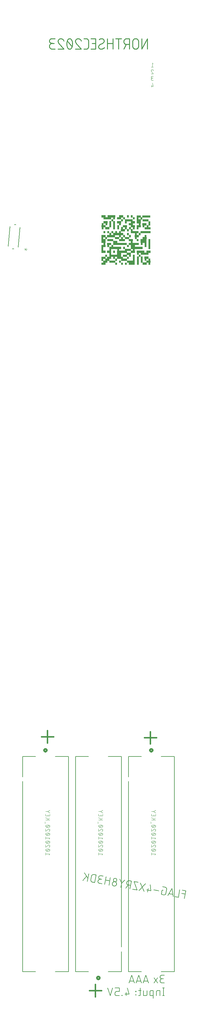
<source format=gbr>
G04 EAGLE Gerber RS-274X export*
G75*
%MOMM*%
%FSLAX34Y34*%
%LPD*%
%INSilkscreen Bottom*%
%IPPOS*%
%AMOC8*
5,1,8,0,0,1.08239X$1,22.5*%
G01*
%ADD10C,0.203200*%
%ADD11R,0.406400X0.101600*%
%ADD12R,0.203200X0.101600*%
%ADD13R,0.609600X0.101600*%
%ADD14C,0.101600*%
%ADD15C,0.254000*%
%ADD16C,0.457200*%
%ADD17R,0.558800X0.025400*%
%ADD18R,1.143000X0.025400*%
%ADD19R,1.701800X0.025400*%
%ADD20R,0.584200X0.025400*%
%ADD21R,1.117600X0.025400*%
%ADD22R,2.260600X0.025400*%
%ADD23R,3.378200X0.025400*%
%ADD24R,2.819400X0.025400*%
%ADD25R,2.235200X0.025400*%
%ADD26R,2.844800X0.025400*%
%ADD27R,3.962400X0.025400*%
%ADD28R,2.286000X0.025400*%
%ADD29C,0.152400*%
%ADD30C,0.076200*%
%ADD31C,0.508000*%


D10*
X247842Y-2473291D02*
X251723Y-2451279D01*
X241940Y-2449553D01*
X240215Y-2459337D02*
X249998Y-2461062D01*
X234458Y-2448234D02*
X230576Y-2470247D01*
X220793Y-2468521D01*
X215224Y-2467540D02*
X211768Y-2444233D01*
X200549Y-2464952D01*
X203354Y-2459772D02*
X214360Y-2461713D01*
X187011Y-2449955D02*
X183342Y-2449309D01*
X181186Y-2461538D01*
X188523Y-2462831D01*
X188523Y-2462832D02*
X188661Y-2462854D01*
X188799Y-2462872D01*
X188938Y-2462887D01*
X189077Y-2462897D01*
X189216Y-2462904D01*
X189355Y-2462907D01*
X189494Y-2462906D01*
X189634Y-2462901D01*
X189773Y-2462892D01*
X189911Y-2462879D01*
X190050Y-2462862D01*
X190187Y-2462842D01*
X190325Y-2462818D01*
X190461Y-2462789D01*
X190597Y-2462757D01*
X190731Y-2462721D01*
X190865Y-2462682D01*
X190997Y-2462638D01*
X191128Y-2462591D01*
X191258Y-2462541D01*
X191386Y-2462486D01*
X191513Y-2462428D01*
X191638Y-2462367D01*
X191762Y-2462302D01*
X191883Y-2462234D01*
X192002Y-2462162D01*
X192120Y-2462087D01*
X192235Y-2462009D01*
X192348Y-2461927D01*
X192459Y-2461843D01*
X192567Y-2461755D01*
X192673Y-2461664D01*
X192776Y-2461571D01*
X192876Y-2461474D01*
X192974Y-2461375D01*
X193069Y-2461273D01*
X193161Y-2461168D01*
X193250Y-2461061D01*
X193336Y-2460951D01*
X193419Y-2460839D01*
X193499Y-2460725D01*
X193575Y-2460609D01*
X193648Y-2460490D01*
X193718Y-2460370D01*
X193785Y-2460247D01*
X193848Y-2460123D01*
X193907Y-2459997D01*
X193963Y-2459869D01*
X194015Y-2459740D01*
X194064Y-2459610D01*
X194109Y-2459478D01*
X194150Y-2459345D01*
X194188Y-2459211D01*
X194221Y-2459075D01*
X194251Y-2458939D01*
X194278Y-2458802D01*
X194277Y-2458802D02*
X196434Y-2446573D01*
X196434Y-2446574D02*
X196456Y-2446436D01*
X196474Y-2446298D01*
X196489Y-2446159D01*
X196499Y-2446020D01*
X196506Y-2445881D01*
X196509Y-2445742D01*
X196508Y-2445603D01*
X196503Y-2445463D01*
X196494Y-2445324D01*
X196481Y-2445186D01*
X196464Y-2445047D01*
X196444Y-2444910D01*
X196420Y-2444772D01*
X196391Y-2444636D01*
X196359Y-2444500D01*
X196323Y-2444366D01*
X196284Y-2444232D01*
X196240Y-2444100D01*
X196193Y-2443969D01*
X196143Y-2443839D01*
X196088Y-2443711D01*
X196030Y-2443584D01*
X195969Y-2443459D01*
X195904Y-2443336D01*
X195836Y-2443214D01*
X195764Y-2443095D01*
X195689Y-2442977D01*
X195611Y-2442862D01*
X195529Y-2442749D01*
X195445Y-2442638D01*
X195357Y-2442530D01*
X195266Y-2442424D01*
X195173Y-2442321D01*
X195076Y-2442221D01*
X194977Y-2442123D01*
X194875Y-2442028D01*
X194770Y-2441936D01*
X194663Y-2441847D01*
X194553Y-2441761D01*
X194441Y-2441678D01*
X194327Y-2441598D01*
X194211Y-2441522D01*
X194092Y-2441449D01*
X193972Y-2441379D01*
X193849Y-2441312D01*
X193725Y-2441249D01*
X193599Y-2441190D01*
X193471Y-2441134D01*
X193342Y-2441082D01*
X193212Y-2441033D01*
X193080Y-2440988D01*
X192947Y-2440947D01*
X192813Y-2440909D01*
X192677Y-2440876D01*
X192541Y-2440846D01*
X192405Y-2440819D01*
X185067Y-2439525D01*
X174233Y-2451485D02*
X159558Y-2448898D01*
X151113Y-2451191D02*
X149240Y-2433208D01*
X151113Y-2451191D02*
X138884Y-2449035D01*
X143415Y-2444790D02*
X141690Y-2454573D01*
X131551Y-2452786D02*
X120758Y-2428186D01*
X135433Y-2430773D02*
X116876Y-2450198D01*
X114952Y-2427162D02*
X102723Y-2425006D01*
X111070Y-2449174D01*
X98841Y-2447018D01*
X91077Y-2445649D02*
X94958Y-2423636D01*
X88844Y-2422558D01*
X88690Y-2422533D01*
X88536Y-2422512D01*
X88381Y-2422494D01*
X88225Y-2422481D01*
X88069Y-2422471D01*
X87913Y-2422466D01*
X87757Y-2422464D01*
X87601Y-2422466D01*
X87445Y-2422472D01*
X87290Y-2422482D01*
X87134Y-2422496D01*
X86979Y-2422514D01*
X86825Y-2422536D01*
X86671Y-2422561D01*
X86518Y-2422591D01*
X86365Y-2422624D01*
X86213Y-2422661D01*
X86063Y-2422702D01*
X85913Y-2422747D01*
X85765Y-2422795D01*
X85618Y-2422847D01*
X85472Y-2422903D01*
X85328Y-2422963D01*
X85185Y-2423026D01*
X85044Y-2423092D01*
X84905Y-2423163D01*
X84767Y-2423236D01*
X84632Y-2423313D01*
X84498Y-2423394D01*
X84366Y-2423478D01*
X84237Y-2423565D01*
X84109Y-2423655D01*
X83984Y-2423748D01*
X83862Y-2423845D01*
X83742Y-2423945D01*
X83624Y-2424047D01*
X83509Y-2424153D01*
X83397Y-2424261D01*
X83288Y-2424372D01*
X83181Y-2424486D01*
X83077Y-2424603D01*
X82976Y-2424722D01*
X82879Y-2424844D01*
X82784Y-2424968D01*
X82692Y-2425094D01*
X82604Y-2425223D01*
X82519Y-2425353D01*
X82437Y-2425486D01*
X82359Y-2425621D01*
X82284Y-2425758D01*
X82212Y-2425897D01*
X82144Y-2426037D01*
X82080Y-2426179D01*
X82019Y-2426323D01*
X81962Y-2426468D01*
X81908Y-2426615D01*
X81858Y-2426763D01*
X81812Y-2426912D01*
X81770Y-2427062D01*
X81731Y-2427213D01*
X81696Y-2427365D01*
X81665Y-2427518D01*
X81638Y-2427672D01*
X81615Y-2427826D01*
X81596Y-2427981D01*
X81580Y-2428136D01*
X81569Y-2428292D01*
X81561Y-2428448D01*
X81557Y-2428604D01*
X81558Y-2428760D01*
X81562Y-2428916D01*
X81570Y-2429072D01*
X81582Y-2429227D01*
X81598Y-2429382D01*
X81617Y-2429537D01*
X81641Y-2429691D01*
X81669Y-2429845D01*
X81700Y-2429998D01*
X81735Y-2430150D01*
X81774Y-2430301D01*
X81817Y-2430451D01*
X81864Y-2430600D01*
X81914Y-2430748D01*
X81968Y-2430894D01*
X82025Y-2431039D01*
X82087Y-2431183D01*
X82152Y-2431325D01*
X82220Y-2431465D01*
X82292Y-2431603D01*
X82367Y-2431740D01*
X82446Y-2431875D01*
X82528Y-2432007D01*
X82614Y-2432138D01*
X82702Y-2432266D01*
X82794Y-2432392D01*
X82889Y-2432516D01*
X82987Y-2432637D01*
X83089Y-2432756D01*
X83193Y-2432873D01*
X83300Y-2432986D01*
X83409Y-2433097D01*
X83522Y-2433205D01*
X83637Y-2433310D01*
X83755Y-2433413D01*
X83875Y-2433512D01*
X83998Y-2433608D01*
X84123Y-2433701D01*
X84251Y-2433791D01*
X84381Y-2433878D01*
X84513Y-2433961D01*
X84647Y-2434041D01*
X84782Y-2434118D01*
X84920Y-2434191D01*
X85060Y-2434261D01*
X85201Y-2434327D01*
X85344Y-2434390D01*
X85488Y-2434449D01*
X85634Y-2434505D01*
X85781Y-2434556D01*
X85930Y-2434604D01*
X86080Y-2434649D01*
X86230Y-2434689D01*
X86382Y-2434726D01*
X86535Y-2434759D01*
X86688Y-2434788D01*
X86687Y-2434787D02*
X92802Y-2435866D01*
X85465Y-2434572D02*
X78848Y-2443493D01*
X67160Y-2429453D02*
X76330Y-2420352D01*
X67160Y-2429453D02*
X61656Y-2417764D01*
X67160Y-2429453D02*
X65112Y-2441070D01*
X52383Y-2432521D02*
X52408Y-2432367D01*
X52429Y-2432213D01*
X52447Y-2432058D01*
X52460Y-2431902D01*
X52470Y-2431746D01*
X52475Y-2431590D01*
X52477Y-2431434D01*
X52475Y-2431278D01*
X52469Y-2431122D01*
X52459Y-2430967D01*
X52445Y-2430811D01*
X52427Y-2430656D01*
X52405Y-2430502D01*
X52380Y-2430348D01*
X52350Y-2430195D01*
X52317Y-2430042D01*
X52280Y-2429891D01*
X52239Y-2429740D01*
X52194Y-2429590D01*
X52146Y-2429442D01*
X52094Y-2429295D01*
X52038Y-2429149D01*
X51978Y-2429005D01*
X51915Y-2428862D01*
X51849Y-2428721D01*
X51778Y-2428582D01*
X51705Y-2428444D01*
X51628Y-2428309D01*
X51547Y-2428175D01*
X51464Y-2428043D01*
X51376Y-2427914D01*
X51286Y-2427786D01*
X51193Y-2427662D01*
X51096Y-2427539D01*
X50996Y-2427419D01*
X50894Y-2427301D01*
X50788Y-2427186D01*
X50680Y-2427074D01*
X50569Y-2426965D01*
X50455Y-2426858D01*
X50338Y-2426754D01*
X50219Y-2426653D01*
X50097Y-2426556D01*
X49973Y-2426461D01*
X49847Y-2426369D01*
X49718Y-2426281D01*
X49588Y-2426196D01*
X49455Y-2426114D01*
X49320Y-2426036D01*
X49183Y-2425961D01*
X49044Y-2425889D01*
X48904Y-2425821D01*
X48762Y-2425757D01*
X48618Y-2425696D01*
X48473Y-2425639D01*
X48326Y-2425585D01*
X48178Y-2425535D01*
X48029Y-2425489D01*
X47879Y-2425447D01*
X47728Y-2425408D01*
X47576Y-2425373D01*
X47423Y-2425342D01*
X47269Y-2425315D01*
X47115Y-2425292D01*
X46960Y-2425273D01*
X46805Y-2425257D01*
X46649Y-2425246D01*
X46493Y-2425238D01*
X46337Y-2425234D01*
X46181Y-2425235D01*
X46025Y-2425239D01*
X45869Y-2425247D01*
X45714Y-2425259D01*
X45559Y-2425275D01*
X45404Y-2425294D01*
X45250Y-2425318D01*
X45096Y-2425346D01*
X44943Y-2425377D01*
X44791Y-2425412D01*
X44640Y-2425451D01*
X44490Y-2425494D01*
X44341Y-2425541D01*
X44193Y-2425591D01*
X44047Y-2425645D01*
X43902Y-2425703D01*
X43758Y-2425764D01*
X43616Y-2425829D01*
X43476Y-2425897D01*
X43338Y-2425969D01*
X43201Y-2426044D01*
X43066Y-2426123D01*
X42934Y-2426205D01*
X42803Y-2426291D01*
X42675Y-2426379D01*
X42549Y-2426471D01*
X42425Y-2426566D01*
X42304Y-2426664D01*
X42185Y-2426766D01*
X42068Y-2426870D01*
X41955Y-2426977D01*
X41844Y-2427086D01*
X41736Y-2427199D01*
X41631Y-2427314D01*
X41528Y-2427432D01*
X41429Y-2427552D01*
X41333Y-2427675D01*
X41240Y-2427801D01*
X41150Y-2427928D01*
X41063Y-2428058D01*
X40980Y-2428190D01*
X40899Y-2428324D01*
X40823Y-2428459D01*
X40750Y-2428597D01*
X40680Y-2428737D01*
X40614Y-2428878D01*
X40551Y-2429021D01*
X40492Y-2429165D01*
X40436Y-2429311D01*
X40385Y-2429459D01*
X40337Y-2429607D01*
X40292Y-2429757D01*
X40252Y-2429907D01*
X40215Y-2430059D01*
X40182Y-2430212D01*
X40153Y-2430365D01*
X40128Y-2430520D01*
X40107Y-2430676D01*
X40089Y-2430832D01*
X40076Y-2430989D01*
X40066Y-2431146D01*
X40061Y-2431303D01*
X40059Y-2431461D01*
X40061Y-2431618D01*
X40068Y-2431775D01*
X40078Y-2431932D01*
X40093Y-2432089D01*
X40111Y-2432245D01*
X40133Y-2432401D01*
X40160Y-2432556D01*
X40190Y-2432710D01*
X40224Y-2432864D01*
X40262Y-2433016D01*
X40303Y-2433168D01*
X40349Y-2433319D01*
X40398Y-2433468D01*
X40452Y-2433616D01*
X40509Y-2433763D01*
X40569Y-2433908D01*
X40633Y-2434051D01*
X40701Y-2434193D01*
X40773Y-2434333D01*
X40848Y-2434472D01*
X40926Y-2434608D01*
X41008Y-2434742D01*
X41093Y-2434874D01*
X41182Y-2435004D01*
X41274Y-2435132D01*
X41369Y-2435257D01*
X41467Y-2435380D01*
X41568Y-2435501D01*
X41673Y-2435618D01*
X41780Y-2435733D01*
X41890Y-2435846D01*
X42003Y-2435955D01*
X42119Y-2436062D01*
X42237Y-2436166D01*
X42358Y-2436266D01*
X42481Y-2436364D01*
X42607Y-2436458D01*
X42735Y-2436549D01*
X42866Y-2436637D01*
X42999Y-2436721D01*
X43133Y-2436803D01*
X43270Y-2436880D01*
X43409Y-2436954D01*
X43549Y-2437025D01*
X43692Y-2437092D01*
X43836Y-2437156D01*
X43981Y-2437215D01*
X44128Y-2437272D01*
X44276Y-2437324D01*
X44426Y-2437372D01*
X44577Y-2437417D01*
X44729Y-2437458D01*
X44882Y-2437495D01*
X45035Y-2437528D01*
X45190Y-2437558D01*
X45345Y-2437583D01*
X45501Y-2437604D01*
X45657Y-2437622D01*
X45814Y-2437635D01*
X45971Y-2437645D01*
X46128Y-2437650D01*
X46285Y-2437652D01*
X46443Y-2437650D01*
X46600Y-2437643D01*
X46757Y-2437633D01*
X46914Y-2437618D01*
X47070Y-2437600D01*
X47225Y-2437578D01*
X47381Y-2437552D01*
X47535Y-2437521D01*
X47689Y-2437487D01*
X47841Y-2437449D01*
X47993Y-2437408D01*
X48143Y-2437362D01*
X48293Y-2437313D01*
X48441Y-2437259D01*
X48587Y-2437203D01*
X48733Y-2437142D01*
X48876Y-2437078D01*
X49018Y-2437010D01*
X49158Y-2436938D01*
X49296Y-2436863D01*
X49433Y-2436785D01*
X49567Y-2436703D01*
X49699Y-2436618D01*
X49829Y-2436529D01*
X49957Y-2436437D01*
X50082Y-2436342D01*
X50205Y-2436244D01*
X50326Y-2436143D01*
X50443Y-2436038D01*
X50558Y-2435931D01*
X50671Y-2435821D01*
X50780Y-2435708D01*
X50887Y-2435592D01*
X50990Y-2435474D01*
X51091Y-2435353D01*
X51189Y-2435230D01*
X51283Y-2435104D01*
X51374Y-2434976D01*
X51462Y-2434845D01*
X51546Y-2434713D01*
X51628Y-2434578D01*
X51705Y-2434441D01*
X51779Y-2434302D01*
X51850Y-2434162D01*
X51917Y-2434020D01*
X51981Y-2433876D01*
X52040Y-2433730D01*
X52097Y-2433583D01*
X52149Y-2433435D01*
X52197Y-2433285D01*
X52242Y-2433134D01*
X52283Y-2432982D01*
X52320Y-2432830D01*
X52353Y-2432676D01*
X52383Y-2432521D01*
X53100Y-2421299D02*
X53122Y-2421161D01*
X53141Y-2421021D01*
X53155Y-2420882D01*
X53166Y-2420741D01*
X53172Y-2420601D01*
X53175Y-2420460D01*
X53174Y-2420320D01*
X53168Y-2420179D01*
X53159Y-2420039D01*
X53146Y-2419899D01*
X53129Y-2419760D01*
X53107Y-2419621D01*
X53082Y-2419482D01*
X53053Y-2419345D01*
X53021Y-2419208D01*
X52984Y-2419072D01*
X52943Y-2418938D01*
X52899Y-2418804D01*
X52851Y-2418672D01*
X52799Y-2418542D01*
X52744Y-2418412D01*
X52685Y-2418285D01*
X52622Y-2418159D01*
X52556Y-2418035D01*
X52486Y-2417913D01*
X52413Y-2417793D01*
X52336Y-2417675D01*
X52256Y-2417559D01*
X52173Y-2417446D01*
X52087Y-2417335D01*
X51998Y-2417226D01*
X51905Y-2417120D01*
X51810Y-2417017D01*
X51712Y-2416917D01*
X51611Y-2416819D01*
X51507Y-2416724D01*
X51401Y-2416632D01*
X51292Y-2416543D01*
X51180Y-2416458D01*
X51067Y-2416375D01*
X50950Y-2416296D01*
X50832Y-2416220D01*
X50712Y-2416147D01*
X50589Y-2416078D01*
X50465Y-2416012D01*
X50339Y-2415950D01*
X50211Y-2415892D01*
X50082Y-2415837D01*
X49951Y-2415786D01*
X49818Y-2415738D01*
X49685Y-2415695D01*
X49550Y-2415655D01*
X49414Y-2415619D01*
X49277Y-2415586D01*
X49140Y-2415558D01*
X49001Y-2415534D01*
X48862Y-2415513D01*
X48723Y-2415497D01*
X48583Y-2415484D01*
X48442Y-2415476D01*
X48302Y-2415471D01*
X48161Y-2415470D01*
X48021Y-2415474D01*
X47880Y-2415481D01*
X47740Y-2415492D01*
X47600Y-2415507D01*
X47461Y-2415526D01*
X47322Y-2415550D01*
X47184Y-2415577D01*
X47047Y-2415608D01*
X46911Y-2415642D01*
X46776Y-2415681D01*
X46642Y-2415723D01*
X46509Y-2415770D01*
X46378Y-2415819D01*
X46248Y-2415873D01*
X46119Y-2415930D01*
X45993Y-2415991D01*
X45868Y-2416056D01*
X45745Y-2416124D01*
X45624Y-2416195D01*
X45505Y-2416270D01*
X45388Y-2416348D01*
X45273Y-2416430D01*
X45161Y-2416514D01*
X45051Y-2416602D01*
X44944Y-2416693D01*
X44839Y-2416787D01*
X44737Y-2416884D01*
X44638Y-2416983D01*
X44542Y-2417086D01*
X44449Y-2417191D01*
X44358Y-2417298D01*
X44271Y-2417409D01*
X44187Y-2417521D01*
X44106Y-2417636D01*
X44028Y-2417753D01*
X43954Y-2417873D01*
X43883Y-2417994D01*
X43816Y-2418118D01*
X43752Y-2418243D01*
X43692Y-2418370D01*
X43635Y-2418498D01*
X43582Y-2418629D01*
X43533Y-2418760D01*
X43487Y-2418893D01*
X43445Y-2419027D01*
X43407Y-2419163D01*
X43373Y-2419299D01*
X43343Y-2419436D01*
X43316Y-2419574D01*
X43294Y-2419712D01*
X43276Y-2419850D01*
X43261Y-2419989D01*
X43251Y-2420128D01*
X43244Y-2420267D01*
X43241Y-2420406D01*
X43242Y-2420545D01*
X43247Y-2420685D01*
X43256Y-2420824D01*
X43269Y-2420962D01*
X43286Y-2421101D01*
X43306Y-2421238D01*
X43330Y-2421376D01*
X43359Y-2421512D01*
X43391Y-2421648D01*
X43427Y-2421782D01*
X43466Y-2421916D01*
X43510Y-2422048D01*
X43557Y-2422179D01*
X43607Y-2422309D01*
X43662Y-2422437D01*
X43720Y-2422564D01*
X43781Y-2422689D01*
X43846Y-2422812D01*
X43914Y-2422934D01*
X43986Y-2423053D01*
X44061Y-2423171D01*
X44139Y-2423286D01*
X44221Y-2423399D01*
X44305Y-2423510D01*
X44393Y-2423618D01*
X44484Y-2423724D01*
X44577Y-2423827D01*
X44674Y-2423927D01*
X44773Y-2424025D01*
X44875Y-2424120D01*
X44980Y-2424212D01*
X45087Y-2424301D01*
X45197Y-2424387D01*
X45309Y-2424470D01*
X45423Y-2424550D01*
X45539Y-2424626D01*
X45658Y-2424699D01*
X45778Y-2424769D01*
X45901Y-2424836D01*
X46025Y-2424899D01*
X46151Y-2424958D01*
X46279Y-2425014D01*
X46408Y-2425066D01*
X46538Y-2425115D01*
X46670Y-2425160D01*
X46803Y-2425201D01*
X46937Y-2425239D01*
X47073Y-2425272D01*
X47209Y-2425302D01*
X47345Y-2425329D01*
X47483Y-2425351D01*
X47621Y-2425369D01*
X47760Y-2425384D01*
X47899Y-2425394D01*
X48038Y-2425401D01*
X48177Y-2425404D01*
X48316Y-2425403D01*
X48456Y-2425398D01*
X48595Y-2425389D01*
X48733Y-2425376D01*
X48872Y-2425359D01*
X49009Y-2425339D01*
X49147Y-2425315D01*
X49283Y-2425286D01*
X49419Y-2425254D01*
X49553Y-2425218D01*
X49687Y-2425179D01*
X49819Y-2425135D01*
X49950Y-2425088D01*
X50080Y-2425038D01*
X50208Y-2424983D01*
X50335Y-2424925D01*
X50460Y-2424864D01*
X50583Y-2424799D01*
X50705Y-2424731D01*
X50824Y-2424659D01*
X50942Y-2424584D01*
X51057Y-2424506D01*
X51170Y-2424424D01*
X51281Y-2424340D01*
X51389Y-2424252D01*
X51495Y-2424161D01*
X51598Y-2424068D01*
X51698Y-2423971D01*
X51796Y-2423872D01*
X51891Y-2423770D01*
X51983Y-2423665D01*
X52072Y-2423558D01*
X52158Y-2423448D01*
X52241Y-2423336D01*
X52321Y-2423222D01*
X52397Y-2423106D01*
X52470Y-2422987D01*
X52540Y-2422867D01*
X52607Y-2422744D01*
X52670Y-2422620D01*
X52729Y-2422494D01*
X52785Y-2422366D01*
X52837Y-2422237D01*
X52886Y-2422107D01*
X52931Y-2421975D01*
X52972Y-2421842D01*
X53010Y-2421708D01*
X53043Y-2421572D01*
X53073Y-2421436D01*
X53100Y-2421299D01*
X34599Y-2412993D02*
X30718Y-2435006D01*
X32874Y-2422777D02*
X20645Y-2420620D01*
X22370Y-2410837D02*
X18489Y-2432850D01*
X10132Y-2431376D02*
X4017Y-2430298D01*
X3862Y-2430268D01*
X3708Y-2430235D01*
X3556Y-2430198D01*
X3404Y-2430157D01*
X3253Y-2430112D01*
X3103Y-2430064D01*
X2955Y-2430012D01*
X2808Y-2429955D01*
X2662Y-2429896D01*
X2519Y-2429832D01*
X2376Y-2429765D01*
X2236Y-2429694D01*
X2097Y-2429620D01*
X1960Y-2429543D01*
X1825Y-2429461D01*
X1693Y-2429377D01*
X1562Y-2429289D01*
X1434Y-2429198D01*
X1308Y-2429104D01*
X1185Y-2429006D01*
X1064Y-2428905D01*
X946Y-2428802D01*
X830Y-2428695D01*
X717Y-2428586D01*
X607Y-2428473D01*
X500Y-2428358D01*
X395Y-2428241D01*
X294Y-2428120D01*
X196Y-2427997D01*
X101Y-2427872D01*
X9Y-2427744D01*
X-80Y-2427614D01*
X-165Y-2427482D01*
X-247Y-2427348D01*
X-325Y-2427212D01*
X-400Y-2427073D01*
X-472Y-2426933D01*
X-540Y-2426791D01*
X-604Y-2426648D01*
X-665Y-2426502D01*
X-721Y-2426356D01*
X-775Y-2426208D01*
X-824Y-2426058D01*
X-870Y-2425908D01*
X-911Y-2425756D01*
X-949Y-2425604D01*
X-983Y-2425450D01*
X-1014Y-2425296D01*
X-1040Y-2425140D01*
X-1062Y-2424985D01*
X-1080Y-2424829D01*
X-1095Y-2424672D01*
X-1105Y-2424515D01*
X-1112Y-2424358D01*
X-1114Y-2424200D01*
X-1112Y-2424043D01*
X-1107Y-2423886D01*
X-1097Y-2423729D01*
X-1084Y-2423572D01*
X-1066Y-2423416D01*
X-1045Y-2423260D01*
X-1020Y-2423105D01*
X-990Y-2422950D01*
X-957Y-2422797D01*
X-920Y-2422644D01*
X-879Y-2422492D01*
X-834Y-2422341D01*
X-786Y-2422191D01*
X-734Y-2422043D01*
X-677Y-2421896D01*
X-618Y-2421751D01*
X-554Y-2421607D01*
X-487Y-2421464D01*
X-416Y-2421324D01*
X-342Y-2421185D01*
X-265Y-2421048D01*
X-183Y-2420914D01*
X-99Y-2420781D01*
X-11Y-2420650D01*
X80Y-2420522D01*
X174Y-2420396D01*
X272Y-2420273D01*
X372Y-2420152D01*
X476Y-2420034D01*
X583Y-2419918D01*
X692Y-2419805D01*
X805Y-2419695D01*
X920Y-2419588D01*
X1037Y-2419483D01*
X1158Y-2419382D01*
X1281Y-2419284D01*
X1406Y-2419189D01*
X1534Y-2419097D01*
X1664Y-2419008D01*
X1796Y-2418923D01*
X1930Y-2418841D01*
X2066Y-2418763D01*
X2205Y-2418688D01*
X2345Y-2418616D01*
X2487Y-2418548D01*
X2630Y-2418484D01*
X2776Y-2418424D01*
X2922Y-2418367D01*
X3070Y-2418313D01*
X3220Y-2418264D01*
X3370Y-2418218D01*
X3522Y-2418177D01*
X3674Y-2418139D01*
X3828Y-2418105D01*
X3982Y-2418075D01*
X4137Y-2418048D01*
X4293Y-2418026D01*
X4449Y-2418008D01*
X4606Y-2417993D01*
X4763Y-2417983D01*
X4920Y-2417976D01*
X5077Y-2417974D01*
X5235Y-2417976D01*
X5392Y-2417981D01*
X5549Y-2417991D01*
X5706Y-2418004D01*
X5862Y-2418022D01*
X6018Y-2418043D01*
X6173Y-2418068D01*
X6676Y-2408070D02*
X14013Y-2409364D01*
X6676Y-2408069D02*
X6538Y-2408047D01*
X6400Y-2408029D01*
X6261Y-2408014D01*
X6122Y-2408004D01*
X5983Y-2407997D01*
X5844Y-2407994D01*
X5705Y-2407995D01*
X5565Y-2408000D01*
X5426Y-2408009D01*
X5288Y-2408022D01*
X5149Y-2408039D01*
X5012Y-2408059D01*
X4874Y-2408083D01*
X4738Y-2408112D01*
X4602Y-2408144D01*
X4468Y-2408180D01*
X4334Y-2408219D01*
X4202Y-2408263D01*
X4071Y-2408310D01*
X3941Y-2408360D01*
X3813Y-2408415D01*
X3686Y-2408473D01*
X3561Y-2408534D01*
X3438Y-2408599D01*
X3316Y-2408667D01*
X3197Y-2408739D01*
X3079Y-2408814D01*
X2964Y-2408892D01*
X2851Y-2408974D01*
X2740Y-2409058D01*
X2632Y-2409146D01*
X2526Y-2409237D01*
X2423Y-2409330D01*
X2323Y-2409427D01*
X2225Y-2409526D01*
X2130Y-2409628D01*
X2038Y-2409733D01*
X1949Y-2409840D01*
X1863Y-2409950D01*
X1780Y-2410062D01*
X1700Y-2410176D01*
X1624Y-2410292D01*
X1551Y-2410411D01*
X1481Y-2410531D01*
X1414Y-2410654D01*
X1351Y-2410778D01*
X1292Y-2410904D01*
X1236Y-2411032D01*
X1184Y-2411161D01*
X1135Y-2411291D01*
X1090Y-2411423D01*
X1049Y-2411556D01*
X1011Y-2411690D01*
X978Y-2411826D01*
X948Y-2411962D01*
X921Y-2412098D01*
X899Y-2412236D01*
X881Y-2412374D01*
X866Y-2412513D01*
X856Y-2412652D01*
X849Y-2412791D01*
X846Y-2412930D01*
X847Y-2413069D01*
X852Y-2413209D01*
X861Y-2413348D01*
X874Y-2413486D01*
X891Y-2413625D01*
X911Y-2413762D01*
X935Y-2413900D01*
X964Y-2414036D01*
X996Y-2414172D01*
X1032Y-2414306D01*
X1071Y-2414440D01*
X1115Y-2414572D01*
X1162Y-2414703D01*
X1212Y-2414833D01*
X1267Y-2414961D01*
X1325Y-2415088D01*
X1386Y-2415213D01*
X1451Y-2415336D01*
X1519Y-2415458D01*
X1591Y-2415577D01*
X1666Y-2415695D01*
X1744Y-2415810D01*
X1826Y-2415923D01*
X1910Y-2416034D01*
X1998Y-2416142D01*
X2089Y-2416248D01*
X2182Y-2416351D01*
X2279Y-2416451D01*
X2378Y-2416549D01*
X2480Y-2416644D01*
X2585Y-2416736D01*
X2692Y-2416825D01*
X2802Y-2416911D01*
X2914Y-2416994D01*
X3028Y-2417074D01*
X3144Y-2417150D01*
X3263Y-2417223D01*
X3383Y-2417293D01*
X3506Y-2417360D01*
X3630Y-2417423D01*
X3756Y-2417482D01*
X3884Y-2417538D01*
X4013Y-2417590D01*
X4143Y-2417639D01*
X4275Y-2417684D01*
X4408Y-2417725D01*
X4542Y-2417763D01*
X4678Y-2417796D01*
X4814Y-2417826D01*
X4950Y-2417853D01*
X4951Y-2417853D02*
X9842Y-2418716D01*
X-6573Y-2405734D02*
X-10454Y-2427746D01*
X-6573Y-2405734D02*
X-12688Y-2404655D01*
X-12841Y-2404630D01*
X-12994Y-2404609D01*
X-13148Y-2404592D01*
X-13302Y-2404578D01*
X-13457Y-2404569D01*
X-13611Y-2404563D01*
X-13766Y-2404561D01*
X-13921Y-2404563D01*
X-14075Y-2404569D01*
X-14230Y-2404578D01*
X-14384Y-2404592D01*
X-14538Y-2404609D01*
X-14691Y-2404630D01*
X-14844Y-2404655D01*
X-14996Y-2404684D01*
X-15148Y-2404717D01*
X-15298Y-2404753D01*
X-15448Y-2404793D01*
X-15596Y-2404837D01*
X-15743Y-2404884D01*
X-15890Y-2404935D01*
X-16034Y-2404990D01*
X-16178Y-2405049D01*
X-16320Y-2405110D01*
X-16460Y-2405176D01*
X-16599Y-2405245D01*
X-16735Y-2405317D01*
X-16871Y-2405393D01*
X-17004Y-2405472D01*
X-17135Y-2405554D01*
X-17264Y-2405640D01*
X-17390Y-2405729D01*
X-17515Y-2405821D01*
X-17637Y-2405916D01*
X-17757Y-2406014D01*
X-17874Y-2406115D01*
X-17989Y-2406218D01*
X-18101Y-2406325D01*
X-18211Y-2406435D01*
X-18318Y-2406547D01*
X-18421Y-2406662D01*
X-18522Y-2406779D01*
X-18620Y-2406899D01*
X-18715Y-2407021D01*
X-18807Y-2407146D01*
X-18896Y-2407272D01*
X-18982Y-2407401D01*
X-19064Y-2407532D01*
X-19143Y-2407666D01*
X-19219Y-2407801D01*
X-19291Y-2407937D01*
X-19360Y-2408076D01*
X-19426Y-2408216D01*
X-19487Y-2408358D01*
X-19546Y-2408502D01*
X-19601Y-2408646D01*
X-19652Y-2408793D01*
X-19699Y-2408940D01*
X-19743Y-2409088D01*
X-19783Y-2409238D01*
X-19819Y-2409388D01*
X-19852Y-2409540D01*
X-19881Y-2409692D01*
X-19880Y-2409692D02*
X-21605Y-2419475D01*
X-21606Y-2419475D02*
X-21631Y-2419630D01*
X-21652Y-2419786D01*
X-21670Y-2419942D01*
X-21683Y-2420099D01*
X-21693Y-2420256D01*
X-21698Y-2420413D01*
X-21700Y-2420571D01*
X-21698Y-2420728D01*
X-21691Y-2420885D01*
X-21681Y-2421042D01*
X-21666Y-2421199D01*
X-21648Y-2421355D01*
X-21626Y-2421511D01*
X-21600Y-2421666D01*
X-21569Y-2421820D01*
X-21535Y-2421974D01*
X-21497Y-2422126D01*
X-21456Y-2422278D01*
X-21410Y-2422428D01*
X-21361Y-2422578D01*
X-21307Y-2422726D01*
X-21251Y-2422872D01*
X-21190Y-2423018D01*
X-21126Y-2423161D01*
X-21058Y-2423303D01*
X-20986Y-2423443D01*
X-20911Y-2423581D01*
X-20833Y-2423718D01*
X-20751Y-2423852D01*
X-20666Y-2423984D01*
X-20577Y-2424114D01*
X-20485Y-2424242D01*
X-20390Y-2424367D01*
X-20292Y-2424490D01*
X-20191Y-2424611D01*
X-20086Y-2424728D01*
X-19979Y-2424843D01*
X-19869Y-2424956D01*
X-19756Y-2425065D01*
X-19640Y-2425172D01*
X-19522Y-2425275D01*
X-19401Y-2425376D01*
X-19278Y-2425474D01*
X-19152Y-2425568D01*
X-19024Y-2425659D01*
X-18893Y-2425747D01*
X-18761Y-2425831D01*
X-18626Y-2425913D01*
X-18489Y-2425990D01*
X-18350Y-2426064D01*
X-18210Y-2426135D01*
X-18067Y-2426202D01*
X-17924Y-2426266D01*
X-17778Y-2426325D01*
X-17631Y-2426382D01*
X-17483Y-2426434D01*
X-17333Y-2426482D01*
X-17182Y-2426527D01*
X-17030Y-2426568D01*
X-16878Y-2426605D01*
X-16724Y-2426638D01*
X-16569Y-2426668D01*
X-10454Y-2427746D01*
X-31870Y-2423970D02*
X-27988Y-2401958D01*
X-40217Y-2399801D02*
X-30360Y-2415410D01*
X-34389Y-2409655D02*
X-44099Y-2421814D01*
D11*
X268732Y29464D03*
D12*
X257556Y29464D03*
D11*
X238252Y29464D03*
D12*
X225044Y29464D03*
D13*
X208788Y29464D03*
D12*
X198628Y29464D03*
D11*
X189484Y29464D03*
X179324Y29464D03*
D12*
X166116Y29464D03*
X157988Y29464D03*
D13*
X143764Y29464D03*
D11*
X122428Y29464D03*
D13*
X111252Y29464D03*
D12*
X105156Y29464D03*
D13*
X88900Y29464D03*
D11*
X75692Y29464D03*
D12*
X68580Y29464D03*
D13*
X60452Y29464D03*
X44196Y29464D03*
D12*
X32004Y29464D03*
D11*
X22860Y29464D03*
D12*
X1524Y29464D03*
D13*
X-8636Y29464D03*
D12*
X-20828Y29464D03*
D11*
X-38100Y29464D03*
X-52324Y29464D03*
D12*
X-65532Y29464D03*
X-79756Y29464D03*
D11*
X-92964Y29464D03*
D13*
X-100076Y29464D03*
D12*
X-116332Y29464D03*
X-136652Y29464D03*
D11*
X-145796Y29464D03*
D12*
X-154940Y29464D03*
D11*
X-172212Y29464D03*
X-186436Y29464D03*
D12*
X-207772Y29464D03*
D11*
X-214884Y29464D03*
D12*
X-221996Y29464D03*
X-230124Y29464D03*
D11*
X-245364Y29464D03*
D13*
X-256540Y29464D03*
D11*
X-267716Y29464D03*
X268732Y30480D03*
D12*
X257556Y30480D03*
D11*
X238252Y30480D03*
D12*
X225044Y30480D03*
D13*
X208788Y30480D03*
D12*
X198628Y30480D03*
D11*
X189484Y30480D03*
X179324Y30480D03*
D12*
X166116Y30480D03*
X157988Y30480D03*
D13*
X143764Y30480D03*
D11*
X122428Y30480D03*
D13*
X111252Y30480D03*
D12*
X105156Y30480D03*
D13*
X88900Y30480D03*
D11*
X75692Y30480D03*
D12*
X68580Y30480D03*
D13*
X60452Y30480D03*
X44196Y30480D03*
D12*
X32004Y30480D03*
D11*
X22860Y30480D03*
D12*
X1524Y30480D03*
D13*
X-8636Y30480D03*
D12*
X-20828Y30480D03*
D11*
X-38100Y30480D03*
X-52324Y30480D03*
D12*
X-65532Y30480D03*
X-79756Y30480D03*
D11*
X-92964Y30480D03*
D13*
X-100076Y30480D03*
D12*
X-116332Y30480D03*
X-136652Y30480D03*
D11*
X-145796Y30480D03*
D12*
X-154940Y30480D03*
D11*
X-172212Y30480D03*
X-186436Y30480D03*
D12*
X-207772Y30480D03*
D11*
X-214884Y30480D03*
D12*
X-221996Y30480D03*
X-230124Y30480D03*
D11*
X-245364Y30480D03*
D13*
X-256540Y30480D03*
D11*
X-267716Y30480D03*
X268732Y31496D03*
D12*
X257556Y31496D03*
D11*
X238252Y31496D03*
D12*
X225044Y31496D03*
D13*
X208788Y31496D03*
D12*
X198628Y31496D03*
D11*
X189484Y31496D03*
X179324Y31496D03*
D12*
X166116Y31496D03*
X157988Y31496D03*
D13*
X143764Y31496D03*
D11*
X122428Y31496D03*
D13*
X111252Y31496D03*
D12*
X105156Y31496D03*
D13*
X88900Y31496D03*
D11*
X75692Y31496D03*
D12*
X68580Y31496D03*
D13*
X60452Y31496D03*
X44196Y31496D03*
D12*
X32004Y31496D03*
D11*
X22860Y31496D03*
D12*
X1524Y31496D03*
D13*
X-8636Y31496D03*
D12*
X-20828Y31496D03*
D11*
X-38100Y31496D03*
X-52324Y31496D03*
D12*
X-65532Y31496D03*
X-79756Y31496D03*
D11*
X-92964Y31496D03*
D13*
X-100076Y31496D03*
D12*
X-116332Y31496D03*
X-136652Y31496D03*
D11*
X-145796Y31496D03*
D12*
X-154940Y31496D03*
D11*
X-172212Y31496D03*
X-186436Y31496D03*
D12*
X-207772Y31496D03*
D11*
X-214884Y31496D03*
D12*
X-221996Y31496D03*
X-230124Y31496D03*
D11*
X-245364Y31496D03*
D13*
X-256540Y31496D03*
D11*
X-267716Y31496D03*
X268732Y32512D03*
D12*
X257556Y32512D03*
D11*
X238252Y32512D03*
D12*
X225044Y32512D03*
D13*
X208788Y32512D03*
D12*
X198628Y32512D03*
D11*
X189484Y32512D03*
X179324Y32512D03*
D12*
X166116Y32512D03*
X157988Y32512D03*
D13*
X143764Y32512D03*
D11*
X122428Y32512D03*
D13*
X111252Y32512D03*
D12*
X105156Y32512D03*
D13*
X88900Y32512D03*
D11*
X75692Y32512D03*
D12*
X68580Y32512D03*
D13*
X60452Y32512D03*
X44196Y32512D03*
D12*
X32004Y32512D03*
D11*
X22860Y32512D03*
D12*
X1524Y32512D03*
D13*
X-8636Y32512D03*
D12*
X-20828Y32512D03*
D11*
X-38100Y32512D03*
X-52324Y32512D03*
D12*
X-65532Y32512D03*
X-79756Y32512D03*
D11*
X-92964Y32512D03*
D13*
X-100076Y32512D03*
D12*
X-116332Y32512D03*
X-136652Y32512D03*
D11*
X-145796Y32512D03*
D12*
X-154940Y32512D03*
D11*
X-172212Y32512D03*
X-186436Y32512D03*
D12*
X-207772Y32512D03*
D11*
X-214884Y32512D03*
D12*
X-221996Y32512D03*
X-230124Y32512D03*
D11*
X-245364Y32512D03*
D13*
X-256540Y32512D03*
D11*
X-267716Y32512D03*
X268732Y33528D03*
D12*
X257556Y33528D03*
D11*
X238252Y33528D03*
D12*
X225044Y33528D03*
D13*
X208788Y33528D03*
D12*
X198628Y33528D03*
D11*
X189484Y33528D03*
X179324Y33528D03*
D12*
X166116Y33528D03*
X157988Y33528D03*
D13*
X143764Y33528D03*
D11*
X122428Y33528D03*
D13*
X111252Y33528D03*
D12*
X105156Y33528D03*
D13*
X88900Y33528D03*
D11*
X75692Y33528D03*
D12*
X68580Y33528D03*
D13*
X60452Y33528D03*
X44196Y33528D03*
D12*
X32004Y33528D03*
D11*
X22860Y33528D03*
D12*
X1524Y33528D03*
D13*
X-8636Y33528D03*
D12*
X-20828Y33528D03*
D11*
X-38100Y33528D03*
X-52324Y33528D03*
D12*
X-65532Y33528D03*
X-79756Y33528D03*
D11*
X-92964Y33528D03*
D13*
X-100076Y33528D03*
D12*
X-116332Y33528D03*
X-136652Y33528D03*
D11*
X-145796Y33528D03*
D12*
X-154940Y33528D03*
D11*
X-172212Y33528D03*
X-186436Y33528D03*
D12*
X-207772Y33528D03*
D11*
X-214884Y33528D03*
D12*
X-221996Y33528D03*
X-230124Y33528D03*
D11*
X-245364Y33528D03*
D13*
X-256540Y33528D03*
D11*
X-267716Y33528D03*
D14*
X154996Y-76708D02*
X158242Y-79304D01*
X154996Y-76708D02*
X154996Y-88392D01*
X151751Y-88392D02*
X158242Y-88392D01*
X154672Y-95758D02*
X154565Y-95760D01*
X154459Y-95766D01*
X154353Y-95776D01*
X154247Y-95789D01*
X154141Y-95807D01*
X154037Y-95828D01*
X153933Y-95853D01*
X153830Y-95882D01*
X153729Y-95914D01*
X153629Y-95951D01*
X153530Y-95991D01*
X153432Y-96034D01*
X153336Y-96081D01*
X153242Y-96132D01*
X153150Y-96186D01*
X153060Y-96243D01*
X152972Y-96303D01*
X152887Y-96367D01*
X152804Y-96434D01*
X152723Y-96504D01*
X152645Y-96576D01*
X152569Y-96652D01*
X152497Y-96730D01*
X152427Y-96811D01*
X152360Y-96894D01*
X152296Y-96979D01*
X152236Y-97067D01*
X152179Y-97157D01*
X152125Y-97249D01*
X152074Y-97343D01*
X152027Y-97439D01*
X151984Y-97537D01*
X151944Y-97636D01*
X151907Y-97736D01*
X151875Y-97837D01*
X151846Y-97940D01*
X151821Y-98044D01*
X151800Y-98148D01*
X151782Y-98254D01*
X151769Y-98360D01*
X151759Y-98466D01*
X151753Y-98572D01*
X151751Y-98679D01*
X154672Y-95758D02*
X154793Y-95760D01*
X154914Y-95766D01*
X155034Y-95776D01*
X155155Y-95789D01*
X155274Y-95807D01*
X155394Y-95828D01*
X155512Y-95853D01*
X155629Y-95882D01*
X155746Y-95915D01*
X155861Y-95951D01*
X155975Y-95992D01*
X156088Y-96035D01*
X156200Y-96083D01*
X156309Y-96134D01*
X156417Y-96189D01*
X156524Y-96247D01*
X156628Y-96308D01*
X156730Y-96373D01*
X156830Y-96441D01*
X156928Y-96512D01*
X157024Y-96586D01*
X157117Y-96663D01*
X157207Y-96744D01*
X157295Y-96827D01*
X157380Y-96913D01*
X157463Y-97002D01*
X157542Y-97093D01*
X157619Y-97187D01*
X157692Y-97283D01*
X157762Y-97381D01*
X157829Y-97482D01*
X157893Y-97585D01*
X157954Y-97690D01*
X158011Y-97797D01*
X158064Y-97905D01*
X158114Y-98015D01*
X158161Y-98127D01*
X158203Y-98240D01*
X158242Y-98355D01*
X152725Y-100951D02*
X152646Y-100873D01*
X152570Y-100793D01*
X152497Y-100710D01*
X152427Y-100624D01*
X152360Y-100537D01*
X152296Y-100446D01*
X152236Y-100354D01*
X152178Y-100260D01*
X152124Y-100163D01*
X152074Y-100065D01*
X152027Y-99965D01*
X151983Y-99864D01*
X151943Y-99761D01*
X151907Y-99656D01*
X151875Y-99551D01*
X151846Y-99444D01*
X151821Y-99337D01*
X151799Y-99228D01*
X151782Y-99119D01*
X151768Y-99010D01*
X151759Y-98900D01*
X151753Y-98789D01*
X151751Y-98679D01*
X152725Y-100951D02*
X158242Y-107442D01*
X151751Y-107442D01*
X154996Y-126492D02*
X158242Y-126492D01*
X154996Y-126492D02*
X154883Y-126490D01*
X154770Y-126484D01*
X154657Y-126474D01*
X154544Y-126460D01*
X154432Y-126443D01*
X154321Y-126421D01*
X154211Y-126396D01*
X154101Y-126366D01*
X153993Y-126333D01*
X153886Y-126296D01*
X153780Y-126256D01*
X153676Y-126211D01*
X153573Y-126163D01*
X153472Y-126112D01*
X153373Y-126057D01*
X153276Y-125999D01*
X153181Y-125937D01*
X153088Y-125872D01*
X152998Y-125804D01*
X152910Y-125733D01*
X152824Y-125658D01*
X152741Y-125581D01*
X152661Y-125501D01*
X152584Y-125418D01*
X152509Y-125332D01*
X152438Y-125244D01*
X152370Y-125154D01*
X152305Y-125061D01*
X152243Y-124966D01*
X152185Y-124869D01*
X152130Y-124770D01*
X152079Y-124669D01*
X152031Y-124566D01*
X151986Y-124462D01*
X151946Y-124356D01*
X151909Y-124249D01*
X151876Y-124141D01*
X151846Y-124031D01*
X151821Y-123921D01*
X151799Y-123810D01*
X151782Y-123698D01*
X151768Y-123585D01*
X151758Y-123472D01*
X151752Y-123359D01*
X151750Y-123246D01*
X151752Y-123133D01*
X151758Y-123020D01*
X151768Y-122907D01*
X151782Y-122794D01*
X151799Y-122682D01*
X151821Y-122571D01*
X151846Y-122461D01*
X151876Y-122351D01*
X151909Y-122243D01*
X151946Y-122136D01*
X151986Y-122030D01*
X152031Y-121926D01*
X152079Y-121823D01*
X152130Y-121722D01*
X152185Y-121623D01*
X152243Y-121526D01*
X152305Y-121431D01*
X152370Y-121338D01*
X152438Y-121248D01*
X152509Y-121160D01*
X152584Y-121074D01*
X152661Y-120991D01*
X152741Y-120911D01*
X152824Y-120834D01*
X152910Y-120759D01*
X152998Y-120688D01*
X153088Y-120620D01*
X153181Y-120555D01*
X153276Y-120493D01*
X153373Y-120435D01*
X153472Y-120380D01*
X153573Y-120329D01*
X153676Y-120281D01*
X153780Y-120236D01*
X153886Y-120196D01*
X153993Y-120159D01*
X154101Y-120126D01*
X154211Y-120096D01*
X154321Y-120071D01*
X154432Y-120049D01*
X154544Y-120032D01*
X154657Y-120018D01*
X154770Y-120008D01*
X154883Y-120002D01*
X154996Y-120000D01*
X154347Y-114808D02*
X158242Y-114808D01*
X154347Y-114808D02*
X154246Y-114810D01*
X154146Y-114816D01*
X154046Y-114826D01*
X153946Y-114839D01*
X153847Y-114857D01*
X153748Y-114878D01*
X153651Y-114903D01*
X153554Y-114932D01*
X153459Y-114965D01*
X153365Y-115001D01*
X153273Y-115041D01*
X153182Y-115084D01*
X153093Y-115131D01*
X153006Y-115181D01*
X152920Y-115235D01*
X152837Y-115292D01*
X152757Y-115352D01*
X152678Y-115415D01*
X152602Y-115482D01*
X152529Y-115551D01*
X152459Y-115623D01*
X152391Y-115697D01*
X152326Y-115774D01*
X152265Y-115854D01*
X152206Y-115936D01*
X152151Y-116020D01*
X152099Y-116106D01*
X152050Y-116194D01*
X152005Y-116284D01*
X151963Y-116376D01*
X151925Y-116469D01*
X151891Y-116564D01*
X151860Y-116659D01*
X151833Y-116756D01*
X151810Y-116854D01*
X151790Y-116953D01*
X151775Y-117053D01*
X151763Y-117153D01*
X151755Y-117253D01*
X151751Y-117354D01*
X151751Y-117454D01*
X151755Y-117555D01*
X151763Y-117655D01*
X151775Y-117755D01*
X151790Y-117855D01*
X151810Y-117954D01*
X151833Y-118052D01*
X151860Y-118149D01*
X151891Y-118244D01*
X151925Y-118339D01*
X151963Y-118432D01*
X152005Y-118524D01*
X152050Y-118614D01*
X152099Y-118702D01*
X152151Y-118788D01*
X152206Y-118872D01*
X152265Y-118954D01*
X152326Y-119034D01*
X152391Y-119111D01*
X152459Y-119185D01*
X152529Y-119257D01*
X152602Y-119326D01*
X152678Y-119393D01*
X152757Y-119456D01*
X152837Y-119516D01*
X152920Y-119573D01*
X153006Y-119627D01*
X153093Y-119677D01*
X153182Y-119724D01*
X153273Y-119767D01*
X153365Y-119807D01*
X153459Y-119843D01*
X153554Y-119876D01*
X153651Y-119905D01*
X153748Y-119930D01*
X153847Y-119951D01*
X153946Y-119969D01*
X154046Y-119982D01*
X154146Y-119992D01*
X154246Y-119998D01*
X154347Y-120000D01*
X154347Y-120001D02*
X156944Y-120001D01*
X155646Y-133858D02*
X158242Y-142946D01*
X151751Y-142946D01*
X153698Y-140349D02*
X153698Y-145542D01*
D15*
X141192Y-36830D02*
X141192Y-6858D01*
X124541Y-36830D01*
X124541Y-6858D01*
X115369Y-15184D02*
X115369Y-28504D01*
X115369Y-15184D02*
X115367Y-14981D01*
X115359Y-14779D01*
X115347Y-14576D01*
X115330Y-14374D01*
X115307Y-14173D01*
X115280Y-13972D01*
X115248Y-13771D01*
X115211Y-13572D01*
X115170Y-13374D01*
X115123Y-13176D01*
X115072Y-12980D01*
X115016Y-12785D01*
X114955Y-12592D01*
X114890Y-12400D01*
X114820Y-12210D01*
X114745Y-12021D01*
X114666Y-11835D01*
X114582Y-11650D01*
X114493Y-11467D01*
X114401Y-11287D01*
X114304Y-11109D01*
X114202Y-10934D01*
X114097Y-10760D01*
X113987Y-10590D01*
X113873Y-10422D01*
X113755Y-10257D01*
X113633Y-10095D01*
X113507Y-9936D01*
X113377Y-9781D01*
X113244Y-9628D01*
X113107Y-9479D01*
X112966Y-9333D01*
X112822Y-9190D01*
X112674Y-9051D01*
X112523Y-8916D01*
X112369Y-8784D01*
X112211Y-8656D01*
X112051Y-8533D01*
X111888Y-8413D01*
X111721Y-8297D01*
X111552Y-8185D01*
X111380Y-8077D01*
X111206Y-7973D01*
X111029Y-7874D01*
X110850Y-7779D01*
X110669Y-7689D01*
X110485Y-7603D01*
X110299Y-7521D01*
X110112Y-7444D01*
X109922Y-7372D01*
X109731Y-7304D01*
X109539Y-7241D01*
X109344Y-7182D01*
X109149Y-7129D01*
X108952Y-7080D01*
X108754Y-7036D01*
X108555Y-6996D01*
X108355Y-6962D01*
X108155Y-6933D01*
X107954Y-6908D01*
X107752Y-6888D01*
X107550Y-6873D01*
X107347Y-6864D01*
X107144Y-6859D01*
X106942Y-6859D01*
X106739Y-6864D01*
X106536Y-6873D01*
X106334Y-6888D01*
X106132Y-6908D01*
X105931Y-6933D01*
X105731Y-6962D01*
X105531Y-6996D01*
X105332Y-7036D01*
X105134Y-7080D01*
X104937Y-7129D01*
X104742Y-7182D01*
X104547Y-7241D01*
X104355Y-7304D01*
X104164Y-7372D01*
X103974Y-7444D01*
X103787Y-7521D01*
X103601Y-7603D01*
X103417Y-7689D01*
X103236Y-7779D01*
X103057Y-7874D01*
X102880Y-7973D01*
X102706Y-8077D01*
X102534Y-8185D01*
X102365Y-8297D01*
X102198Y-8413D01*
X102035Y-8533D01*
X101875Y-8656D01*
X101717Y-8784D01*
X101563Y-8916D01*
X101412Y-9051D01*
X101264Y-9190D01*
X101120Y-9333D01*
X100979Y-9479D01*
X100842Y-9628D01*
X100709Y-9781D01*
X100579Y-9936D01*
X100453Y-10095D01*
X100331Y-10257D01*
X100213Y-10422D01*
X100099Y-10590D01*
X99989Y-10760D01*
X99884Y-10934D01*
X99782Y-11109D01*
X99685Y-11287D01*
X99593Y-11467D01*
X99504Y-11650D01*
X99420Y-11835D01*
X99341Y-12021D01*
X99266Y-12210D01*
X99196Y-12400D01*
X99131Y-12592D01*
X99070Y-12785D01*
X99014Y-12980D01*
X98963Y-13176D01*
X98916Y-13374D01*
X98875Y-13572D01*
X98838Y-13771D01*
X98806Y-13972D01*
X98779Y-14173D01*
X98756Y-14374D01*
X98739Y-14576D01*
X98727Y-14779D01*
X98719Y-14981D01*
X98717Y-15184D01*
X98718Y-15184D02*
X98718Y-28504D01*
X98717Y-28504D02*
X98719Y-28707D01*
X98727Y-28909D01*
X98739Y-29112D01*
X98756Y-29314D01*
X98779Y-29515D01*
X98806Y-29716D01*
X98838Y-29917D01*
X98875Y-30116D01*
X98916Y-30314D01*
X98963Y-30512D01*
X99014Y-30708D01*
X99070Y-30903D01*
X99131Y-31096D01*
X99196Y-31288D01*
X99266Y-31478D01*
X99341Y-31667D01*
X99420Y-31853D01*
X99504Y-32038D01*
X99593Y-32221D01*
X99685Y-32401D01*
X99782Y-32579D01*
X99884Y-32754D01*
X99989Y-32928D01*
X100099Y-33098D01*
X100213Y-33266D01*
X100331Y-33431D01*
X100453Y-33593D01*
X100579Y-33752D01*
X100709Y-33907D01*
X100842Y-34060D01*
X100979Y-34209D01*
X101120Y-34355D01*
X101264Y-34498D01*
X101412Y-34637D01*
X101563Y-34772D01*
X101717Y-34904D01*
X101875Y-35032D01*
X102035Y-35155D01*
X102198Y-35275D01*
X102365Y-35391D01*
X102534Y-35503D01*
X102706Y-35611D01*
X102880Y-35715D01*
X103057Y-35814D01*
X103236Y-35909D01*
X103417Y-35999D01*
X103601Y-36085D01*
X103787Y-36167D01*
X103974Y-36244D01*
X104164Y-36316D01*
X104355Y-36384D01*
X104547Y-36447D01*
X104742Y-36506D01*
X104937Y-36559D01*
X105134Y-36608D01*
X105332Y-36652D01*
X105531Y-36692D01*
X105731Y-36726D01*
X105931Y-36755D01*
X106132Y-36780D01*
X106334Y-36800D01*
X106536Y-36815D01*
X106739Y-36824D01*
X106942Y-36829D01*
X107144Y-36829D01*
X107347Y-36824D01*
X107550Y-36815D01*
X107752Y-36800D01*
X107954Y-36780D01*
X108155Y-36755D01*
X108355Y-36726D01*
X108555Y-36692D01*
X108754Y-36652D01*
X108952Y-36608D01*
X109149Y-36559D01*
X109344Y-36506D01*
X109539Y-36447D01*
X109731Y-36384D01*
X109922Y-36316D01*
X110112Y-36244D01*
X110299Y-36167D01*
X110485Y-36085D01*
X110669Y-35999D01*
X110850Y-35909D01*
X111029Y-35814D01*
X111206Y-35715D01*
X111380Y-35611D01*
X111552Y-35503D01*
X111721Y-35391D01*
X111888Y-35275D01*
X112051Y-35155D01*
X112211Y-35032D01*
X112369Y-34904D01*
X112523Y-34772D01*
X112674Y-34637D01*
X112822Y-34498D01*
X112966Y-34355D01*
X113107Y-34209D01*
X113244Y-34060D01*
X113377Y-33907D01*
X113507Y-33752D01*
X113633Y-33593D01*
X113755Y-33431D01*
X113873Y-33266D01*
X113987Y-33098D01*
X114097Y-32928D01*
X114202Y-32754D01*
X114304Y-32579D01*
X114401Y-32401D01*
X114493Y-32221D01*
X114582Y-32038D01*
X114666Y-31853D01*
X114745Y-31667D01*
X114820Y-31478D01*
X114890Y-31288D01*
X114955Y-31096D01*
X115016Y-30903D01*
X115072Y-30708D01*
X115123Y-30512D01*
X115170Y-30314D01*
X115211Y-30116D01*
X115248Y-29917D01*
X115280Y-29716D01*
X115307Y-29515D01*
X115330Y-29314D01*
X115347Y-29112D01*
X115359Y-28909D01*
X115367Y-28707D01*
X115369Y-28504D01*
X89544Y-36830D02*
X89544Y-6858D01*
X81219Y-6858D01*
X81016Y-6860D01*
X80814Y-6868D01*
X80611Y-6880D01*
X80409Y-6897D01*
X80208Y-6920D01*
X80007Y-6947D01*
X79806Y-6979D01*
X79607Y-7016D01*
X79409Y-7057D01*
X79211Y-7104D01*
X79015Y-7155D01*
X78820Y-7211D01*
X78627Y-7272D01*
X78435Y-7337D01*
X78245Y-7407D01*
X78056Y-7482D01*
X77870Y-7561D01*
X77685Y-7645D01*
X77502Y-7734D01*
X77322Y-7826D01*
X77144Y-7923D01*
X76969Y-8025D01*
X76795Y-8130D01*
X76625Y-8240D01*
X76457Y-8354D01*
X76292Y-8472D01*
X76130Y-8594D01*
X75971Y-8720D01*
X75816Y-8850D01*
X75663Y-8983D01*
X75514Y-9120D01*
X75368Y-9261D01*
X75225Y-9405D01*
X75086Y-9553D01*
X74951Y-9704D01*
X74819Y-9858D01*
X74691Y-10016D01*
X74568Y-10176D01*
X74448Y-10339D01*
X74332Y-10506D01*
X74220Y-10675D01*
X74112Y-10847D01*
X74008Y-11021D01*
X73909Y-11198D01*
X73814Y-11377D01*
X73724Y-11558D01*
X73638Y-11742D01*
X73556Y-11928D01*
X73479Y-12115D01*
X73407Y-12305D01*
X73339Y-12496D01*
X73276Y-12688D01*
X73217Y-12883D01*
X73164Y-13078D01*
X73115Y-13275D01*
X73071Y-13473D01*
X73031Y-13672D01*
X72997Y-13872D01*
X72968Y-14072D01*
X72943Y-14273D01*
X72923Y-14475D01*
X72908Y-14677D01*
X72899Y-14880D01*
X72894Y-15083D01*
X72894Y-15285D01*
X72899Y-15488D01*
X72908Y-15691D01*
X72923Y-15893D01*
X72943Y-16095D01*
X72968Y-16296D01*
X72997Y-16496D01*
X73031Y-16696D01*
X73071Y-16895D01*
X73115Y-17093D01*
X73164Y-17290D01*
X73217Y-17485D01*
X73276Y-17680D01*
X73339Y-17872D01*
X73407Y-18063D01*
X73479Y-18253D01*
X73556Y-18440D01*
X73638Y-18626D01*
X73724Y-18810D01*
X73814Y-18991D01*
X73909Y-19170D01*
X74008Y-19347D01*
X74112Y-19521D01*
X74220Y-19693D01*
X74332Y-19862D01*
X74448Y-20029D01*
X74568Y-20192D01*
X74691Y-20352D01*
X74819Y-20510D01*
X74951Y-20664D01*
X75086Y-20815D01*
X75225Y-20963D01*
X75368Y-21107D01*
X75514Y-21248D01*
X75663Y-21385D01*
X75816Y-21518D01*
X75971Y-21648D01*
X76130Y-21774D01*
X76292Y-21896D01*
X76457Y-22014D01*
X76625Y-22128D01*
X76795Y-22238D01*
X76969Y-22343D01*
X77144Y-22445D01*
X77322Y-22542D01*
X77502Y-22634D01*
X77685Y-22723D01*
X77870Y-22807D01*
X78056Y-22886D01*
X78245Y-22961D01*
X78435Y-23031D01*
X78627Y-23096D01*
X78820Y-23157D01*
X79015Y-23213D01*
X79211Y-23264D01*
X79409Y-23311D01*
X79607Y-23352D01*
X79806Y-23389D01*
X80007Y-23421D01*
X80208Y-23448D01*
X80409Y-23471D01*
X80611Y-23488D01*
X80814Y-23500D01*
X81016Y-23508D01*
X81219Y-23510D01*
X81219Y-23509D02*
X89544Y-23509D01*
X79554Y-23509D02*
X72893Y-36830D01*
X57895Y-36830D02*
X57895Y-6858D01*
X66221Y-6858D02*
X49569Y-6858D01*
X42063Y-6858D02*
X42063Y-36830D01*
X42063Y-20179D02*
X25412Y-20179D01*
X25412Y-6858D02*
X25412Y-36830D01*
X7082Y-36830D02*
X6921Y-36828D01*
X6760Y-36822D01*
X6600Y-36813D01*
X6439Y-36799D01*
X6279Y-36781D01*
X6120Y-36760D01*
X5961Y-36735D01*
X5802Y-36706D01*
X5645Y-36673D01*
X5488Y-36636D01*
X5332Y-36596D01*
X5178Y-36552D01*
X5024Y-36504D01*
X4871Y-36452D01*
X4720Y-36397D01*
X4571Y-36338D01*
X4422Y-36276D01*
X4275Y-36210D01*
X4130Y-36140D01*
X3987Y-36067D01*
X3845Y-35991D01*
X3706Y-35911D01*
X3568Y-35827D01*
X3432Y-35741D01*
X3299Y-35651D01*
X3167Y-35558D01*
X3038Y-35462D01*
X2912Y-35363D01*
X2787Y-35260D01*
X2666Y-35155D01*
X2546Y-35047D01*
X2430Y-34936D01*
X2316Y-34822D01*
X2205Y-34706D01*
X2097Y-34586D01*
X1992Y-34465D01*
X1889Y-34340D01*
X1790Y-34214D01*
X1694Y-34085D01*
X1601Y-33953D01*
X1511Y-33820D01*
X1425Y-33684D01*
X1341Y-33546D01*
X1261Y-33407D01*
X1185Y-33265D01*
X1112Y-33122D01*
X1042Y-32977D01*
X976Y-32830D01*
X914Y-32681D01*
X855Y-32532D01*
X800Y-32381D01*
X748Y-32228D01*
X700Y-32074D01*
X656Y-31920D01*
X616Y-31764D01*
X579Y-31607D01*
X546Y-31450D01*
X517Y-31291D01*
X492Y-31132D01*
X471Y-30973D01*
X453Y-30813D01*
X439Y-30652D01*
X430Y-30492D01*
X424Y-30331D01*
X422Y-30170D01*
X7082Y-36830D02*
X7419Y-36826D01*
X7755Y-36814D01*
X8091Y-36794D01*
X8427Y-36766D01*
X8761Y-36729D01*
X9095Y-36685D01*
X9428Y-36633D01*
X9759Y-36573D01*
X10088Y-36505D01*
X10416Y-36429D01*
X10743Y-36345D01*
X11067Y-36254D01*
X11388Y-36155D01*
X11707Y-36048D01*
X12024Y-35934D01*
X12338Y-35812D01*
X12649Y-35682D01*
X12956Y-35545D01*
X13260Y-35401D01*
X13561Y-35250D01*
X13858Y-35091D01*
X14151Y-34925D01*
X14440Y-34753D01*
X14725Y-34573D01*
X15005Y-34387D01*
X15281Y-34194D01*
X15552Y-33995D01*
X15819Y-33789D01*
X16080Y-33577D01*
X16336Y-33358D01*
X16587Y-33134D01*
X16833Y-32903D01*
X17073Y-32667D01*
X16240Y-13518D02*
X16238Y-13355D01*
X16232Y-13191D01*
X16222Y-13028D01*
X16208Y-12865D01*
X16190Y-12703D01*
X16168Y-12541D01*
X16142Y-12379D01*
X16112Y-12219D01*
X16078Y-12059D01*
X16040Y-11900D01*
X15999Y-11741D01*
X15953Y-11584D01*
X15904Y-11429D01*
X15851Y-11274D01*
X15794Y-11121D01*
X15733Y-10969D01*
X15669Y-10819D01*
X15600Y-10670D01*
X15529Y-10523D01*
X15453Y-10378D01*
X15375Y-10235D01*
X15292Y-10094D01*
X15207Y-9954D01*
X15117Y-9817D01*
X15025Y-9683D01*
X14929Y-9550D01*
X14830Y-9420D01*
X14728Y-9292D01*
X14623Y-9167D01*
X14514Y-9045D01*
X14403Y-8925D01*
X14289Y-8808D01*
X14172Y-8694D01*
X14052Y-8583D01*
X13930Y-8474D01*
X13805Y-8369D01*
X13677Y-8267D01*
X13547Y-8168D01*
X13414Y-8072D01*
X13280Y-7980D01*
X13143Y-7890D01*
X13003Y-7805D01*
X12862Y-7722D01*
X12719Y-7644D01*
X12574Y-7568D01*
X12427Y-7497D01*
X12278Y-7428D01*
X12128Y-7364D01*
X11976Y-7303D01*
X11823Y-7246D01*
X11668Y-7193D01*
X11513Y-7144D01*
X11356Y-7098D01*
X11198Y-7057D01*
X11038Y-7019D01*
X10879Y-6985D01*
X10718Y-6955D01*
X10556Y-6929D01*
X10394Y-6907D01*
X10232Y-6889D01*
X10069Y-6875D01*
X9906Y-6865D01*
X9742Y-6859D01*
X9579Y-6857D01*
X9579Y-6858D02*
X9281Y-6862D01*
X8984Y-6872D01*
X8687Y-6890D01*
X8390Y-6915D01*
X8094Y-6947D01*
X7799Y-6985D01*
X7505Y-7031D01*
X7212Y-7084D01*
X6921Y-7144D01*
X6631Y-7211D01*
X6342Y-7285D01*
X6056Y-7365D01*
X5771Y-7453D01*
X5489Y-7547D01*
X5209Y-7648D01*
X4931Y-7755D01*
X4657Y-7869D01*
X4384Y-7990D01*
X4115Y-8117D01*
X3849Y-8250D01*
X3586Y-8390D01*
X3327Y-8536D01*
X3071Y-8688D01*
X2819Y-8846D01*
X2571Y-9010D01*
X2326Y-9180D01*
X2086Y-9356D01*
X12910Y-19346D02*
X13049Y-19262D01*
X13187Y-19174D01*
X13322Y-19082D01*
X13456Y-18988D01*
X13586Y-18890D01*
X13715Y-18789D01*
X13841Y-18685D01*
X13965Y-18579D01*
X14085Y-18469D01*
X14204Y-18356D01*
X14319Y-18240D01*
X14432Y-18122D01*
X14541Y-18001D01*
X14648Y-17877D01*
X14752Y-17751D01*
X14853Y-17623D01*
X14950Y-17492D01*
X15044Y-17358D01*
X15135Y-17223D01*
X15223Y-17085D01*
X15308Y-16945D01*
X15389Y-16803D01*
X15466Y-16659D01*
X15540Y-16514D01*
X15611Y-16367D01*
X15678Y-16218D01*
X15741Y-16067D01*
X15801Y-15915D01*
X15857Y-15762D01*
X15909Y-15607D01*
X15958Y-15451D01*
X16003Y-15294D01*
X16044Y-15136D01*
X16081Y-14977D01*
X16114Y-14817D01*
X16144Y-14656D01*
X16169Y-14495D01*
X16191Y-14333D01*
X16208Y-14170D01*
X16222Y-14008D01*
X16232Y-13845D01*
X16238Y-13681D01*
X16240Y-13518D01*
X3752Y-24343D02*
X3612Y-24427D01*
X3475Y-24515D01*
X3339Y-24606D01*
X3206Y-24701D01*
X3075Y-24799D01*
X2947Y-24899D01*
X2821Y-25003D01*
X2697Y-25110D01*
X2576Y-25220D01*
X2458Y-25333D01*
X2343Y-25448D01*
X2230Y-25567D01*
X2120Y-25688D01*
X2014Y-25811D01*
X1910Y-25937D01*
X1809Y-26066D01*
X1712Y-26197D01*
X1617Y-26330D01*
X1526Y-26466D01*
X1439Y-26604D01*
X1354Y-26743D01*
X1273Y-26885D01*
X1196Y-27029D01*
X1121Y-27175D01*
X1051Y-27322D01*
X984Y-27471D01*
X921Y-27621D01*
X861Y-27773D01*
X805Y-27927D01*
X753Y-28081D01*
X704Y-28237D01*
X659Y-28394D01*
X618Y-28553D01*
X581Y-28712D01*
X548Y-28871D01*
X518Y-29032D01*
X493Y-29193D01*
X471Y-29355D01*
X454Y-29518D01*
X440Y-29680D01*
X430Y-29843D01*
X424Y-30007D01*
X422Y-30170D01*
X3751Y-24342D02*
X12910Y-19346D01*
X-7919Y-36830D02*
X-21240Y-36830D01*
X-7919Y-36830D02*
X-7919Y-6858D01*
X-21240Y-6858D01*
X-17909Y-20179D02*
X-7919Y-20179D01*
X-35404Y-36830D02*
X-42065Y-36830D01*
X-35404Y-36830D02*
X-35243Y-36828D01*
X-35082Y-36822D01*
X-34922Y-36813D01*
X-34761Y-36799D01*
X-34601Y-36781D01*
X-34442Y-36760D01*
X-34283Y-36735D01*
X-34124Y-36706D01*
X-33967Y-36673D01*
X-33810Y-36636D01*
X-33654Y-36596D01*
X-33500Y-36552D01*
X-33346Y-36504D01*
X-33193Y-36452D01*
X-33042Y-36397D01*
X-32893Y-36338D01*
X-32744Y-36276D01*
X-32597Y-36210D01*
X-32452Y-36140D01*
X-32309Y-36067D01*
X-32167Y-35991D01*
X-32028Y-35911D01*
X-31890Y-35827D01*
X-31754Y-35741D01*
X-31621Y-35651D01*
X-31489Y-35558D01*
X-31360Y-35462D01*
X-31234Y-35363D01*
X-31109Y-35260D01*
X-30988Y-35155D01*
X-30868Y-35047D01*
X-30752Y-34936D01*
X-30638Y-34822D01*
X-30527Y-34706D01*
X-30419Y-34586D01*
X-30314Y-34465D01*
X-30211Y-34340D01*
X-30112Y-34214D01*
X-30016Y-34085D01*
X-29923Y-33953D01*
X-29833Y-33820D01*
X-29747Y-33684D01*
X-29663Y-33546D01*
X-29583Y-33407D01*
X-29507Y-33265D01*
X-29434Y-33122D01*
X-29364Y-32977D01*
X-29298Y-32830D01*
X-29236Y-32681D01*
X-29177Y-32532D01*
X-29122Y-32381D01*
X-29070Y-32228D01*
X-29022Y-32074D01*
X-28978Y-31920D01*
X-28938Y-31764D01*
X-28901Y-31607D01*
X-28868Y-31450D01*
X-28839Y-31291D01*
X-28814Y-31132D01*
X-28793Y-30973D01*
X-28775Y-30813D01*
X-28761Y-30652D01*
X-28752Y-30492D01*
X-28746Y-30331D01*
X-28744Y-30170D01*
X-28744Y-13518D01*
X-28743Y-13518D02*
X-28745Y-13355D01*
X-28751Y-13191D01*
X-28761Y-13028D01*
X-28775Y-12865D01*
X-28793Y-12703D01*
X-28815Y-12541D01*
X-28841Y-12379D01*
X-28871Y-12219D01*
X-28905Y-12059D01*
X-28943Y-11900D01*
X-28984Y-11741D01*
X-29030Y-11584D01*
X-29079Y-11429D01*
X-29132Y-11274D01*
X-29189Y-11121D01*
X-29250Y-10969D01*
X-29314Y-10819D01*
X-29383Y-10670D01*
X-29454Y-10523D01*
X-29530Y-10378D01*
X-29608Y-10235D01*
X-29691Y-10094D01*
X-29776Y-9954D01*
X-29866Y-9817D01*
X-29958Y-9683D01*
X-30054Y-9550D01*
X-30153Y-9420D01*
X-30255Y-9292D01*
X-30360Y-9167D01*
X-30469Y-9045D01*
X-30580Y-8925D01*
X-30694Y-8808D01*
X-30811Y-8694D01*
X-30931Y-8583D01*
X-31053Y-8474D01*
X-31178Y-8369D01*
X-31306Y-8267D01*
X-31436Y-8168D01*
X-31569Y-8072D01*
X-31703Y-7980D01*
X-31840Y-7890D01*
X-31980Y-7805D01*
X-32121Y-7722D01*
X-32264Y-7644D01*
X-32409Y-7568D01*
X-32556Y-7497D01*
X-32705Y-7428D01*
X-32855Y-7364D01*
X-33007Y-7303D01*
X-33160Y-7246D01*
X-33315Y-7193D01*
X-33470Y-7144D01*
X-33627Y-7098D01*
X-33785Y-7057D01*
X-33945Y-7019D01*
X-34104Y-6985D01*
X-34265Y-6955D01*
X-34427Y-6929D01*
X-34589Y-6907D01*
X-34751Y-6889D01*
X-34914Y-6875D01*
X-35077Y-6865D01*
X-35240Y-6859D01*
X-35404Y-6857D01*
X-35404Y-6858D02*
X-42065Y-6858D01*
X-58727Y-6858D02*
X-58908Y-6860D01*
X-59089Y-6867D01*
X-59270Y-6878D01*
X-59450Y-6893D01*
X-59630Y-6913D01*
X-59810Y-6937D01*
X-59988Y-6965D01*
X-60167Y-6998D01*
X-60344Y-7035D01*
X-60520Y-7076D01*
X-60695Y-7121D01*
X-60870Y-7171D01*
X-61042Y-7225D01*
X-61214Y-7283D01*
X-61384Y-7345D01*
X-61553Y-7411D01*
X-61719Y-7481D01*
X-61885Y-7556D01*
X-62048Y-7634D01*
X-62209Y-7716D01*
X-62368Y-7802D01*
X-62526Y-7892D01*
X-62681Y-7986D01*
X-62833Y-8083D01*
X-62984Y-8184D01*
X-63131Y-8289D01*
X-63276Y-8397D01*
X-63419Y-8509D01*
X-63559Y-8624D01*
X-63696Y-8742D01*
X-63830Y-8864D01*
X-63961Y-8989D01*
X-64089Y-9117D01*
X-64214Y-9248D01*
X-64336Y-9382D01*
X-64454Y-9519D01*
X-64569Y-9659D01*
X-64681Y-9802D01*
X-64789Y-9947D01*
X-64894Y-10094D01*
X-64995Y-10245D01*
X-65092Y-10397D01*
X-65186Y-10552D01*
X-65276Y-10710D01*
X-65362Y-10869D01*
X-65444Y-11030D01*
X-65522Y-11193D01*
X-65597Y-11359D01*
X-65667Y-11525D01*
X-65733Y-11694D01*
X-65795Y-11864D01*
X-65853Y-12036D01*
X-65907Y-12208D01*
X-65957Y-12383D01*
X-66002Y-12558D01*
X-66043Y-12734D01*
X-66080Y-12911D01*
X-66113Y-13090D01*
X-66141Y-13268D01*
X-66165Y-13448D01*
X-66185Y-13628D01*
X-66200Y-13808D01*
X-66211Y-13989D01*
X-66218Y-14170D01*
X-66220Y-14351D01*
X-58727Y-6858D02*
X-58494Y-6861D01*
X-58262Y-6869D01*
X-58029Y-6883D01*
X-57797Y-6903D01*
X-57566Y-6928D01*
X-57335Y-6959D01*
X-57105Y-6996D01*
X-56876Y-7038D01*
X-56648Y-7085D01*
X-56422Y-7138D01*
X-56196Y-7197D01*
X-55972Y-7261D01*
X-55750Y-7330D01*
X-55530Y-7405D01*
X-55311Y-7484D01*
X-55094Y-7570D01*
X-54880Y-7660D01*
X-54668Y-7756D01*
X-54458Y-7856D01*
X-54250Y-7962D01*
X-54046Y-8073D01*
X-53844Y-8189D01*
X-53644Y-8309D01*
X-53448Y-8434D01*
X-53255Y-8564D01*
X-53065Y-8699D01*
X-52879Y-8838D01*
X-52695Y-8982D01*
X-52516Y-9130D01*
X-52340Y-9282D01*
X-52168Y-9439D01*
X-51999Y-9600D01*
X-51835Y-9764D01*
X-51674Y-9933D01*
X-51518Y-10105D01*
X-51366Y-10282D01*
X-51218Y-10461D01*
X-51074Y-10645D01*
X-50935Y-10832D01*
X-50801Y-11022D01*
X-50671Y-11215D01*
X-50546Y-11411D01*
X-50426Y-11611D01*
X-50310Y-11813D01*
X-50200Y-12018D01*
X-50094Y-12225D01*
X-49994Y-12435D01*
X-49899Y-12648D01*
X-49808Y-12862D01*
X-49723Y-13079D01*
X-49644Y-13298D01*
X-49569Y-13518D01*
X-63722Y-20179D02*
X-63864Y-20041D01*
X-64002Y-19900D01*
X-64136Y-19755D01*
X-64267Y-19607D01*
X-64394Y-19456D01*
X-64517Y-19302D01*
X-64637Y-19144D01*
X-64752Y-18984D01*
X-64864Y-18821D01*
X-64972Y-18656D01*
X-65075Y-18488D01*
X-65175Y-18317D01*
X-65270Y-18144D01*
X-65361Y-17969D01*
X-65448Y-17791D01*
X-65530Y-17612D01*
X-65608Y-17430D01*
X-65681Y-17247D01*
X-65750Y-17062D01*
X-65814Y-16875D01*
X-65874Y-16687D01*
X-65929Y-16497D01*
X-65979Y-16306D01*
X-66025Y-16114D01*
X-66065Y-15921D01*
X-66102Y-15727D01*
X-66133Y-15532D01*
X-66159Y-15336D01*
X-66181Y-15140D01*
X-66198Y-14943D01*
X-66210Y-14746D01*
X-66218Y-14548D01*
X-66220Y-14351D01*
X-63723Y-20179D02*
X-49569Y-36830D01*
X-66220Y-36830D01*
X-74560Y-21844D02*
X-74567Y-21254D01*
X-74588Y-20665D01*
X-74623Y-20077D01*
X-74673Y-19489D01*
X-74736Y-18903D01*
X-74813Y-18318D01*
X-74904Y-17736D01*
X-75009Y-17155D01*
X-75128Y-16578D01*
X-75261Y-16003D01*
X-75407Y-15432D01*
X-75567Y-14865D01*
X-75740Y-14301D01*
X-75927Y-13742D01*
X-76127Y-13187D01*
X-76340Y-12637D01*
X-76566Y-12093D01*
X-76806Y-11554D01*
X-77058Y-11021D01*
X-77110Y-10874D01*
X-77167Y-10728D01*
X-77226Y-10584D01*
X-77290Y-10442D01*
X-77357Y-10301D01*
X-77427Y-10162D01*
X-77502Y-10025D01*
X-77579Y-9889D01*
X-77660Y-9756D01*
X-77744Y-9625D01*
X-77832Y-9496D01*
X-77923Y-9369D01*
X-78017Y-9244D01*
X-78114Y-9122D01*
X-78214Y-9003D01*
X-78317Y-8886D01*
X-78423Y-8772D01*
X-78532Y-8660D01*
X-78644Y-8551D01*
X-78758Y-8445D01*
X-78875Y-8342D01*
X-78995Y-8242D01*
X-79117Y-8145D01*
X-79242Y-8051D01*
X-79369Y-7961D01*
X-79498Y-7873D01*
X-79629Y-7789D01*
X-79763Y-7708D01*
X-79898Y-7631D01*
X-80035Y-7557D01*
X-80175Y-7487D01*
X-80316Y-7420D01*
X-80458Y-7357D01*
X-80602Y-7297D01*
X-80748Y-7241D01*
X-80895Y-7189D01*
X-81043Y-7140D01*
X-81192Y-7095D01*
X-81343Y-7054D01*
X-81494Y-7017D01*
X-81647Y-6984D01*
X-81800Y-6954D01*
X-81954Y-6929D01*
X-82108Y-6907D01*
X-82263Y-6890D01*
X-82419Y-6876D01*
X-82574Y-6866D01*
X-82730Y-6860D01*
X-82886Y-6858D01*
X-83042Y-6860D01*
X-83198Y-6866D01*
X-83353Y-6876D01*
X-83509Y-6890D01*
X-83664Y-6907D01*
X-83818Y-6929D01*
X-83972Y-6954D01*
X-84125Y-6984D01*
X-84278Y-7017D01*
X-84429Y-7054D01*
X-84580Y-7095D01*
X-84729Y-7140D01*
X-84877Y-7189D01*
X-85024Y-7241D01*
X-85170Y-7297D01*
X-85314Y-7357D01*
X-85456Y-7420D01*
X-85597Y-7487D01*
X-85737Y-7557D01*
X-85874Y-7631D01*
X-86009Y-7708D01*
X-86143Y-7789D01*
X-86274Y-7873D01*
X-86403Y-7961D01*
X-86530Y-8051D01*
X-86655Y-8145D01*
X-86777Y-8242D01*
X-86897Y-8342D01*
X-87014Y-8445D01*
X-87128Y-8551D01*
X-87240Y-8660D01*
X-87349Y-8772D01*
X-87455Y-8886D01*
X-87558Y-9003D01*
X-87658Y-9122D01*
X-87755Y-9244D01*
X-87849Y-9369D01*
X-87940Y-9496D01*
X-88028Y-9625D01*
X-88112Y-9756D01*
X-88193Y-9889D01*
X-88270Y-10025D01*
X-88345Y-10162D01*
X-88415Y-10301D01*
X-88482Y-10442D01*
X-88546Y-10584D01*
X-88605Y-10728D01*
X-88662Y-10874D01*
X-88714Y-11021D01*
X-88713Y-11021D02*
X-88965Y-11554D01*
X-89205Y-12093D01*
X-89431Y-12637D01*
X-89644Y-13187D01*
X-89844Y-13742D01*
X-90031Y-14301D01*
X-90204Y-14865D01*
X-90364Y-15432D01*
X-90510Y-16003D01*
X-90643Y-16578D01*
X-90762Y-17155D01*
X-90867Y-17736D01*
X-90958Y-18318D01*
X-91035Y-18903D01*
X-91098Y-19489D01*
X-91148Y-20077D01*
X-91183Y-20665D01*
X-91204Y-21254D01*
X-91211Y-21844D01*
X-74560Y-21844D02*
X-74567Y-22434D01*
X-74588Y-23023D01*
X-74623Y-23611D01*
X-74673Y-24199D01*
X-74736Y-24785D01*
X-74813Y-25370D01*
X-74904Y-25952D01*
X-75009Y-26533D01*
X-75128Y-27110D01*
X-75261Y-27685D01*
X-75407Y-28256D01*
X-75567Y-28823D01*
X-75740Y-29387D01*
X-75927Y-29946D01*
X-76127Y-30501D01*
X-76340Y-31051D01*
X-76566Y-31595D01*
X-76806Y-32134D01*
X-77058Y-32667D01*
X-77110Y-32814D01*
X-77167Y-32960D01*
X-77226Y-33104D01*
X-77290Y-33246D01*
X-77357Y-33387D01*
X-77427Y-33526D01*
X-77502Y-33663D01*
X-77579Y-33799D01*
X-77660Y-33932D01*
X-77744Y-34063D01*
X-77832Y-34192D01*
X-77923Y-34319D01*
X-78017Y-34444D01*
X-78114Y-34566D01*
X-78214Y-34685D01*
X-78317Y-34802D01*
X-78423Y-34916D01*
X-78532Y-35028D01*
X-78644Y-35137D01*
X-78758Y-35243D01*
X-78875Y-35346D01*
X-78995Y-35446D01*
X-79117Y-35543D01*
X-79242Y-35637D01*
X-79369Y-35727D01*
X-79498Y-35815D01*
X-79629Y-35899D01*
X-79763Y-35980D01*
X-79898Y-36057D01*
X-80035Y-36131D01*
X-80175Y-36201D01*
X-80316Y-36268D01*
X-80458Y-36331D01*
X-80602Y-36391D01*
X-80748Y-36447D01*
X-80895Y-36499D01*
X-81043Y-36548D01*
X-81192Y-36593D01*
X-81343Y-36634D01*
X-81494Y-36671D01*
X-81647Y-36704D01*
X-81800Y-36734D01*
X-81954Y-36759D01*
X-82108Y-36781D01*
X-82263Y-36798D01*
X-82419Y-36812D01*
X-82574Y-36822D01*
X-82730Y-36828D01*
X-82886Y-36830D01*
X-88713Y-32667D02*
X-88965Y-32134D01*
X-89205Y-31595D01*
X-89431Y-31051D01*
X-89644Y-30501D01*
X-89844Y-29946D01*
X-90031Y-29387D01*
X-90204Y-28823D01*
X-90364Y-28256D01*
X-90510Y-27685D01*
X-90643Y-27110D01*
X-90762Y-26533D01*
X-90867Y-25952D01*
X-90958Y-25370D01*
X-91035Y-24785D01*
X-91098Y-24199D01*
X-91148Y-23611D01*
X-91183Y-23023D01*
X-91204Y-22434D01*
X-91211Y-21844D01*
X-88714Y-32667D02*
X-88662Y-32814D01*
X-88605Y-32960D01*
X-88546Y-33104D01*
X-88482Y-33246D01*
X-88415Y-33387D01*
X-88344Y-33526D01*
X-88270Y-33663D01*
X-88193Y-33799D01*
X-88112Y-33932D01*
X-88028Y-34063D01*
X-87940Y-34192D01*
X-87849Y-34319D01*
X-87755Y-34444D01*
X-87658Y-34566D01*
X-87558Y-34685D01*
X-87455Y-34802D01*
X-87349Y-34916D01*
X-87240Y-35028D01*
X-87128Y-35137D01*
X-87014Y-35243D01*
X-86897Y-35346D01*
X-86777Y-35446D01*
X-86655Y-35543D01*
X-86530Y-35637D01*
X-86403Y-35727D01*
X-86274Y-35815D01*
X-86143Y-35899D01*
X-86009Y-35980D01*
X-85874Y-36057D01*
X-85737Y-36131D01*
X-85597Y-36201D01*
X-85456Y-36268D01*
X-85314Y-36331D01*
X-85170Y-36391D01*
X-85024Y-36447D01*
X-84877Y-36499D01*
X-84729Y-36548D01*
X-84580Y-36593D01*
X-84429Y-36634D01*
X-84278Y-36671D01*
X-84125Y-36704D01*
X-83972Y-36734D01*
X-83818Y-36759D01*
X-83664Y-36781D01*
X-83509Y-36798D01*
X-83353Y-36812D01*
X-83198Y-36822D01*
X-83042Y-36828D01*
X-82886Y-36830D01*
X-76225Y-30170D02*
X-89546Y-13518D01*
X-108709Y-6858D02*
X-108890Y-6860D01*
X-109071Y-6867D01*
X-109252Y-6878D01*
X-109432Y-6893D01*
X-109612Y-6913D01*
X-109792Y-6937D01*
X-109970Y-6965D01*
X-110149Y-6998D01*
X-110326Y-7035D01*
X-110502Y-7076D01*
X-110677Y-7121D01*
X-110852Y-7171D01*
X-111024Y-7225D01*
X-111196Y-7283D01*
X-111366Y-7345D01*
X-111535Y-7411D01*
X-111701Y-7481D01*
X-111867Y-7556D01*
X-112030Y-7634D01*
X-112191Y-7716D01*
X-112350Y-7802D01*
X-112508Y-7892D01*
X-112663Y-7986D01*
X-112815Y-8083D01*
X-112966Y-8184D01*
X-113113Y-8289D01*
X-113258Y-8397D01*
X-113401Y-8509D01*
X-113541Y-8624D01*
X-113678Y-8742D01*
X-113812Y-8864D01*
X-113943Y-8989D01*
X-114071Y-9117D01*
X-114196Y-9248D01*
X-114318Y-9382D01*
X-114436Y-9519D01*
X-114551Y-9659D01*
X-114663Y-9802D01*
X-114771Y-9947D01*
X-114876Y-10094D01*
X-114977Y-10245D01*
X-115074Y-10397D01*
X-115168Y-10552D01*
X-115258Y-10710D01*
X-115344Y-10869D01*
X-115426Y-11030D01*
X-115504Y-11193D01*
X-115579Y-11359D01*
X-115649Y-11525D01*
X-115715Y-11694D01*
X-115777Y-11864D01*
X-115835Y-12036D01*
X-115889Y-12208D01*
X-115939Y-12383D01*
X-115984Y-12558D01*
X-116025Y-12734D01*
X-116062Y-12911D01*
X-116095Y-13090D01*
X-116123Y-13268D01*
X-116147Y-13448D01*
X-116167Y-13628D01*
X-116182Y-13808D01*
X-116193Y-13989D01*
X-116200Y-14170D01*
X-116202Y-14351D01*
X-108709Y-6858D02*
X-108476Y-6861D01*
X-108244Y-6869D01*
X-108011Y-6883D01*
X-107779Y-6903D01*
X-107548Y-6928D01*
X-107317Y-6959D01*
X-107087Y-6996D01*
X-106858Y-7038D01*
X-106630Y-7085D01*
X-106404Y-7138D01*
X-106178Y-7197D01*
X-105954Y-7261D01*
X-105732Y-7330D01*
X-105512Y-7405D01*
X-105293Y-7484D01*
X-105076Y-7570D01*
X-104862Y-7660D01*
X-104650Y-7756D01*
X-104440Y-7856D01*
X-104232Y-7962D01*
X-104028Y-8073D01*
X-103826Y-8189D01*
X-103626Y-8309D01*
X-103430Y-8434D01*
X-103237Y-8564D01*
X-103047Y-8699D01*
X-102861Y-8838D01*
X-102677Y-8982D01*
X-102498Y-9130D01*
X-102322Y-9282D01*
X-102150Y-9439D01*
X-101981Y-9600D01*
X-101817Y-9764D01*
X-101656Y-9933D01*
X-101500Y-10105D01*
X-101348Y-10282D01*
X-101200Y-10461D01*
X-101056Y-10645D01*
X-100917Y-10832D01*
X-100783Y-11022D01*
X-100653Y-11215D01*
X-100528Y-11411D01*
X-100408Y-11611D01*
X-100292Y-11813D01*
X-100182Y-12018D01*
X-100076Y-12225D01*
X-99976Y-12435D01*
X-99881Y-12648D01*
X-99790Y-12862D01*
X-99705Y-13079D01*
X-99626Y-13298D01*
X-99551Y-13518D01*
X-113704Y-20179D02*
X-113846Y-20041D01*
X-113984Y-19900D01*
X-114118Y-19755D01*
X-114249Y-19607D01*
X-114376Y-19456D01*
X-114499Y-19302D01*
X-114619Y-19144D01*
X-114734Y-18984D01*
X-114846Y-18821D01*
X-114954Y-18656D01*
X-115057Y-18488D01*
X-115157Y-18317D01*
X-115252Y-18144D01*
X-115343Y-17969D01*
X-115430Y-17791D01*
X-115512Y-17612D01*
X-115590Y-17430D01*
X-115663Y-17247D01*
X-115732Y-17062D01*
X-115796Y-16875D01*
X-115856Y-16687D01*
X-115911Y-16497D01*
X-115961Y-16306D01*
X-116007Y-16114D01*
X-116047Y-15921D01*
X-116084Y-15727D01*
X-116115Y-15532D01*
X-116141Y-15336D01*
X-116163Y-15140D01*
X-116180Y-14943D01*
X-116192Y-14746D01*
X-116200Y-14548D01*
X-116202Y-14351D01*
X-113704Y-20179D02*
X-99551Y-36830D01*
X-116202Y-36830D01*
X-124541Y-36830D02*
X-132867Y-36830D01*
X-133070Y-36828D01*
X-133272Y-36820D01*
X-133475Y-36808D01*
X-133677Y-36791D01*
X-133878Y-36768D01*
X-134079Y-36741D01*
X-134280Y-36709D01*
X-134479Y-36672D01*
X-134677Y-36631D01*
X-134875Y-36584D01*
X-135071Y-36533D01*
X-135266Y-36477D01*
X-135459Y-36416D01*
X-135651Y-36351D01*
X-135841Y-36281D01*
X-136030Y-36206D01*
X-136216Y-36127D01*
X-136401Y-36043D01*
X-136584Y-35954D01*
X-136764Y-35862D01*
X-136942Y-35765D01*
X-137117Y-35663D01*
X-137291Y-35558D01*
X-137461Y-35448D01*
X-137629Y-35334D01*
X-137794Y-35216D01*
X-137956Y-35094D01*
X-138115Y-34968D01*
X-138270Y-34838D01*
X-138423Y-34705D01*
X-138572Y-34568D01*
X-138718Y-34427D01*
X-138861Y-34283D01*
X-139000Y-34135D01*
X-139135Y-33984D01*
X-139267Y-33830D01*
X-139395Y-33672D01*
X-139518Y-33512D01*
X-139638Y-33349D01*
X-139754Y-33182D01*
X-139866Y-33013D01*
X-139974Y-32841D01*
X-140078Y-32667D01*
X-140177Y-32490D01*
X-140272Y-32311D01*
X-140362Y-32130D01*
X-140448Y-31946D01*
X-140530Y-31760D01*
X-140607Y-31573D01*
X-140679Y-31383D01*
X-140747Y-31192D01*
X-140810Y-31000D01*
X-140869Y-30805D01*
X-140922Y-30610D01*
X-140971Y-30413D01*
X-141015Y-30215D01*
X-141055Y-30016D01*
X-141089Y-29816D01*
X-141118Y-29616D01*
X-141143Y-29415D01*
X-141163Y-29213D01*
X-141178Y-29011D01*
X-141187Y-28808D01*
X-141192Y-28605D01*
X-141192Y-28403D01*
X-141187Y-28200D01*
X-141178Y-27997D01*
X-141163Y-27795D01*
X-141143Y-27593D01*
X-141118Y-27392D01*
X-141089Y-27192D01*
X-141055Y-26992D01*
X-141015Y-26793D01*
X-140971Y-26595D01*
X-140922Y-26398D01*
X-140869Y-26203D01*
X-140810Y-26008D01*
X-140747Y-25816D01*
X-140679Y-25625D01*
X-140607Y-25435D01*
X-140530Y-25248D01*
X-140448Y-25062D01*
X-140362Y-24878D01*
X-140272Y-24697D01*
X-140177Y-24518D01*
X-140078Y-24341D01*
X-139974Y-24167D01*
X-139866Y-23995D01*
X-139754Y-23826D01*
X-139638Y-23659D01*
X-139518Y-23496D01*
X-139395Y-23336D01*
X-139267Y-23178D01*
X-139135Y-23024D01*
X-139000Y-22873D01*
X-138861Y-22725D01*
X-138718Y-22581D01*
X-138572Y-22440D01*
X-138423Y-22303D01*
X-138270Y-22170D01*
X-138115Y-22040D01*
X-137956Y-21914D01*
X-137794Y-21792D01*
X-137629Y-21674D01*
X-137461Y-21560D01*
X-137291Y-21450D01*
X-137117Y-21345D01*
X-136942Y-21243D01*
X-136764Y-21146D01*
X-136584Y-21054D01*
X-136401Y-20965D01*
X-136216Y-20881D01*
X-136030Y-20802D01*
X-135841Y-20727D01*
X-135651Y-20657D01*
X-135459Y-20592D01*
X-135266Y-20531D01*
X-135071Y-20475D01*
X-134875Y-20424D01*
X-134677Y-20377D01*
X-134479Y-20336D01*
X-134280Y-20299D01*
X-134079Y-20267D01*
X-133878Y-20240D01*
X-133677Y-20217D01*
X-133475Y-20200D01*
X-133272Y-20188D01*
X-133070Y-20180D01*
X-132867Y-20178D01*
X-134532Y-6858D02*
X-124541Y-6858D01*
X-134532Y-6858D02*
X-134694Y-6860D01*
X-134856Y-6866D01*
X-135018Y-6876D01*
X-135180Y-6890D01*
X-135341Y-6907D01*
X-135502Y-6929D01*
X-135662Y-6955D01*
X-135821Y-6984D01*
X-135980Y-7017D01*
X-136138Y-7055D01*
X-136295Y-7096D01*
X-136451Y-7140D01*
X-136605Y-7189D01*
X-136759Y-7241D01*
X-136911Y-7297D01*
X-137062Y-7357D01*
X-137211Y-7421D01*
X-137359Y-7488D01*
X-137505Y-7558D01*
X-137649Y-7633D01*
X-137792Y-7710D01*
X-137932Y-7791D01*
X-138070Y-7876D01*
X-138207Y-7964D01*
X-138341Y-8055D01*
X-138473Y-8149D01*
X-138602Y-8247D01*
X-138730Y-8347D01*
X-138854Y-8451D01*
X-138976Y-8558D01*
X-139096Y-8668D01*
X-139213Y-8780D01*
X-139327Y-8895D01*
X-139438Y-9014D01*
X-139546Y-9134D01*
X-139651Y-9258D01*
X-139753Y-9384D01*
X-139853Y-9512D01*
X-139949Y-9643D01*
X-140041Y-9776D01*
X-140131Y-9911D01*
X-140217Y-10049D01*
X-140300Y-10188D01*
X-140379Y-10329D01*
X-140455Y-10473D01*
X-140527Y-10618D01*
X-140596Y-10765D01*
X-140662Y-10913D01*
X-140723Y-11063D01*
X-140781Y-11215D01*
X-140835Y-11368D01*
X-140886Y-11522D01*
X-140933Y-11677D01*
X-140975Y-11833D01*
X-141015Y-11991D01*
X-141050Y-12149D01*
X-141081Y-12308D01*
X-141109Y-12468D01*
X-141132Y-12629D01*
X-141152Y-12790D01*
X-141168Y-12951D01*
X-141180Y-13113D01*
X-141188Y-13275D01*
X-141192Y-13437D01*
X-141192Y-13599D01*
X-141188Y-13761D01*
X-141180Y-13923D01*
X-141168Y-14085D01*
X-141152Y-14246D01*
X-141132Y-14407D01*
X-141109Y-14568D01*
X-141081Y-14728D01*
X-141050Y-14887D01*
X-141015Y-15045D01*
X-140975Y-15203D01*
X-140933Y-15359D01*
X-140886Y-15514D01*
X-140835Y-15668D01*
X-140781Y-15821D01*
X-140723Y-15973D01*
X-140662Y-16123D01*
X-140596Y-16271D01*
X-140527Y-16418D01*
X-140455Y-16563D01*
X-140379Y-16707D01*
X-140300Y-16848D01*
X-140217Y-16987D01*
X-140131Y-17125D01*
X-140041Y-17260D01*
X-139949Y-17393D01*
X-139853Y-17524D01*
X-139753Y-17652D01*
X-139651Y-17778D01*
X-139546Y-17902D01*
X-139438Y-18022D01*
X-139327Y-18141D01*
X-139213Y-18256D01*
X-139096Y-18368D01*
X-138976Y-18478D01*
X-138854Y-18585D01*
X-138730Y-18689D01*
X-138602Y-18789D01*
X-138473Y-18887D01*
X-138341Y-18981D01*
X-138207Y-19072D01*
X-138070Y-19160D01*
X-137932Y-19245D01*
X-137792Y-19326D01*
X-137649Y-19403D01*
X-137505Y-19478D01*
X-137359Y-19548D01*
X-137211Y-19615D01*
X-137062Y-19679D01*
X-136911Y-19739D01*
X-136759Y-19795D01*
X-136605Y-19847D01*
X-136451Y-19896D01*
X-136295Y-19940D01*
X-136138Y-19981D01*
X-135980Y-20019D01*
X-135821Y-20052D01*
X-135662Y-20081D01*
X-135502Y-20107D01*
X-135341Y-20129D01*
X-135180Y-20146D01*
X-135018Y-20160D01*
X-134856Y-20170D01*
X-134694Y-20176D01*
X-134532Y-20178D01*
X-134532Y-20179D02*
X-127872Y-20179D01*
D11*
X268732Y24384D03*
D12*
X257556Y24384D03*
D11*
X238252Y24384D03*
D12*
X225044Y24384D03*
D13*
X208788Y24384D03*
D12*
X198628Y24384D03*
D11*
X189484Y24384D03*
X179324Y24384D03*
D12*
X166116Y24384D03*
X157988Y24384D03*
D13*
X143764Y24384D03*
D11*
X122428Y24384D03*
D13*
X111252Y24384D03*
D12*
X105156Y24384D03*
D13*
X88900Y24384D03*
D11*
X75692Y24384D03*
D12*
X68580Y24384D03*
D13*
X60452Y24384D03*
X44196Y24384D03*
D12*
X32004Y24384D03*
D11*
X22860Y24384D03*
D12*
X1524Y24384D03*
D13*
X-8636Y24384D03*
D12*
X-20828Y24384D03*
D11*
X-38100Y24384D03*
X-52324Y24384D03*
D12*
X-65532Y24384D03*
X-79756Y24384D03*
D11*
X-92964Y24384D03*
D13*
X-100076Y24384D03*
D12*
X-116332Y24384D03*
X-136652Y24384D03*
D11*
X-145796Y24384D03*
D12*
X-154940Y24384D03*
D11*
X-172212Y24384D03*
X-186436Y24384D03*
D12*
X-207772Y24384D03*
D11*
X-214884Y24384D03*
D12*
X-221996Y24384D03*
X-230124Y24384D03*
D11*
X-245364Y24384D03*
D13*
X-256540Y24384D03*
D11*
X-267716Y24384D03*
X268732Y25400D03*
D12*
X257556Y25400D03*
D11*
X238252Y25400D03*
D12*
X225044Y25400D03*
D13*
X208788Y25400D03*
D12*
X198628Y25400D03*
D11*
X189484Y25400D03*
X179324Y25400D03*
D12*
X166116Y25400D03*
X157988Y25400D03*
D13*
X143764Y25400D03*
D11*
X122428Y25400D03*
D13*
X111252Y25400D03*
D12*
X105156Y25400D03*
D13*
X88900Y25400D03*
D11*
X75692Y25400D03*
D12*
X68580Y25400D03*
D13*
X60452Y25400D03*
X44196Y25400D03*
D12*
X32004Y25400D03*
D11*
X22860Y25400D03*
D12*
X1524Y25400D03*
D13*
X-8636Y25400D03*
D12*
X-20828Y25400D03*
D11*
X-38100Y25400D03*
X-52324Y25400D03*
D12*
X-65532Y25400D03*
X-79756Y25400D03*
D11*
X-92964Y25400D03*
D13*
X-100076Y25400D03*
D12*
X-116332Y25400D03*
X-136652Y25400D03*
D11*
X-145796Y25400D03*
D12*
X-154940Y25400D03*
D11*
X-172212Y25400D03*
X-186436Y25400D03*
D12*
X-207772Y25400D03*
D11*
X-214884Y25400D03*
D12*
X-221996Y25400D03*
X-230124Y25400D03*
D11*
X-245364Y25400D03*
D13*
X-256540Y25400D03*
D11*
X-267716Y25400D03*
X268732Y26416D03*
D12*
X257556Y26416D03*
D11*
X238252Y26416D03*
D12*
X225044Y26416D03*
D13*
X208788Y26416D03*
D12*
X198628Y26416D03*
D11*
X189484Y26416D03*
X179324Y26416D03*
D12*
X166116Y26416D03*
X157988Y26416D03*
D13*
X143764Y26416D03*
D11*
X122428Y26416D03*
D13*
X111252Y26416D03*
D12*
X105156Y26416D03*
D13*
X88900Y26416D03*
D11*
X75692Y26416D03*
D12*
X68580Y26416D03*
D13*
X60452Y26416D03*
X44196Y26416D03*
D12*
X32004Y26416D03*
D11*
X22860Y26416D03*
D12*
X1524Y26416D03*
D13*
X-8636Y26416D03*
D12*
X-20828Y26416D03*
D11*
X-38100Y26416D03*
X-52324Y26416D03*
D12*
X-65532Y26416D03*
X-79756Y26416D03*
D11*
X-92964Y26416D03*
D13*
X-100076Y26416D03*
D12*
X-116332Y26416D03*
X-136652Y26416D03*
D11*
X-145796Y26416D03*
D12*
X-154940Y26416D03*
D11*
X-172212Y26416D03*
X-186436Y26416D03*
D12*
X-207772Y26416D03*
D11*
X-214884Y26416D03*
D12*
X-221996Y26416D03*
X-230124Y26416D03*
D11*
X-245364Y26416D03*
D13*
X-256540Y26416D03*
D11*
X-267716Y26416D03*
X268732Y27432D03*
D12*
X257556Y27432D03*
D11*
X238252Y27432D03*
D12*
X225044Y27432D03*
D13*
X208788Y27432D03*
D12*
X198628Y27432D03*
D11*
X189484Y27432D03*
X179324Y27432D03*
D12*
X166116Y27432D03*
X157988Y27432D03*
D13*
X143764Y27432D03*
D11*
X122428Y27432D03*
D13*
X111252Y27432D03*
D12*
X105156Y27432D03*
D13*
X88900Y27432D03*
D11*
X75692Y27432D03*
D12*
X68580Y27432D03*
D13*
X60452Y27432D03*
X44196Y27432D03*
D12*
X32004Y27432D03*
D11*
X22860Y27432D03*
D12*
X1524Y27432D03*
D13*
X-8636Y27432D03*
D12*
X-20828Y27432D03*
D11*
X-38100Y27432D03*
X-52324Y27432D03*
D12*
X-65532Y27432D03*
X-79756Y27432D03*
D11*
X-92964Y27432D03*
D13*
X-100076Y27432D03*
D12*
X-116332Y27432D03*
X-136652Y27432D03*
D11*
X-145796Y27432D03*
D12*
X-154940Y27432D03*
D11*
X-172212Y27432D03*
X-186436Y27432D03*
D12*
X-207772Y27432D03*
D11*
X-214884Y27432D03*
D12*
X-221996Y27432D03*
X-230124Y27432D03*
D11*
X-245364Y27432D03*
D13*
X-256540Y27432D03*
D11*
X-267716Y27432D03*
X268732Y28448D03*
D12*
X257556Y28448D03*
D11*
X238252Y28448D03*
D12*
X225044Y28448D03*
D13*
X208788Y28448D03*
D12*
X198628Y28448D03*
D11*
X189484Y28448D03*
X179324Y28448D03*
D12*
X166116Y28448D03*
X157988Y28448D03*
D13*
X143764Y28448D03*
D11*
X122428Y28448D03*
D13*
X111252Y28448D03*
D12*
X105156Y28448D03*
D13*
X88900Y28448D03*
D11*
X75692Y28448D03*
D12*
X68580Y28448D03*
D13*
X60452Y28448D03*
X44196Y28448D03*
D12*
X32004Y28448D03*
D11*
X22860Y28448D03*
D12*
X1524Y28448D03*
D13*
X-8636Y28448D03*
D12*
X-20828Y28448D03*
D11*
X-38100Y28448D03*
X-52324Y28448D03*
D12*
X-65532Y28448D03*
X-79756Y28448D03*
D11*
X-92964Y28448D03*
D13*
X-100076Y28448D03*
D12*
X-116332Y28448D03*
X-136652Y28448D03*
D11*
X-145796Y28448D03*
D12*
X-154940Y28448D03*
D11*
X-172212Y28448D03*
X-186436Y28448D03*
D12*
X-207772Y28448D03*
D11*
X-214884Y28448D03*
D12*
X-221996Y28448D03*
X-230124Y28448D03*
D11*
X-245364Y28448D03*
D13*
X-256540Y28448D03*
D11*
X-267716Y28448D03*
X268732Y19304D03*
D12*
X257556Y19304D03*
D11*
X238252Y19304D03*
D12*
X225044Y19304D03*
D13*
X208788Y19304D03*
D12*
X198628Y19304D03*
D11*
X189484Y19304D03*
X179324Y19304D03*
D12*
X166116Y19304D03*
X157988Y19304D03*
D13*
X143764Y19304D03*
D11*
X122428Y19304D03*
D13*
X111252Y19304D03*
D12*
X105156Y19304D03*
D13*
X88900Y19304D03*
D11*
X75692Y19304D03*
D12*
X68580Y19304D03*
D13*
X60452Y19304D03*
X44196Y19304D03*
D12*
X32004Y19304D03*
D11*
X22860Y19304D03*
D12*
X1524Y19304D03*
D13*
X-8636Y19304D03*
D12*
X-20828Y19304D03*
D11*
X-38100Y19304D03*
X-52324Y19304D03*
D12*
X-65532Y19304D03*
X-79756Y19304D03*
D11*
X-92964Y19304D03*
D13*
X-100076Y19304D03*
D12*
X-116332Y19304D03*
X-136652Y19304D03*
D11*
X-145796Y19304D03*
D12*
X-154940Y19304D03*
D11*
X-172212Y19304D03*
X-186436Y19304D03*
D12*
X-207772Y19304D03*
D11*
X-214884Y19304D03*
D12*
X-221996Y19304D03*
X-230124Y19304D03*
D11*
X-245364Y19304D03*
D13*
X-256540Y19304D03*
D11*
X-267716Y19304D03*
X268732Y20320D03*
D12*
X257556Y20320D03*
D11*
X238252Y20320D03*
D12*
X225044Y20320D03*
D13*
X208788Y20320D03*
D12*
X198628Y20320D03*
D11*
X189484Y20320D03*
X179324Y20320D03*
D12*
X166116Y20320D03*
X157988Y20320D03*
D13*
X143764Y20320D03*
D11*
X122428Y20320D03*
D13*
X111252Y20320D03*
D12*
X105156Y20320D03*
D13*
X88900Y20320D03*
D11*
X75692Y20320D03*
D12*
X68580Y20320D03*
D13*
X60452Y20320D03*
X44196Y20320D03*
D12*
X32004Y20320D03*
D11*
X22860Y20320D03*
D12*
X1524Y20320D03*
D13*
X-8636Y20320D03*
D12*
X-20828Y20320D03*
D11*
X-38100Y20320D03*
X-52324Y20320D03*
D12*
X-65532Y20320D03*
X-79756Y20320D03*
D11*
X-92964Y20320D03*
D13*
X-100076Y20320D03*
D12*
X-116332Y20320D03*
X-136652Y20320D03*
D11*
X-145796Y20320D03*
D12*
X-154940Y20320D03*
D11*
X-172212Y20320D03*
X-186436Y20320D03*
D12*
X-207772Y20320D03*
D11*
X-214884Y20320D03*
D12*
X-221996Y20320D03*
X-230124Y20320D03*
D11*
X-245364Y20320D03*
D13*
X-256540Y20320D03*
D11*
X-267716Y20320D03*
X268732Y21336D03*
D12*
X257556Y21336D03*
D11*
X238252Y21336D03*
D12*
X225044Y21336D03*
D13*
X208788Y21336D03*
D12*
X198628Y21336D03*
D11*
X189484Y21336D03*
X179324Y21336D03*
D12*
X166116Y21336D03*
X157988Y21336D03*
D13*
X143764Y21336D03*
D11*
X122428Y21336D03*
D13*
X111252Y21336D03*
D12*
X105156Y21336D03*
D13*
X88900Y21336D03*
D11*
X75692Y21336D03*
D12*
X68580Y21336D03*
D13*
X60452Y21336D03*
X44196Y21336D03*
D12*
X32004Y21336D03*
D11*
X22860Y21336D03*
D12*
X1524Y21336D03*
D13*
X-8636Y21336D03*
D12*
X-20828Y21336D03*
D11*
X-38100Y21336D03*
X-52324Y21336D03*
D12*
X-65532Y21336D03*
X-79756Y21336D03*
D11*
X-92964Y21336D03*
D13*
X-100076Y21336D03*
D12*
X-116332Y21336D03*
X-136652Y21336D03*
D11*
X-145796Y21336D03*
D12*
X-154940Y21336D03*
D11*
X-172212Y21336D03*
X-186436Y21336D03*
D12*
X-207772Y21336D03*
D11*
X-214884Y21336D03*
D12*
X-221996Y21336D03*
X-230124Y21336D03*
D11*
X-245364Y21336D03*
D13*
X-256540Y21336D03*
D11*
X-267716Y21336D03*
X268732Y22352D03*
D12*
X257556Y22352D03*
D11*
X238252Y22352D03*
D12*
X225044Y22352D03*
D13*
X208788Y22352D03*
D12*
X198628Y22352D03*
D11*
X189484Y22352D03*
X179324Y22352D03*
D12*
X166116Y22352D03*
X157988Y22352D03*
D13*
X143764Y22352D03*
D11*
X122428Y22352D03*
D13*
X111252Y22352D03*
D12*
X105156Y22352D03*
D13*
X88900Y22352D03*
D11*
X75692Y22352D03*
D12*
X68580Y22352D03*
D13*
X60452Y22352D03*
X44196Y22352D03*
D12*
X32004Y22352D03*
D11*
X22860Y22352D03*
D12*
X1524Y22352D03*
D13*
X-8636Y22352D03*
D12*
X-20828Y22352D03*
D11*
X-38100Y22352D03*
X-52324Y22352D03*
D12*
X-65532Y22352D03*
X-79756Y22352D03*
D11*
X-92964Y22352D03*
D13*
X-100076Y22352D03*
D12*
X-116332Y22352D03*
X-136652Y22352D03*
D11*
X-145796Y22352D03*
D12*
X-154940Y22352D03*
D11*
X-172212Y22352D03*
X-186436Y22352D03*
D12*
X-207772Y22352D03*
D11*
X-214884Y22352D03*
D12*
X-221996Y22352D03*
X-230124Y22352D03*
D11*
X-245364Y22352D03*
D13*
X-256540Y22352D03*
D11*
X-267716Y22352D03*
X268732Y23368D03*
D12*
X257556Y23368D03*
D11*
X238252Y23368D03*
D12*
X225044Y23368D03*
D13*
X208788Y23368D03*
D12*
X198628Y23368D03*
D11*
X189484Y23368D03*
X179324Y23368D03*
D12*
X166116Y23368D03*
X157988Y23368D03*
D13*
X143764Y23368D03*
D11*
X122428Y23368D03*
D13*
X111252Y23368D03*
D12*
X105156Y23368D03*
D13*
X88900Y23368D03*
D11*
X75692Y23368D03*
D12*
X68580Y23368D03*
D13*
X60452Y23368D03*
X44196Y23368D03*
D12*
X32004Y23368D03*
D11*
X22860Y23368D03*
D12*
X1524Y23368D03*
D13*
X-8636Y23368D03*
D12*
X-20828Y23368D03*
D11*
X-38100Y23368D03*
X-52324Y23368D03*
D12*
X-65532Y23368D03*
X-79756Y23368D03*
D11*
X-92964Y23368D03*
D13*
X-100076Y23368D03*
D12*
X-116332Y23368D03*
X-136652Y23368D03*
D11*
X-145796Y23368D03*
D12*
X-154940Y23368D03*
D11*
X-172212Y23368D03*
X-186436Y23368D03*
D12*
X-207772Y23368D03*
D11*
X-214884Y23368D03*
D12*
X-221996Y23368D03*
X-230124Y23368D03*
D11*
X-245364Y23368D03*
D13*
X-256540Y23368D03*
D11*
X-267716Y23368D03*
X268732Y14224D03*
D12*
X257556Y14224D03*
D11*
X238252Y14224D03*
D12*
X225044Y14224D03*
D13*
X208788Y14224D03*
D12*
X198628Y14224D03*
D11*
X189484Y14224D03*
X179324Y14224D03*
D12*
X166116Y14224D03*
X157988Y14224D03*
D13*
X143764Y14224D03*
D11*
X122428Y14224D03*
D13*
X111252Y14224D03*
D12*
X105156Y14224D03*
D13*
X88900Y14224D03*
D11*
X75692Y14224D03*
D12*
X68580Y14224D03*
D13*
X60452Y14224D03*
X44196Y14224D03*
D12*
X32004Y14224D03*
D11*
X22860Y14224D03*
D12*
X1524Y14224D03*
D13*
X-8636Y14224D03*
D12*
X-20828Y14224D03*
D11*
X-38100Y14224D03*
X-52324Y14224D03*
D12*
X-65532Y14224D03*
X-79756Y14224D03*
D11*
X-92964Y14224D03*
D13*
X-100076Y14224D03*
D12*
X-116332Y14224D03*
X-136652Y14224D03*
D11*
X-145796Y14224D03*
D12*
X-154940Y14224D03*
D11*
X-172212Y14224D03*
X-186436Y14224D03*
D12*
X-207772Y14224D03*
D11*
X-214884Y14224D03*
D12*
X-221996Y14224D03*
X-230124Y14224D03*
D11*
X-245364Y14224D03*
D13*
X-256540Y14224D03*
D11*
X-267716Y14224D03*
X268732Y15240D03*
D12*
X257556Y15240D03*
D11*
X238252Y15240D03*
D12*
X225044Y15240D03*
D13*
X208788Y15240D03*
D12*
X198628Y15240D03*
D11*
X189484Y15240D03*
X179324Y15240D03*
D12*
X166116Y15240D03*
X157988Y15240D03*
D13*
X143764Y15240D03*
D11*
X122428Y15240D03*
D13*
X111252Y15240D03*
D12*
X105156Y15240D03*
D13*
X88900Y15240D03*
D11*
X75692Y15240D03*
D12*
X68580Y15240D03*
D13*
X60452Y15240D03*
X44196Y15240D03*
D12*
X32004Y15240D03*
D11*
X22860Y15240D03*
D12*
X1524Y15240D03*
D13*
X-8636Y15240D03*
D12*
X-20828Y15240D03*
D11*
X-38100Y15240D03*
X-52324Y15240D03*
D12*
X-65532Y15240D03*
X-79756Y15240D03*
D11*
X-92964Y15240D03*
D13*
X-100076Y15240D03*
D12*
X-116332Y15240D03*
X-136652Y15240D03*
D11*
X-145796Y15240D03*
D12*
X-154940Y15240D03*
D11*
X-172212Y15240D03*
X-186436Y15240D03*
D12*
X-207772Y15240D03*
D11*
X-214884Y15240D03*
D12*
X-221996Y15240D03*
X-230124Y15240D03*
D11*
X-245364Y15240D03*
D13*
X-256540Y15240D03*
D11*
X-267716Y15240D03*
X268732Y16256D03*
D12*
X257556Y16256D03*
D11*
X238252Y16256D03*
D12*
X225044Y16256D03*
D13*
X208788Y16256D03*
D12*
X198628Y16256D03*
D11*
X189484Y16256D03*
X179324Y16256D03*
D12*
X166116Y16256D03*
X157988Y16256D03*
D13*
X143764Y16256D03*
D11*
X122428Y16256D03*
D13*
X111252Y16256D03*
D12*
X105156Y16256D03*
D13*
X88900Y16256D03*
D11*
X75692Y16256D03*
D12*
X68580Y16256D03*
D13*
X60452Y16256D03*
X44196Y16256D03*
D12*
X32004Y16256D03*
D11*
X22860Y16256D03*
D12*
X1524Y16256D03*
D13*
X-8636Y16256D03*
D12*
X-20828Y16256D03*
D11*
X-38100Y16256D03*
X-52324Y16256D03*
D12*
X-65532Y16256D03*
X-79756Y16256D03*
D11*
X-92964Y16256D03*
D13*
X-100076Y16256D03*
D12*
X-116332Y16256D03*
X-136652Y16256D03*
D11*
X-145796Y16256D03*
D12*
X-154940Y16256D03*
D11*
X-172212Y16256D03*
X-186436Y16256D03*
D12*
X-207772Y16256D03*
D11*
X-214884Y16256D03*
D12*
X-221996Y16256D03*
X-230124Y16256D03*
D11*
X-245364Y16256D03*
D13*
X-256540Y16256D03*
D11*
X-267716Y16256D03*
X268732Y17272D03*
D12*
X257556Y17272D03*
D11*
X238252Y17272D03*
D12*
X225044Y17272D03*
D13*
X208788Y17272D03*
D12*
X198628Y17272D03*
D11*
X189484Y17272D03*
X179324Y17272D03*
D12*
X166116Y17272D03*
X157988Y17272D03*
D13*
X143764Y17272D03*
D11*
X122428Y17272D03*
D13*
X111252Y17272D03*
D12*
X105156Y17272D03*
D13*
X88900Y17272D03*
D11*
X75692Y17272D03*
D12*
X68580Y17272D03*
D13*
X60452Y17272D03*
X44196Y17272D03*
D12*
X32004Y17272D03*
D11*
X22860Y17272D03*
D12*
X1524Y17272D03*
D13*
X-8636Y17272D03*
D12*
X-20828Y17272D03*
D11*
X-38100Y17272D03*
X-52324Y17272D03*
D12*
X-65532Y17272D03*
X-79756Y17272D03*
D11*
X-92964Y17272D03*
D13*
X-100076Y17272D03*
D12*
X-116332Y17272D03*
X-136652Y17272D03*
D11*
X-145796Y17272D03*
D12*
X-154940Y17272D03*
D11*
X-172212Y17272D03*
X-186436Y17272D03*
D12*
X-207772Y17272D03*
D11*
X-214884Y17272D03*
D12*
X-221996Y17272D03*
X-230124Y17272D03*
D11*
X-245364Y17272D03*
D13*
X-256540Y17272D03*
D11*
X-267716Y17272D03*
X268732Y18288D03*
D12*
X257556Y18288D03*
D11*
X238252Y18288D03*
D12*
X225044Y18288D03*
D13*
X208788Y18288D03*
D12*
X198628Y18288D03*
D11*
X189484Y18288D03*
X179324Y18288D03*
D12*
X166116Y18288D03*
X157988Y18288D03*
D13*
X143764Y18288D03*
D11*
X122428Y18288D03*
D13*
X111252Y18288D03*
D12*
X105156Y18288D03*
D13*
X88900Y18288D03*
D11*
X75692Y18288D03*
D12*
X68580Y18288D03*
D13*
X60452Y18288D03*
X44196Y18288D03*
D12*
X32004Y18288D03*
D11*
X22860Y18288D03*
D12*
X1524Y18288D03*
D13*
X-8636Y18288D03*
D12*
X-20828Y18288D03*
D11*
X-38100Y18288D03*
X-52324Y18288D03*
D12*
X-65532Y18288D03*
X-79756Y18288D03*
D11*
X-92964Y18288D03*
D13*
X-100076Y18288D03*
D12*
X-116332Y18288D03*
X-136652Y18288D03*
D11*
X-145796Y18288D03*
D12*
X-154940Y18288D03*
D11*
X-172212Y18288D03*
X-186436Y18288D03*
D12*
X-207772Y18288D03*
D11*
X-214884Y18288D03*
D12*
X-221996Y18288D03*
X-230124Y18288D03*
D11*
X-245364Y18288D03*
D13*
X-256540Y18288D03*
D11*
X-267716Y18288D03*
D16*
X-164169Y-2009366D02*
X-129286Y-2009366D01*
X-146727Y-2026807D02*
X-146727Y-1991924D01*
X-8862Y-2720086D02*
X-8862Y-2754969D01*
X-26303Y-2737527D02*
X8580Y-2737527D01*
X149634Y-2029714D02*
X149634Y-1994831D01*
X132193Y-2012273D02*
X167076Y-2012273D01*
D10*
X183885Y-2715768D02*
X190094Y-2715768D01*
X183885Y-2715768D02*
X183729Y-2715766D01*
X183573Y-2715760D01*
X183417Y-2715750D01*
X183262Y-2715737D01*
X183107Y-2715719D01*
X182952Y-2715698D01*
X182798Y-2715672D01*
X182645Y-2715643D01*
X182493Y-2715610D01*
X182341Y-2715573D01*
X182190Y-2715532D01*
X182041Y-2715488D01*
X181892Y-2715440D01*
X181745Y-2715388D01*
X181599Y-2715332D01*
X181455Y-2715273D01*
X181312Y-2715210D01*
X181171Y-2715143D01*
X181031Y-2715073D01*
X180894Y-2715000D01*
X180758Y-2714923D01*
X180624Y-2714843D01*
X180492Y-2714759D01*
X180363Y-2714672D01*
X180235Y-2714582D01*
X180110Y-2714489D01*
X179988Y-2714392D01*
X179867Y-2714293D01*
X179750Y-2714191D01*
X179635Y-2714085D01*
X179522Y-2713977D01*
X179413Y-2713866D01*
X179306Y-2713752D01*
X179202Y-2713636D01*
X179101Y-2713517D01*
X179003Y-2713395D01*
X178908Y-2713271D01*
X178816Y-2713145D01*
X178728Y-2713017D01*
X178643Y-2712886D01*
X178561Y-2712753D01*
X178482Y-2712618D01*
X178407Y-2712482D01*
X178335Y-2712343D01*
X178267Y-2712203D01*
X178202Y-2712061D01*
X178141Y-2711917D01*
X178084Y-2711772D01*
X178030Y-2711625D01*
X177980Y-2711478D01*
X177934Y-2711329D01*
X177891Y-2711179D01*
X177852Y-2711027D01*
X177817Y-2710875D01*
X177786Y-2710722D01*
X177759Y-2710569D01*
X177735Y-2710415D01*
X177716Y-2710260D01*
X177700Y-2710104D01*
X177688Y-2709949D01*
X177680Y-2709793D01*
X177676Y-2709637D01*
X177676Y-2709481D01*
X177680Y-2709325D01*
X177688Y-2709169D01*
X177700Y-2709014D01*
X177716Y-2708858D01*
X177735Y-2708703D01*
X177759Y-2708549D01*
X177786Y-2708396D01*
X177817Y-2708243D01*
X177852Y-2708091D01*
X177891Y-2707939D01*
X177934Y-2707789D01*
X177980Y-2707640D01*
X178030Y-2707493D01*
X178084Y-2707346D01*
X178141Y-2707201D01*
X178202Y-2707057D01*
X178267Y-2706915D01*
X178335Y-2706775D01*
X178407Y-2706636D01*
X178482Y-2706500D01*
X178561Y-2706365D01*
X178643Y-2706232D01*
X178728Y-2706101D01*
X178816Y-2705973D01*
X178908Y-2705847D01*
X179003Y-2705723D01*
X179101Y-2705601D01*
X179202Y-2705482D01*
X179306Y-2705366D01*
X179413Y-2705252D01*
X179522Y-2705141D01*
X179635Y-2705033D01*
X179750Y-2704927D01*
X179867Y-2704825D01*
X179988Y-2704726D01*
X180110Y-2704629D01*
X180235Y-2704536D01*
X180363Y-2704446D01*
X180492Y-2704359D01*
X180624Y-2704275D01*
X180758Y-2704195D01*
X180894Y-2704118D01*
X181031Y-2704045D01*
X181171Y-2703975D01*
X181312Y-2703908D01*
X181455Y-2703845D01*
X181599Y-2703786D01*
X181745Y-2703730D01*
X181892Y-2703678D01*
X182041Y-2703630D01*
X182190Y-2703586D01*
X182341Y-2703545D01*
X182493Y-2703508D01*
X182645Y-2703475D01*
X182798Y-2703446D01*
X182952Y-2703420D01*
X183107Y-2703399D01*
X183262Y-2703381D01*
X183417Y-2703368D01*
X183573Y-2703358D01*
X183729Y-2703352D01*
X183885Y-2703350D01*
X182643Y-2693416D02*
X190094Y-2693416D01*
X182643Y-2693416D02*
X182504Y-2693418D01*
X182364Y-2693424D01*
X182226Y-2693434D01*
X182087Y-2693447D01*
X181949Y-2693465D01*
X181811Y-2693486D01*
X181674Y-2693511D01*
X181538Y-2693541D01*
X181402Y-2693573D01*
X181268Y-2693610D01*
X181135Y-2693651D01*
X181003Y-2693695D01*
X180872Y-2693743D01*
X180742Y-2693794D01*
X180614Y-2693849D01*
X180488Y-2693908D01*
X180363Y-2693970D01*
X180240Y-2694036D01*
X180119Y-2694105D01*
X180000Y-2694177D01*
X179883Y-2694253D01*
X179769Y-2694332D01*
X179656Y-2694414D01*
X179546Y-2694500D01*
X179438Y-2694588D01*
X179333Y-2694679D01*
X179231Y-2694774D01*
X179131Y-2694871D01*
X179034Y-2694971D01*
X178939Y-2695073D01*
X178848Y-2695178D01*
X178760Y-2695286D01*
X178674Y-2695396D01*
X178592Y-2695509D01*
X178513Y-2695623D01*
X178437Y-2695740D01*
X178365Y-2695859D01*
X178296Y-2695980D01*
X178230Y-2696103D01*
X178168Y-2696228D01*
X178109Y-2696354D01*
X178054Y-2696482D01*
X178003Y-2696612D01*
X177955Y-2696743D01*
X177911Y-2696875D01*
X177870Y-2697008D01*
X177833Y-2697142D01*
X177801Y-2697278D01*
X177771Y-2697414D01*
X177746Y-2697551D01*
X177725Y-2697689D01*
X177707Y-2697827D01*
X177694Y-2697966D01*
X177684Y-2698104D01*
X177678Y-2698244D01*
X177676Y-2698383D01*
X177678Y-2698522D01*
X177684Y-2698662D01*
X177694Y-2698800D01*
X177707Y-2698939D01*
X177725Y-2699077D01*
X177746Y-2699215D01*
X177771Y-2699352D01*
X177801Y-2699488D01*
X177833Y-2699624D01*
X177870Y-2699758D01*
X177911Y-2699891D01*
X177955Y-2700023D01*
X178003Y-2700154D01*
X178054Y-2700284D01*
X178109Y-2700412D01*
X178168Y-2700538D01*
X178230Y-2700663D01*
X178296Y-2700786D01*
X178365Y-2700907D01*
X178437Y-2701026D01*
X178513Y-2701143D01*
X178592Y-2701257D01*
X178674Y-2701370D01*
X178760Y-2701480D01*
X178848Y-2701588D01*
X178939Y-2701693D01*
X179034Y-2701795D01*
X179131Y-2701895D01*
X179231Y-2701992D01*
X179333Y-2702087D01*
X179438Y-2702178D01*
X179546Y-2702266D01*
X179656Y-2702352D01*
X179769Y-2702434D01*
X179883Y-2702513D01*
X180000Y-2702589D01*
X180119Y-2702661D01*
X180240Y-2702730D01*
X180363Y-2702796D01*
X180488Y-2702858D01*
X180614Y-2702917D01*
X180742Y-2702972D01*
X180872Y-2703023D01*
X181003Y-2703071D01*
X181135Y-2703115D01*
X181268Y-2703156D01*
X181402Y-2703193D01*
X181538Y-2703225D01*
X181674Y-2703255D01*
X181811Y-2703280D01*
X181949Y-2703301D01*
X182087Y-2703319D01*
X182226Y-2703332D01*
X182364Y-2703342D01*
X182504Y-2703348D01*
X182643Y-2703350D01*
X187610Y-2703350D01*
X170646Y-2715768D02*
X160711Y-2700867D01*
X170646Y-2700867D02*
X160711Y-2715768D01*
X144134Y-2715768D02*
X136683Y-2693416D01*
X129232Y-2715768D01*
X131095Y-2710180D02*
X142271Y-2710180D01*
X123904Y-2715768D02*
X116453Y-2693416D01*
X109003Y-2715768D01*
X110865Y-2710180D02*
X122041Y-2710180D01*
X103675Y-2715768D02*
X96224Y-2693416D01*
X88773Y-2715768D01*
X90636Y-2710180D02*
X101812Y-2710180D01*
X187610Y-2729992D02*
X187610Y-2752344D01*
X185127Y-2752344D02*
X190094Y-2752344D01*
X190094Y-2729992D02*
X185127Y-2729992D01*
X177068Y-2737443D02*
X177068Y-2752344D01*
X177068Y-2737443D02*
X170859Y-2737443D01*
X170737Y-2737445D01*
X170615Y-2737451D01*
X170494Y-2737461D01*
X170373Y-2737475D01*
X170252Y-2737493D01*
X170132Y-2737515D01*
X170013Y-2737540D01*
X169895Y-2737570D01*
X169778Y-2737603D01*
X169662Y-2737641D01*
X169547Y-2737682D01*
X169434Y-2737727D01*
X169322Y-2737775D01*
X169211Y-2737827D01*
X169103Y-2737883D01*
X168997Y-2737942D01*
X168892Y-2738005D01*
X168790Y-2738071D01*
X168689Y-2738140D01*
X168591Y-2738213D01*
X168496Y-2738289D01*
X168403Y-2738367D01*
X168313Y-2738449D01*
X168225Y-2738534D01*
X168140Y-2738622D01*
X168058Y-2738712D01*
X167980Y-2738805D01*
X167904Y-2738900D01*
X167831Y-2738998D01*
X167762Y-2739098D01*
X167696Y-2739201D01*
X167633Y-2739305D01*
X167574Y-2739412D01*
X167518Y-2739520D01*
X167466Y-2739631D01*
X167418Y-2739742D01*
X167373Y-2739856D01*
X167332Y-2739971D01*
X167294Y-2740087D01*
X167261Y-2740204D01*
X167231Y-2740322D01*
X167206Y-2740441D01*
X167184Y-2740561D01*
X167166Y-2740682D01*
X167152Y-2740803D01*
X167142Y-2740924D01*
X167136Y-2741046D01*
X167134Y-2741168D01*
X167134Y-2752344D01*
X158129Y-2759795D02*
X158129Y-2737443D01*
X151921Y-2737443D01*
X151799Y-2737445D01*
X151677Y-2737451D01*
X151556Y-2737461D01*
X151435Y-2737475D01*
X151314Y-2737493D01*
X151194Y-2737515D01*
X151075Y-2737540D01*
X150957Y-2737570D01*
X150840Y-2737603D01*
X150724Y-2737641D01*
X150609Y-2737682D01*
X150496Y-2737727D01*
X150384Y-2737775D01*
X150273Y-2737827D01*
X150165Y-2737883D01*
X150059Y-2737942D01*
X149954Y-2738005D01*
X149852Y-2738071D01*
X149751Y-2738140D01*
X149653Y-2738213D01*
X149558Y-2738289D01*
X149465Y-2738367D01*
X149375Y-2738449D01*
X149287Y-2738534D01*
X149202Y-2738622D01*
X149120Y-2738712D01*
X149042Y-2738805D01*
X148966Y-2738900D01*
X148893Y-2738998D01*
X148824Y-2739098D01*
X148758Y-2739201D01*
X148695Y-2739305D01*
X148636Y-2739412D01*
X148580Y-2739520D01*
X148528Y-2739631D01*
X148480Y-2739742D01*
X148435Y-2739856D01*
X148394Y-2739971D01*
X148356Y-2740087D01*
X148323Y-2740204D01*
X148293Y-2740322D01*
X148268Y-2740441D01*
X148246Y-2740561D01*
X148228Y-2740682D01*
X148214Y-2740803D01*
X148204Y-2740924D01*
X148198Y-2741046D01*
X148196Y-2741168D01*
X148195Y-2741168D02*
X148195Y-2748619D01*
X148196Y-2748619D02*
X148198Y-2748738D01*
X148204Y-2748858D01*
X148213Y-2748977D01*
X148227Y-2749095D01*
X148244Y-2749214D01*
X148265Y-2749331D01*
X148289Y-2749448D01*
X148318Y-2749564D01*
X148350Y-2749679D01*
X148386Y-2749793D01*
X148425Y-2749905D01*
X148468Y-2750017D01*
X148515Y-2750127D01*
X148565Y-2750235D01*
X148618Y-2750342D01*
X148675Y-2750447D01*
X148736Y-2750550D01*
X148799Y-2750651D01*
X148866Y-2750750D01*
X148936Y-2750847D01*
X149009Y-2750942D01*
X149085Y-2751034D01*
X149163Y-2751123D01*
X149245Y-2751210D01*
X149330Y-2751295D01*
X149417Y-2751377D01*
X149506Y-2751455D01*
X149599Y-2751531D01*
X149693Y-2751604D01*
X149790Y-2751674D01*
X149889Y-2751741D01*
X149990Y-2751804D01*
X150093Y-2751865D01*
X150198Y-2751922D01*
X150305Y-2751975D01*
X150413Y-2752025D01*
X150523Y-2752072D01*
X150635Y-2752115D01*
X150747Y-2752154D01*
X150861Y-2752190D01*
X150976Y-2752222D01*
X151092Y-2752251D01*
X151209Y-2752275D01*
X151327Y-2752296D01*
X151445Y-2752313D01*
X151563Y-2752327D01*
X151682Y-2752336D01*
X151802Y-2752342D01*
X151921Y-2752344D01*
X158129Y-2752344D01*
X139981Y-2748619D02*
X139981Y-2737443D01*
X139981Y-2748619D02*
X139979Y-2748738D01*
X139973Y-2748858D01*
X139964Y-2748977D01*
X139950Y-2749095D01*
X139933Y-2749214D01*
X139912Y-2749331D01*
X139888Y-2749448D01*
X139859Y-2749564D01*
X139827Y-2749679D01*
X139791Y-2749793D01*
X139752Y-2749905D01*
X139709Y-2750017D01*
X139662Y-2750127D01*
X139612Y-2750235D01*
X139559Y-2750342D01*
X139502Y-2750447D01*
X139441Y-2750550D01*
X139378Y-2750651D01*
X139311Y-2750750D01*
X139241Y-2750847D01*
X139168Y-2750941D01*
X139092Y-2751034D01*
X139014Y-2751123D01*
X138932Y-2751210D01*
X138847Y-2751295D01*
X138760Y-2751377D01*
X138671Y-2751455D01*
X138578Y-2751531D01*
X138484Y-2751604D01*
X138387Y-2751674D01*
X138288Y-2751741D01*
X138187Y-2751804D01*
X138084Y-2751865D01*
X137979Y-2751922D01*
X137872Y-2751975D01*
X137764Y-2752025D01*
X137654Y-2752072D01*
X137542Y-2752115D01*
X137430Y-2752154D01*
X137316Y-2752190D01*
X137201Y-2752222D01*
X137085Y-2752251D01*
X136968Y-2752275D01*
X136851Y-2752296D01*
X136732Y-2752313D01*
X136614Y-2752327D01*
X136495Y-2752336D01*
X136375Y-2752342D01*
X136256Y-2752344D01*
X130047Y-2752344D01*
X130047Y-2737443D01*
X123325Y-2737443D02*
X115874Y-2737443D01*
X120841Y-2729992D02*
X120841Y-2748619D01*
X120839Y-2748738D01*
X120833Y-2748858D01*
X120824Y-2748977D01*
X120810Y-2749095D01*
X120793Y-2749214D01*
X120772Y-2749331D01*
X120748Y-2749448D01*
X120719Y-2749564D01*
X120687Y-2749679D01*
X120651Y-2749793D01*
X120612Y-2749905D01*
X120569Y-2750017D01*
X120522Y-2750127D01*
X120472Y-2750235D01*
X120419Y-2750342D01*
X120362Y-2750447D01*
X120301Y-2750550D01*
X120238Y-2750651D01*
X120171Y-2750750D01*
X120101Y-2750847D01*
X120028Y-2750941D01*
X119952Y-2751034D01*
X119874Y-2751123D01*
X119792Y-2751210D01*
X119707Y-2751295D01*
X119620Y-2751377D01*
X119531Y-2751455D01*
X119438Y-2751531D01*
X119344Y-2751604D01*
X119247Y-2751674D01*
X119148Y-2751741D01*
X119047Y-2751804D01*
X118944Y-2751865D01*
X118839Y-2751922D01*
X118732Y-2751975D01*
X118624Y-2752025D01*
X118514Y-2752072D01*
X118402Y-2752115D01*
X118290Y-2752154D01*
X118176Y-2752190D01*
X118061Y-2752222D01*
X117945Y-2752251D01*
X117828Y-2752275D01*
X117711Y-2752296D01*
X117592Y-2752313D01*
X117474Y-2752327D01*
X117355Y-2752336D01*
X117235Y-2752342D01*
X117116Y-2752344D01*
X115874Y-2752344D01*
X108662Y-2750481D02*
X108662Y-2749240D01*
X107420Y-2749240D01*
X107420Y-2750481D01*
X108662Y-2750481D01*
X108662Y-2740547D02*
X108662Y-2739305D01*
X107420Y-2739305D01*
X107420Y-2740547D01*
X108662Y-2740547D01*
X88626Y-2747377D02*
X83659Y-2729992D01*
X88626Y-2747377D02*
X76208Y-2747377D01*
X79934Y-2742410D02*
X79934Y-2752344D01*
X68878Y-2752344D02*
X68878Y-2751102D01*
X67636Y-2751102D01*
X67636Y-2752344D01*
X68878Y-2752344D01*
X60305Y-2752344D02*
X52854Y-2752344D01*
X52715Y-2752342D01*
X52575Y-2752336D01*
X52437Y-2752326D01*
X52298Y-2752313D01*
X52160Y-2752295D01*
X52022Y-2752274D01*
X51885Y-2752249D01*
X51749Y-2752219D01*
X51613Y-2752187D01*
X51479Y-2752150D01*
X51346Y-2752109D01*
X51214Y-2752065D01*
X51083Y-2752017D01*
X50953Y-2751966D01*
X50825Y-2751911D01*
X50699Y-2751852D01*
X50574Y-2751790D01*
X50451Y-2751724D01*
X50330Y-2751655D01*
X50211Y-2751583D01*
X50094Y-2751507D01*
X49980Y-2751428D01*
X49867Y-2751346D01*
X49757Y-2751260D01*
X49649Y-2751172D01*
X49544Y-2751081D01*
X49442Y-2750986D01*
X49342Y-2750889D01*
X49245Y-2750789D01*
X49150Y-2750687D01*
X49059Y-2750582D01*
X48971Y-2750474D01*
X48885Y-2750364D01*
X48803Y-2750251D01*
X48724Y-2750137D01*
X48648Y-2750020D01*
X48576Y-2749901D01*
X48507Y-2749780D01*
X48441Y-2749657D01*
X48379Y-2749532D01*
X48320Y-2749406D01*
X48265Y-2749278D01*
X48214Y-2749148D01*
X48166Y-2749018D01*
X48122Y-2748885D01*
X48081Y-2748752D01*
X48044Y-2748618D01*
X48012Y-2748482D01*
X47982Y-2748346D01*
X47957Y-2748209D01*
X47936Y-2748071D01*
X47918Y-2747933D01*
X47905Y-2747795D01*
X47895Y-2747656D01*
X47889Y-2747516D01*
X47887Y-2747377D01*
X47887Y-2744893D01*
X47889Y-2744754D01*
X47895Y-2744614D01*
X47905Y-2744476D01*
X47918Y-2744337D01*
X47936Y-2744199D01*
X47957Y-2744061D01*
X47982Y-2743924D01*
X48012Y-2743788D01*
X48044Y-2743652D01*
X48081Y-2743518D01*
X48122Y-2743385D01*
X48166Y-2743253D01*
X48214Y-2743122D01*
X48265Y-2742992D01*
X48320Y-2742864D01*
X48379Y-2742738D01*
X48441Y-2742613D01*
X48507Y-2742490D01*
X48576Y-2742369D01*
X48648Y-2742250D01*
X48724Y-2742133D01*
X48803Y-2742019D01*
X48885Y-2741906D01*
X48971Y-2741796D01*
X49059Y-2741688D01*
X49150Y-2741583D01*
X49245Y-2741481D01*
X49342Y-2741381D01*
X49442Y-2741284D01*
X49544Y-2741189D01*
X49649Y-2741098D01*
X49757Y-2741010D01*
X49867Y-2740924D01*
X49980Y-2740842D01*
X50094Y-2740763D01*
X50211Y-2740687D01*
X50330Y-2740615D01*
X50451Y-2740546D01*
X50574Y-2740480D01*
X50699Y-2740418D01*
X50825Y-2740359D01*
X50953Y-2740304D01*
X51083Y-2740253D01*
X51214Y-2740205D01*
X51346Y-2740161D01*
X51479Y-2740120D01*
X51613Y-2740083D01*
X51749Y-2740051D01*
X51885Y-2740021D01*
X52022Y-2739996D01*
X52160Y-2739975D01*
X52298Y-2739957D01*
X52437Y-2739944D01*
X52575Y-2739934D01*
X52715Y-2739928D01*
X52854Y-2739926D01*
X60305Y-2739926D01*
X60305Y-2729992D01*
X47887Y-2729992D01*
X41317Y-2729992D02*
X33867Y-2752344D01*
X26416Y-2729992D01*
D17*
X147193Y-655574D03*
D18*
X133096Y-655574D03*
D17*
X113411Y-655574D03*
D19*
X96266Y-655574D03*
D17*
X79375Y-655574D03*
D20*
X68072Y-655574D03*
D17*
X51181Y-655574D03*
D21*
X14351Y-655574D03*
D17*
X147193Y-655320D03*
D18*
X133096Y-655320D03*
D17*
X113411Y-655320D03*
D19*
X96266Y-655320D03*
D17*
X79375Y-655320D03*
D20*
X68072Y-655320D03*
D17*
X51181Y-655320D03*
D21*
X14351Y-655320D03*
D17*
X147193Y-655066D03*
D18*
X133096Y-655066D03*
D17*
X113411Y-655066D03*
D19*
X96266Y-655066D03*
D17*
X79375Y-655066D03*
D20*
X68072Y-655066D03*
D17*
X51181Y-655066D03*
D21*
X14351Y-655066D03*
D17*
X147193Y-654812D03*
D18*
X133096Y-654812D03*
D17*
X113411Y-654812D03*
D19*
X96266Y-654812D03*
D17*
X79375Y-654812D03*
D20*
X68072Y-654812D03*
D17*
X51181Y-654812D03*
D21*
X14351Y-654812D03*
D17*
X147193Y-654558D03*
D18*
X133096Y-654558D03*
D17*
X113411Y-654558D03*
D19*
X96266Y-654558D03*
D17*
X79375Y-654558D03*
D20*
X68072Y-654558D03*
D17*
X51181Y-654558D03*
D21*
X14351Y-654558D03*
D17*
X147193Y-654304D03*
D18*
X133096Y-654304D03*
D17*
X113411Y-654304D03*
D19*
X96266Y-654304D03*
D17*
X79375Y-654304D03*
D20*
X68072Y-654304D03*
D17*
X51181Y-654304D03*
D21*
X14351Y-654304D03*
D17*
X147193Y-654050D03*
D18*
X133096Y-654050D03*
D17*
X113411Y-654050D03*
D19*
X96266Y-654050D03*
D17*
X79375Y-654050D03*
D20*
X68072Y-654050D03*
D17*
X51181Y-654050D03*
D21*
X14351Y-654050D03*
D17*
X147193Y-653796D03*
D18*
X133096Y-653796D03*
D17*
X113411Y-653796D03*
D19*
X96266Y-653796D03*
D17*
X79375Y-653796D03*
D20*
X68072Y-653796D03*
D17*
X51181Y-653796D03*
D21*
X14351Y-653796D03*
D17*
X147193Y-653542D03*
D18*
X133096Y-653542D03*
D17*
X113411Y-653542D03*
D19*
X96266Y-653542D03*
D17*
X79375Y-653542D03*
D20*
X68072Y-653542D03*
D17*
X51181Y-653542D03*
D21*
X14351Y-653542D03*
D17*
X147193Y-653288D03*
D18*
X133096Y-653288D03*
D17*
X113411Y-653288D03*
D19*
X96266Y-653288D03*
D17*
X79375Y-653288D03*
D20*
X68072Y-653288D03*
D17*
X51181Y-653288D03*
D21*
X14351Y-653288D03*
D17*
X147193Y-653034D03*
D18*
X133096Y-653034D03*
D17*
X113411Y-653034D03*
D19*
X96266Y-653034D03*
D17*
X79375Y-653034D03*
D20*
X68072Y-653034D03*
D17*
X51181Y-653034D03*
D21*
X14351Y-653034D03*
D17*
X147193Y-652780D03*
D18*
X133096Y-652780D03*
D17*
X113411Y-652780D03*
D19*
X96266Y-652780D03*
D17*
X79375Y-652780D03*
D20*
X68072Y-652780D03*
D17*
X51181Y-652780D03*
D21*
X14351Y-652780D03*
D17*
X147193Y-652526D03*
D18*
X133096Y-652526D03*
D17*
X113411Y-652526D03*
D19*
X96266Y-652526D03*
D17*
X79375Y-652526D03*
D20*
X68072Y-652526D03*
D17*
X51181Y-652526D03*
D21*
X14351Y-652526D03*
D17*
X147193Y-652272D03*
D18*
X133096Y-652272D03*
D17*
X113411Y-652272D03*
D19*
X96266Y-652272D03*
D17*
X79375Y-652272D03*
D20*
X68072Y-652272D03*
D17*
X51181Y-652272D03*
D21*
X14351Y-652272D03*
D17*
X147193Y-652018D03*
D18*
X133096Y-652018D03*
D17*
X113411Y-652018D03*
D19*
X96266Y-652018D03*
D17*
X79375Y-652018D03*
D20*
X68072Y-652018D03*
D17*
X51181Y-652018D03*
D21*
X14351Y-652018D03*
D17*
X147193Y-651764D03*
D18*
X133096Y-651764D03*
D17*
X113411Y-651764D03*
D19*
X96266Y-651764D03*
D17*
X79375Y-651764D03*
D20*
X68072Y-651764D03*
D17*
X51181Y-651764D03*
D21*
X14351Y-651764D03*
D17*
X147193Y-651510D03*
D18*
X133096Y-651510D03*
D17*
X113411Y-651510D03*
D19*
X96266Y-651510D03*
D17*
X79375Y-651510D03*
D20*
X68072Y-651510D03*
D17*
X51181Y-651510D03*
D21*
X14351Y-651510D03*
D17*
X147193Y-651256D03*
D18*
X133096Y-651256D03*
D17*
X113411Y-651256D03*
D19*
X96266Y-651256D03*
D17*
X79375Y-651256D03*
D20*
X68072Y-651256D03*
D17*
X51181Y-651256D03*
D21*
X14351Y-651256D03*
D17*
X147193Y-651002D03*
D18*
X133096Y-651002D03*
D17*
X113411Y-651002D03*
D19*
X96266Y-651002D03*
D17*
X79375Y-651002D03*
D20*
X68072Y-651002D03*
D17*
X51181Y-651002D03*
D21*
X14351Y-651002D03*
D17*
X147193Y-650748D03*
D18*
X133096Y-650748D03*
D17*
X113411Y-650748D03*
D19*
X96266Y-650748D03*
D17*
X79375Y-650748D03*
D20*
X68072Y-650748D03*
D17*
X51181Y-650748D03*
D21*
X14351Y-650748D03*
D17*
X147193Y-650494D03*
D18*
X133096Y-650494D03*
D17*
X113411Y-650494D03*
D19*
X96266Y-650494D03*
D17*
X79375Y-650494D03*
D20*
X68072Y-650494D03*
D17*
X51181Y-650494D03*
D21*
X14351Y-650494D03*
D17*
X147193Y-650240D03*
D18*
X133096Y-650240D03*
D17*
X113411Y-650240D03*
D19*
X96266Y-650240D03*
D17*
X79375Y-650240D03*
D20*
X68072Y-650240D03*
D17*
X51181Y-650240D03*
D21*
X14351Y-650240D03*
D17*
X147193Y-649986D03*
D18*
X133096Y-649986D03*
D17*
X113411Y-649986D03*
D22*
X93472Y-649986D03*
D17*
X62357Y-649986D03*
D19*
X39878Y-649986D03*
D21*
X19939Y-649986D03*
X144399Y-649732D03*
D17*
X124587Y-649732D03*
X113411Y-649732D03*
D22*
X93472Y-649732D03*
D17*
X62357Y-649732D03*
D19*
X39878Y-649732D03*
D21*
X19939Y-649732D03*
X144399Y-649478D03*
D17*
X124587Y-649478D03*
X113411Y-649478D03*
D22*
X93472Y-649478D03*
D17*
X62357Y-649478D03*
D19*
X39878Y-649478D03*
D21*
X19939Y-649478D03*
X144399Y-649224D03*
D17*
X124587Y-649224D03*
X113411Y-649224D03*
D22*
X93472Y-649224D03*
D17*
X62357Y-649224D03*
D19*
X39878Y-649224D03*
D21*
X19939Y-649224D03*
X144399Y-648970D03*
D17*
X124587Y-648970D03*
X113411Y-648970D03*
D22*
X93472Y-648970D03*
D17*
X62357Y-648970D03*
D19*
X39878Y-648970D03*
D21*
X19939Y-648970D03*
X144399Y-648716D03*
D17*
X124587Y-648716D03*
X113411Y-648716D03*
D22*
X93472Y-648716D03*
D17*
X62357Y-648716D03*
D19*
X39878Y-648716D03*
D21*
X19939Y-648716D03*
X144399Y-648462D03*
D17*
X124587Y-648462D03*
X113411Y-648462D03*
D22*
X93472Y-648462D03*
D17*
X62357Y-648462D03*
D19*
X39878Y-648462D03*
D21*
X19939Y-648462D03*
X144399Y-648208D03*
D17*
X124587Y-648208D03*
X113411Y-648208D03*
D22*
X93472Y-648208D03*
D17*
X62357Y-648208D03*
D19*
X39878Y-648208D03*
D21*
X19939Y-648208D03*
X144399Y-647954D03*
D17*
X124587Y-647954D03*
X113411Y-647954D03*
D22*
X93472Y-647954D03*
D17*
X62357Y-647954D03*
D19*
X39878Y-647954D03*
D21*
X19939Y-647954D03*
X144399Y-647700D03*
D17*
X124587Y-647700D03*
X113411Y-647700D03*
D22*
X93472Y-647700D03*
D17*
X62357Y-647700D03*
D19*
X39878Y-647700D03*
D21*
X19939Y-647700D03*
X144399Y-647446D03*
D17*
X124587Y-647446D03*
X113411Y-647446D03*
D22*
X93472Y-647446D03*
D17*
X62357Y-647446D03*
D19*
X39878Y-647446D03*
D21*
X19939Y-647446D03*
X144399Y-647192D03*
D17*
X124587Y-647192D03*
X113411Y-647192D03*
D22*
X93472Y-647192D03*
D17*
X62357Y-647192D03*
D19*
X39878Y-647192D03*
D21*
X19939Y-647192D03*
X144399Y-646938D03*
D17*
X124587Y-646938D03*
X113411Y-646938D03*
D22*
X93472Y-646938D03*
D17*
X62357Y-646938D03*
D19*
X39878Y-646938D03*
D21*
X19939Y-646938D03*
X144399Y-646684D03*
D17*
X124587Y-646684D03*
X113411Y-646684D03*
D22*
X93472Y-646684D03*
D17*
X62357Y-646684D03*
D19*
X39878Y-646684D03*
D21*
X19939Y-646684D03*
X144399Y-646430D03*
D17*
X124587Y-646430D03*
X113411Y-646430D03*
D22*
X93472Y-646430D03*
D17*
X62357Y-646430D03*
D19*
X39878Y-646430D03*
D21*
X19939Y-646430D03*
X144399Y-646176D03*
D17*
X124587Y-646176D03*
X113411Y-646176D03*
D22*
X93472Y-646176D03*
D17*
X62357Y-646176D03*
D19*
X39878Y-646176D03*
D21*
X19939Y-646176D03*
X144399Y-645922D03*
D17*
X124587Y-645922D03*
X113411Y-645922D03*
D22*
X93472Y-645922D03*
D17*
X62357Y-645922D03*
D19*
X39878Y-645922D03*
D21*
X19939Y-645922D03*
X144399Y-645668D03*
D17*
X124587Y-645668D03*
X113411Y-645668D03*
D22*
X93472Y-645668D03*
D17*
X62357Y-645668D03*
D19*
X39878Y-645668D03*
D21*
X19939Y-645668D03*
X144399Y-645414D03*
D17*
X124587Y-645414D03*
X113411Y-645414D03*
D22*
X93472Y-645414D03*
D17*
X62357Y-645414D03*
D19*
X39878Y-645414D03*
D21*
X19939Y-645414D03*
X144399Y-645160D03*
D17*
X124587Y-645160D03*
X113411Y-645160D03*
D22*
X93472Y-645160D03*
D17*
X62357Y-645160D03*
D19*
X39878Y-645160D03*
D21*
X19939Y-645160D03*
X144399Y-644906D03*
D17*
X124587Y-644906D03*
X113411Y-644906D03*
D22*
X93472Y-644906D03*
D17*
X62357Y-644906D03*
D19*
X39878Y-644906D03*
D21*
X19939Y-644906D03*
X144399Y-644652D03*
D17*
X124587Y-644652D03*
X113411Y-644652D03*
D22*
X93472Y-644652D03*
D17*
X62357Y-644652D03*
D19*
X39878Y-644652D03*
D21*
X19939Y-644652D03*
X144399Y-644398D03*
D17*
X124587Y-644398D03*
X113411Y-644398D03*
X101981Y-644398D03*
D19*
X73660Y-644398D03*
D17*
X51181Y-644398D03*
D18*
X25654Y-644398D03*
D17*
X11557Y-644398D03*
X147193Y-644144D03*
D20*
X135890Y-644144D03*
D17*
X124587Y-644144D03*
X113411Y-644144D03*
X101981Y-644144D03*
D19*
X73660Y-644144D03*
D17*
X51181Y-644144D03*
D18*
X25654Y-644144D03*
D17*
X11557Y-644144D03*
X147193Y-643890D03*
D20*
X135890Y-643890D03*
D17*
X124587Y-643890D03*
X113411Y-643890D03*
X101981Y-643890D03*
D19*
X73660Y-643890D03*
D17*
X51181Y-643890D03*
D18*
X25654Y-643890D03*
D17*
X11557Y-643890D03*
X147193Y-643636D03*
D20*
X135890Y-643636D03*
D17*
X124587Y-643636D03*
X113411Y-643636D03*
X101981Y-643636D03*
D19*
X73660Y-643636D03*
D17*
X51181Y-643636D03*
D18*
X25654Y-643636D03*
D17*
X11557Y-643636D03*
X147193Y-643382D03*
D20*
X135890Y-643382D03*
D17*
X124587Y-643382D03*
X113411Y-643382D03*
X101981Y-643382D03*
D19*
X73660Y-643382D03*
D17*
X51181Y-643382D03*
D18*
X25654Y-643382D03*
D17*
X11557Y-643382D03*
X147193Y-643128D03*
D20*
X135890Y-643128D03*
D17*
X124587Y-643128D03*
X113411Y-643128D03*
X101981Y-643128D03*
D19*
X73660Y-643128D03*
D17*
X51181Y-643128D03*
D18*
X25654Y-643128D03*
D17*
X11557Y-643128D03*
X147193Y-642874D03*
D20*
X135890Y-642874D03*
D17*
X124587Y-642874D03*
X113411Y-642874D03*
X101981Y-642874D03*
D19*
X73660Y-642874D03*
D17*
X51181Y-642874D03*
D18*
X25654Y-642874D03*
D17*
X11557Y-642874D03*
X147193Y-642620D03*
D20*
X135890Y-642620D03*
D17*
X124587Y-642620D03*
X113411Y-642620D03*
X101981Y-642620D03*
D19*
X73660Y-642620D03*
D17*
X51181Y-642620D03*
D18*
X25654Y-642620D03*
D17*
X11557Y-642620D03*
X147193Y-642366D03*
D20*
X135890Y-642366D03*
D17*
X124587Y-642366D03*
X113411Y-642366D03*
X101981Y-642366D03*
D19*
X73660Y-642366D03*
D17*
X51181Y-642366D03*
D18*
X25654Y-642366D03*
D17*
X11557Y-642366D03*
X147193Y-642112D03*
D20*
X135890Y-642112D03*
D17*
X124587Y-642112D03*
X113411Y-642112D03*
X101981Y-642112D03*
D19*
X73660Y-642112D03*
D17*
X51181Y-642112D03*
D18*
X25654Y-642112D03*
D17*
X11557Y-642112D03*
X147193Y-641858D03*
D20*
X135890Y-641858D03*
D17*
X124587Y-641858D03*
X113411Y-641858D03*
X101981Y-641858D03*
D19*
X73660Y-641858D03*
D17*
X51181Y-641858D03*
D18*
X25654Y-641858D03*
D17*
X11557Y-641858D03*
X147193Y-641604D03*
D20*
X135890Y-641604D03*
D17*
X124587Y-641604D03*
X113411Y-641604D03*
X101981Y-641604D03*
D19*
X73660Y-641604D03*
D17*
X51181Y-641604D03*
D18*
X25654Y-641604D03*
D17*
X11557Y-641604D03*
X147193Y-641350D03*
D20*
X135890Y-641350D03*
D17*
X124587Y-641350D03*
X113411Y-641350D03*
X101981Y-641350D03*
D19*
X73660Y-641350D03*
D17*
X51181Y-641350D03*
D18*
X25654Y-641350D03*
D17*
X11557Y-641350D03*
X147193Y-641096D03*
D20*
X135890Y-641096D03*
D17*
X124587Y-641096D03*
X113411Y-641096D03*
X101981Y-641096D03*
D19*
X73660Y-641096D03*
D17*
X51181Y-641096D03*
D18*
X25654Y-641096D03*
D17*
X11557Y-641096D03*
X147193Y-640842D03*
D20*
X135890Y-640842D03*
D17*
X124587Y-640842D03*
X113411Y-640842D03*
X101981Y-640842D03*
D19*
X73660Y-640842D03*
D17*
X51181Y-640842D03*
D18*
X25654Y-640842D03*
D17*
X11557Y-640842D03*
X147193Y-640588D03*
D20*
X135890Y-640588D03*
D17*
X124587Y-640588D03*
X113411Y-640588D03*
X101981Y-640588D03*
D19*
X73660Y-640588D03*
D17*
X51181Y-640588D03*
D18*
X25654Y-640588D03*
D17*
X11557Y-640588D03*
X147193Y-640334D03*
D20*
X135890Y-640334D03*
D17*
X124587Y-640334D03*
X113411Y-640334D03*
X101981Y-640334D03*
D19*
X73660Y-640334D03*
D17*
X51181Y-640334D03*
D18*
X25654Y-640334D03*
D17*
X11557Y-640334D03*
X147193Y-640080D03*
D20*
X135890Y-640080D03*
D17*
X124587Y-640080D03*
X113411Y-640080D03*
X101981Y-640080D03*
D19*
X73660Y-640080D03*
D17*
X51181Y-640080D03*
D18*
X25654Y-640080D03*
D17*
X11557Y-640080D03*
X147193Y-639826D03*
D20*
X135890Y-639826D03*
D17*
X124587Y-639826D03*
X113411Y-639826D03*
X101981Y-639826D03*
D19*
X73660Y-639826D03*
D17*
X51181Y-639826D03*
D18*
X25654Y-639826D03*
D17*
X11557Y-639826D03*
X147193Y-639572D03*
D20*
X135890Y-639572D03*
D17*
X124587Y-639572D03*
X113411Y-639572D03*
X101981Y-639572D03*
D19*
X73660Y-639572D03*
D17*
X51181Y-639572D03*
D18*
X25654Y-639572D03*
D17*
X11557Y-639572D03*
X147193Y-639318D03*
D20*
X135890Y-639318D03*
D17*
X124587Y-639318D03*
X113411Y-639318D03*
X101981Y-639318D03*
D19*
X73660Y-639318D03*
D17*
X51181Y-639318D03*
D18*
X25654Y-639318D03*
D17*
X11557Y-639318D03*
X147193Y-639064D03*
D20*
X135890Y-639064D03*
D17*
X124587Y-639064D03*
X113411Y-639064D03*
X101981Y-639064D03*
D19*
X73660Y-639064D03*
D17*
X51181Y-639064D03*
D18*
X25654Y-639064D03*
D17*
X11557Y-639064D03*
X147193Y-638810D03*
D20*
X135890Y-638810D03*
D17*
X124587Y-638810D03*
X113411Y-638810D03*
X101981Y-638810D03*
X84963Y-638810D03*
D19*
X62484Y-638810D03*
D20*
X45466Y-638810D03*
D18*
X31242Y-638810D03*
D21*
X14351Y-638810D03*
D18*
X138684Y-638556D03*
D17*
X124587Y-638556D03*
X113411Y-638556D03*
X101981Y-638556D03*
X84963Y-638556D03*
D19*
X62484Y-638556D03*
D20*
X45466Y-638556D03*
D18*
X31242Y-638556D03*
D21*
X14351Y-638556D03*
D18*
X138684Y-638302D03*
D17*
X124587Y-638302D03*
X113411Y-638302D03*
X101981Y-638302D03*
X84963Y-638302D03*
D19*
X62484Y-638302D03*
D20*
X45466Y-638302D03*
D18*
X31242Y-638302D03*
D21*
X14351Y-638302D03*
D18*
X138684Y-638048D03*
D17*
X124587Y-638048D03*
X113411Y-638048D03*
X101981Y-638048D03*
X84963Y-638048D03*
D19*
X62484Y-638048D03*
D20*
X45466Y-638048D03*
D18*
X31242Y-638048D03*
D21*
X14351Y-638048D03*
D18*
X138684Y-637794D03*
D17*
X124587Y-637794D03*
X113411Y-637794D03*
X101981Y-637794D03*
X84963Y-637794D03*
D19*
X62484Y-637794D03*
D20*
X45466Y-637794D03*
D18*
X31242Y-637794D03*
D21*
X14351Y-637794D03*
D18*
X138684Y-637540D03*
D17*
X124587Y-637540D03*
X113411Y-637540D03*
X101981Y-637540D03*
X84963Y-637540D03*
D19*
X62484Y-637540D03*
D20*
X45466Y-637540D03*
D18*
X31242Y-637540D03*
D21*
X14351Y-637540D03*
D18*
X138684Y-637286D03*
D17*
X124587Y-637286D03*
X113411Y-637286D03*
X101981Y-637286D03*
X84963Y-637286D03*
D19*
X62484Y-637286D03*
D20*
X45466Y-637286D03*
D18*
X31242Y-637286D03*
D21*
X14351Y-637286D03*
D18*
X138684Y-637032D03*
D17*
X124587Y-637032D03*
X113411Y-637032D03*
X101981Y-637032D03*
X84963Y-637032D03*
D19*
X62484Y-637032D03*
D20*
X45466Y-637032D03*
D18*
X31242Y-637032D03*
D21*
X14351Y-637032D03*
D18*
X138684Y-636778D03*
D17*
X124587Y-636778D03*
X113411Y-636778D03*
X101981Y-636778D03*
X84963Y-636778D03*
D19*
X62484Y-636778D03*
D20*
X45466Y-636778D03*
D18*
X31242Y-636778D03*
D21*
X14351Y-636778D03*
D18*
X138684Y-636524D03*
D17*
X124587Y-636524D03*
X113411Y-636524D03*
X101981Y-636524D03*
X84963Y-636524D03*
D19*
X62484Y-636524D03*
D20*
X45466Y-636524D03*
D18*
X31242Y-636524D03*
D21*
X14351Y-636524D03*
D18*
X138684Y-636270D03*
D17*
X124587Y-636270D03*
X113411Y-636270D03*
X101981Y-636270D03*
X84963Y-636270D03*
D19*
X62484Y-636270D03*
D20*
X45466Y-636270D03*
D18*
X31242Y-636270D03*
D21*
X14351Y-636270D03*
D18*
X138684Y-636016D03*
D17*
X124587Y-636016D03*
X113411Y-636016D03*
X101981Y-636016D03*
X84963Y-636016D03*
D19*
X62484Y-636016D03*
D20*
X45466Y-636016D03*
D18*
X31242Y-636016D03*
D21*
X14351Y-636016D03*
D18*
X138684Y-635762D03*
D17*
X124587Y-635762D03*
X113411Y-635762D03*
X101981Y-635762D03*
X84963Y-635762D03*
D19*
X62484Y-635762D03*
D20*
X45466Y-635762D03*
D18*
X31242Y-635762D03*
D21*
X14351Y-635762D03*
D18*
X138684Y-635508D03*
D17*
X124587Y-635508D03*
X113411Y-635508D03*
X101981Y-635508D03*
X84963Y-635508D03*
D19*
X62484Y-635508D03*
D20*
X45466Y-635508D03*
D18*
X31242Y-635508D03*
D21*
X14351Y-635508D03*
D18*
X138684Y-635254D03*
D17*
X124587Y-635254D03*
X113411Y-635254D03*
X101981Y-635254D03*
X84963Y-635254D03*
D19*
X62484Y-635254D03*
D20*
X45466Y-635254D03*
D18*
X31242Y-635254D03*
D21*
X14351Y-635254D03*
D18*
X138684Y-635000D03*
D17*
X124587Y-635000D03*
X113411Y-635000D03*
X101981Y-635000D03*
X84963Y-635000D03*
D19*
X62484Y-635000D03*
D20*
X45466Y-635000D03*
D18*
X31242Y-635000D03*
D21*
X14351Y-635000D03*
D18*
X138684Y-634746D03*
D17*
X124587Y-634746D03*
X113411Y-634746D03*
X101981Y-634746D03*
X84963Y-634746D03*
D19*
X62484Y-634746D03*
D20*
X45466Y-634746D03*
D18*
X31242Y-634746D03*
D21*
X14351Y-634746D03*
D18*
X138684Y-634492D03*
D17*
X124587Y-634492D03*
X113411Y-634492D03*
X101981Y-634492D03*
X84963Y-634492D03*
D19*
X62484Y-634492D03*
D20*
X45466Y-634492D03*
D18*
X31242Y-634492D03*
D21*
X14351Y-634492D03*
D18*
X138684Y-634238D03*
D17*
X124587Y-634238D03*
X113411Y-634238D03*
X101981Y-634238D03*
X84963Y-634238D03*
D19*
X62484Y-634238D03*
D20*
X45466Y-634238D03*
D18*
X31242Y-634238D03*
D21*
X14351Y-634238D03*
D18*
X138684Y-633984D03*
D17*
X124587Y-633984D03*
X113411Y-633984D03*
X101981Y-633984D03*
X84963Y-633984D03*
D19*
X62484Y-633984D03*
D20*
X45466Y-633984D03*
D18*
X31242Y-633984D03*
D21*
X14351Y-633984D03*
D18*
X138684Y-633730D03*
D17*
X124587Y-633730D03*
X113411Y-633730D03*
X101981Y-633730D03*
X84963Y-633730D03*
D19*
X62484Y-633730D03*
D20*
X45466Y-633730D03*
D18*
X31242Y-633730D03*
D21*
X14351Y-633730D03*
D18*
X138684Y-633476D03*
D17*
X124587Y-633476D03*
X113411Y-633476D03*
X101981Y-633476D03*
X84963Y-633476D03*
D19*
X62484Y-633476D03*
D20*
X45466Y-633476D03*
D18*
X31242Y-633476D03*
D21*
X14351Y-633476D03*
D18*
X138684Y-633222D03*
D17*
X124587Y-633222D03*
X113411Y-633222D03*
X101981Y-633222D03*
X84963Y-633222D03*
D19*
X62484Y-633222D03*
D20*
X45466Y-633222D03*
D18*
X31242Y-633222D03*
D21*
X14351Y-633222D03*
D18*
X138684Y-632968D03*
D17*
X124587Y-632968D03*
X113411Y-632968D03*
X101981Y-632968D03*
D20*
X90678Y-632968D03*
D21*
X76581Y-632968D03*
D23*
X48260Y-632968D03*
D17*
X22733Y-632968D03*
X118999Y-632714D03*
X101981Y-632714D03*
D20*
X90678Y-632714D03*
D21*
X76581Y-632714D03*
D23*
X48260Y-632714D03*
D17*
X22733Y-632714D03*
X118999Y-632460D03*
X101981Y-632460D03*
D20*
X90678Y-632460D03*
D21*
X76581Y-632460D03*
D23*
X48260Y-632460D03*
D17*
X22733Y-632460D03*
X118999Y-632206D03*
X101981Y-632206D03*
D20*
X90678Y-632206D03*
D21*
X76581Y-632206D03*
D23*
X48260Y-632206D03*
D17*
X22733Y-632206D03*
X118999Y-631952D03*
X101981Y-631952D03*
D20*
X90678Y-631952D03*
D21*
X76581Y-631952D03*
D23*
X48260Y-631952D03*
D17*
X22733Y-631952D03*
X118999Y-631698D03*
X101981Y-631698D03*
D20*
X90678Y-631698D03*
D21*
X76581Y-631698D03*
D23*
X48260Y-631698D03*
D17*
X22733Y-631698D03*
X118999Y-631444D03*
X101981Y-631444D03*
D20*
X90678Y-631444D03*
D21*
X76581Y-631444D03*
D23*
X48260Y-631444D03*
D17*
X22733Y-631444D03*
X118999Y-631190D03*
X101981Y-631190D03*
D20*
X90678Y-631190D03*
D21*
X76581Y-631190D03*
D23*
X48260Y-631190D03*
D17*
X22733Y-631190D03*
X118999Y-630936D03*
X101981Y-630936D03*
D20*
X90678Y-630936D03*
D21*
X76581Y-630936D03*
D23*
X48260Y-630936D03*
D17*
X22733Y-630936D03*
X118999Y-630682D03*
X101981Y-630682D03*
D20*
X90678Y-630682D03*
D21*
X76581Y-630682D03*
D23*
X48260Y-630682D03*
D17*
X22733Y-630682D03*
X118999Y-630428D03*
X101981Y-630428D03*
D20*
X90678Y-630428D03*
D21*
X76581Y-630428D03*
D23*
X48260Y-630428D03*
D17*
X22733Y-630428D03*
X118999Y-630174D03*
X101981Y-630174D03*
D20*
X90678Y-630174D03*
D21*
X76581Y-630174D03*
D23*
X48260Y-630174D03*
D17*
X22733Y-630174D03*
X118999Y-629920D03*
X101981Y-629920D03*
D20*
X90678Y-629920D03*
D21*
X76581Y-629920D03*
D23*
X48260Y-629920D03*
D17*
X22733Y-629920D03*
X118999Y-629666D03*
X101981Y-629666D03*
D20*
X90678Y-629666D03*
D21*
X76581Y-629666D03*
D23*
X48260Y-629666D03*
D17*
X22733Y-629666D03*
X118999Y-629412D03*
X101981Y-629412D03*
D20*
X90678Y-629412D03*
D21*
X76581Y-629412D03*
D23*
X48260Y-629412D03*
D17*
X22733Y-629412D03*
X118999Y-629158D03*
X101981Y-629158D03*
D20*
X90678Y-629158D03*
D21*
X76581Y-629158D03*
D23*
X48260Y-629158D03*
D17*
X22733Y-629158D03*
X118999Y-628904D03*
X101981Y-628904D03*
D20*
X90678Y-628904D03*
D21*
X76581Y-628904D03*
D23*
X48260Y-628904D03*
D17*
X22733Y-628904D03*
X118999Y-628650D03*
X101981Y-628650D03*
D20*
X90678Y-628650D03*
D21*
X76581Y-628650D03*
D23*
X48260Y-628650D03*
D17*
X22733Y-628650D03*
X118999Y-628396D03*
X101981Y-628396D03*
D20*
X90678Y-628396D03*
D21*
X76581Y-628396D03*
D23*
X48260Y-628396D03*
D17*
X22733Y-628396D03*
X118999Y-628142D03*
X101981Y-628142D03*
D20*
X90678Y-628142D03*
D21*
X76581Y-628142D03*
D23*
X48260Y-628142D03*
D17*
X22733Y-628142D03*
X118999Y-627888D03*
X101981Y-627888D03*
D20*
X90678Y-627888D03*
D21*
X76581Y-627888D03*
D23*
X48260Y-627888D03*
D17*
X22733Y-627888D03*
X118999Y-627634D03*
X101981Y-627634D03*
D20*
X90678Y-627634D03*
D21*
X76581Y-627634D03*
D23*
X48260Y-627634D03*
D17*
X22733Y-627634D03*
X118999Y-627380D03*
D18*
X87884Y-627380D03*
D21*
X59563Y-627380D03*
D17*
X34163Y-627380D03*
D22*
X133096Y-627126D03*
D17*
X113411Y-627126D03*
D18*
X87884Y-627126D03*
D21*
X59563Y-627126D03*
D17*
X34163Y-627126D03*
D22*
X133096Y-626872D03*
D17*
X113411Y-626872D03*
D18*
X87884Y-626872D03*
D21*
X59563Y-626872D03*
D17*
X34163Y-626872D03*
D22*
X133096Y-626618D03*
D17*
X113411Y-626618D03*
D18*
X87884Y-626618D03*
D21*
X59563Y-626618D03*
D17*
X34163Y-626618D03*
D22*
X133096Y-626364D03*
D17*
X113411Y-626364D03*
D18*
X87884Y-626364D03*
D21*
X59563Y-626364D03*
D17*
X34163Y-626364D03*
D22*
X133096Y-626110D03*
D17*
X113411Y-626110D03*
D18*
X87884Y-626110D03*
D21*
X59563Y-626110D03*
D17*
X34163Y-626110D03*
D22*
X133096Y-625856D03*
D17*
X113411Y-625856D03*
D18*
X87884Y-625856D03*
D21*
X59563Y-625856D03*
D17*
X34163Y-625856D03*
D22*
X133096Y-625602D03*
D17*
X113411Y-625602D03*
D18*
X87884Y-625602D03*
D21*
X59563Y-625602D03*
D17*
X34163Y-625602D03*
D22*
X133096Y-625348D03*
D17*
X113411Y-625348D03*
D18*
X87884Y-625348D03*
D21*
X59563Y-625348D03*
D17*
X34163Y-625348D03*
D22*
X133096Y-625094D03*
D17*
X113411Y-625094D03*
D18*
X87884Y-625094D03*
D21*
X59563Y-625094D03*
D17*
X34163Y-625094D03*
D22*
X133096Y-624840D03*
D17*
X113411Y-624840D03*
D18*
X87884Y-624840D03*
D21*
X59563Y-624840D03*
D17*
X34163Y-624840D03*
D22*
X133096Y-624586D03*
D17*
X113411Y-624586D03*
D18*
X87884Y-624586D03*
D21*
X59563Y-624586D03*
D17*
X34163Y-624586D03*
D22*
X133096Y-624332D03*
D17*
X113411Y-624332D03*
D18*
X87884Y-624332D03*
D21*
X59563Y-624332D03*
D17*
X34163Y-624332D03*
D22*
X133096Y-624078D03*
D17*
X113411Y-624078D03*
D18*
X87884Y-624078D03*
D21*
X59563Y-624078D03*
D17*
X34163Y-624078D03*
D22*
X133096Y-623824D03*
D17*
X113411Y-623824D03*
D18*
X87884Y-623824D03*
D21*
X59563Y-623824D03*
D17*
X34163Y-623824D03*
D22*
X133096Y-623570D03*
D17*
X113411Y-623570D03*
D18*
X87884Y-623570D03*
D21*
X59563Y-623570D03*
D17*
X34163Y-623570D03*
D22*
X133096Y-623316D03*
D17*
X113411Y-623316D03*
D18*
X87884Y-623316D03*
D21*
X59563Y-623316D03*
D17*
X34163Y-623316D03*
D22*
X133096Y-623062D03*
D17*
X113411Y-623062D03*
D18*
X87884Y-623062D03*
D21*
X59563Y-623062D03*
D17*
X34163Y-623062D03*
D22*
X133096Y-622808D03*
D17*
X113411Y-622808D03*
D18*
X87884Y-622808D03*
D21*
X59563Y-622808D03*
D17*
X34163Y-622808D03*
D22*
X133096Y-622554D03*
D17*
X113411Y-622554D03*
D18*
X87884Y-622554D03*
D21*
X59563Y-622554D03*
D17*
X34163Y-622554D03*
D22*
X133096Y-622300D03*
D17*
X113411Y-622300D03*
D18*
X87884Y-622300D03*
D21*
X59563Y-622300D03*
D17*
X34163Y-622300D03*
D22*
X133096Y-622046D03*
D17*
X113411Y-622046D03*
D18*
X87884Y-622046D03*
D21*
X59563Y-622046D03*
D17*
X34163Y-622046D03*
D22*
X133096Y-621792D03*
D17*
X113411Y-621792D03*
D21*
X99187Y-621792D03*
D24*
X68072Y-621792D03*
D20*
X45466Y-621792D03*
D18*
X31242Y-621792D03*
D21*
X14351Y-621792D03*
X144399Y-621538D03*
D25*
X121793Y-621538D03*
D21*
X99187Y-621538D03*
D24*
X68072Y-621538D03*
D20*
X45466Y-621538D03*
D18*
X31242Y-621538D03*
D21*
X14351Y-621538D03*
X144399Y-621284D03*
D25*
X121793Y-621284D03*
D21*
X99187Y-621284D03*
D24*
X68072Y-621284D03*
D20*
X45466Y-621284D03*
D18*
X31242Y-621284D03*
D21*
X14351Y-621284D03*
X144399Y-621030D03*
D25*
X121793Y-621030D03*
D21*
X99187Y-621030D03*
D24*
X68072Y-621030D03*
D20*
X45466Y-621030D03*
D18*
X31242Y-621030D03*
D21*
X14351Y-621030D03*
X144399Y-620776D03*
D25*
X121793Y-620776D03*
D21*
X99187Y-620776D03*
D24*
X68072Y-620776D03*
D20*
X45466Y-620776D03*
D18*
X31242Y-620776D03*
D21*
X14351Y-620776D03*
X144399Y-620522D03*
D25*
X121793Y-620522D03*
D21*
X99187Y-620522D03*
D24*
X68072Y-620522D03*
D20*
X45466Y-620522D03*
D18*
X31242Y-620522D03*
D21*
X14351Y-620522D03*
X144399Y-620268D03*
D25*
X121793Y-620268D03*
D21*
X99187Y-620268D03*
D24*
X68072Y-620268D03*
D20*
X45466Y-620268D03*
D18*
X31242Y-620268D03*
D21*
X14351Y-620268D03*
X144399Y-620014D03*
D25*
X121793Y-620014D03*
D21*
X99187Y-620014D03*
D24*
X68072Y-620014D03*
D20*
X45466Y-620014D03*
D18*
X31242Y-620014D03*
D21*
X14351Y-620014D03*
X144399Y-619760D03*
D25*
X121793Y-619760D03*
D21*
X99187Y-619760D03*
D24*
X68072Y-619760D03*
D20*
X45466Y-619760D03*
D18*
X31242Y-619760D03*
D21*
X14351Y-619760D03*
X144399Y-619506D03*
D25*
X121793Y-619506D03*
D21*
X99187Y-619506D03*
D24*
X68072Y-619506D03*
D20*
X45466Y-619506D03*
D18*
X31242Y-619506D03*
D21*
X14351Y-619506D03*
X144399Y-619252D03*
D25*
X121793Y-619252D03*
D21*
X99187Y-619252D03*
D24*
X68072Y-619252D03*
D20*
X45466Y-619252D03*
D18*
X31242Y-619252D03*
D21*
X14351Y-619252D03*
X144399Y-618998D03*
D25*
X121793Y-618998D03*
D21*
X99187Y-618998D03*
D24*
X68072Y-618998D03*
D20*
X45466Y-618998D03*
D18*
X31242Y-618998D03*
D21*
X14351Y-618998D03*
X144399Y-618744D03*
D25*
X121793Y-618744D03*
D21*
X99187Y-618744D03*
D24*
X68072Y-618744D03*
D20*
X45466Y-618744D03*
D18*
X31242Y-618744D03*
D21*
X14351Y-618744D03*
X144399Y-618490D03*
D25*
X121793Y-618490D03*
D21*
X99187Y-618490D03*
D24*
X68072Y-618490D03*
D20*
X45466Y-618490D03*
D18*
X31242Y-618490D03*
D21*
X14351Y-618490D03*
X144399Y-618236D03*
D25*
X121793Y-618236D03*
D21*
X99187Y-618236D03*
D24*
X68072Y-618236D03*
D20*
X45466Y-618236D03*
D18*
X31242Y-618236D03*
D21*
X14351Y-618236D03*
X144399Y-617982D03*
D25*
X121793Y-617982D03*
D21*
X99187Y-617982D03*
D24*
X68072Y-617982D03*
D20*
X45466Y-617982D03*
D18*
X31242Y-617982D03*
D21*
X14351Y-617982D03*
X144399Y-617728D03*
D25*
X121793Y-617728D03*
D21*
X99187Y-617728D03*
D24*
X68072Y-617728D03*
D20*
X45466Y-617728D03*
D18*
X31242Y-617728D03*
D21*
X14351Y-617728D03*
X144399Y-617474D03*
D25*
X121793Y-617474D03*
D21*
X99187Y-617474D03*
D24*
X68072Y-617474D03*
D20*
X45466Y-617474D03*
D18*
X31242Y-617474D03*
D21*
X14351Y-617474D03*
X144399Y-617220D03*
D25*
X121793Y-617220D03*
D21*
X99187Y-617220D03*
D24*
X68072Y-617220D03*
D20*
X45466Y-617220D03*
D18*
X31242Y-617220D03*
D21*
X14351Y-617220D03*
X144399Y-616966D03*
D25*
X121793Y-616966D03*
D21*
X99187Y-616966D03*
D24*
X68072Y-616966D03*
D20*
X45466Y-616966D03*
D18*
X31242Y-616966D03*
D21*
X14351Y-616966D03*
X144399Y-616712D03*
D25*
X121793Y-616712D03*
D21*
X99187Y-616712D03*
D24*
X68072Y-616712D03*
D20*
X45466Y-616712D03*
D18*
X31242Y-616712D03*
D21*
X14351Y-616712D03*
X144399Y-616458D03*
D25*
X121793Y-616458D03*
D21*
X99187Y-616458D03*
D24*
X68072Y-616458D03*
D20*
X45466Y-616458D03*
D18*
X31242Y-616458D03*
D21*
X14351Y-616458D03*
X144399Y-616204D03*
D25*
X121793Y-616204D03*
D21*
X99187Y-616204D03*
D24*
X68072Y-616204D03*
D20*
X45466Y-616204D03*
D18*
X31242Y-616204D03*
D21*
X14351Y-616204D03*
D17*
X101981Y-615950D03*
D19*
X85090Y-615950D03*
D17*
X56769Y-615950D03*
X34163Y-615950D03*
X11557Y-615950D03*
X101981Y-615696D03*
D19*
X85090Y-615696D03*
D17*
X56769Y-615696D03*
X34163Y-615696D03*
X11557Y-615696D03*
X101981Y-615442D03*
D19*
X85090Y-615442D03*
D17*
X56769Y-615442D03*
X34163Y-615442D03*
X11557Y-615442D03*
X101981Y-615188D03*
D19*
X85090Y-615188D03*
D17*
X56769Y-615188D03*
X34163Y-615188D03*
X11557Y-615188D03*
X101981Y-614934D03*
D19*
X85090Y-614934D03*
D17*
X56769Y-614934D03*
X34163Y-614934D03*
X11557Y-614934D03*
X101981Y-614680D03*
D19*
X85090Y-614680D03*
D17*
X56769Y-614680D03*
X34163Y-614680D03*
X11557Y-614680D03*
X101981Y-614426D03*
D19*
X85090Y-614426D03*
D17*
X56769Y-614426D03*
X34163Y-614426D03*
X11557Y-614426D03*
X101981Y-614172D03*
D19*
X85090Y-614172D03*
D17*
X56769Y-614172D03*
X34163Y-614172D03*
X11557Y-614172D03*
X101981Y-613918D03*
D19*
X85090Y-613918D03*
D17*
X56769Y-613918D03*
X34163Y-613918D03*
X11557Y-613918D03*
X101981Y-613664D03*
D19*
X85090Y-613664D03*
D17*
X56769Y-613664D03*
X34163Y-613664D03*
X11557Y-613664D03*
X101981Y-613410D03*
D19*
X85090Y-613410D03*
D17*
X56769Y-613410D03*
X34163Y-613410D03*
X11557Y-613410D03*
X101981Y-613156D03*
D19*
X85090Y-613156D03*
D17*
X56769Y-613156D03*
X34163Y-613156D03*
X11557Y-613156D03*
X101981Y-612902D03*
D19*
X85090Y-612902D03*
D17*
X56769Y-612902D03*
X34163Y-612902D03*
X11557Y-612902D03*
X101981Y-612648D03*
D19*
X85090Y-612648D03*
D17*
X56769Y-612648D03*
X34163Y-612648D03*
X11557Y-612648D03*
X101981Y-612394D03*
D19*
X85090Y-612394D03*
D17*
X56769Y-612394D03*
X34163Y-612394D03*
X11557Y-612394D03*
X101981Y-612140D03*
D19*
X85090Y-612140D03*
D17*
X56769Y-612140D03*
X34163Y-612140D03*
X11557Y-612140D03*
X101981Y-611886D03*
D19*
X85090Y-611886D03*
D17*
X56769Y-611886D03*
X34163Y-611886D03*
X11557Y-611886D03*
X101981Y-611632D03*
D19*
X85090Y-611632D03*
D17*
X56769Y-611632D03*
X34163Y-611632D03*
X11557Y-611632D03*
X101981Y-611378D03*
D19*
X85090Y-611378D03*
D17*
X56769Y-611378D03*
X34163Y-611378D03*
X11557Y-611378D03*
X101981Y-611124D03*
D19*
X85090Y-611124D03*
D17*
X56769Y-611124D03*
X34163Y-611124D03*
X11557Y-611124D03*
X101981Y-610870D03*
D19*
X85090Y-610870D03*
D17*
X56769Y-610870D03*
X34163Y-610870D03*
X11557Y-610870D03*
X101981Y-610616D03*
D19*
X85090Y-610616D03*
D17*
X56769Y-610616D03*
X34163Y-610616D03*
X11557Y-610616D03*
X147193Y-610362D03*
D23*
X110490Y-610362D03*
D17*
X73787Y-610362D03*
D23*
X48260Y-610362D03*
D17*
X11557Y-610362D03*
X147193Y-610108D03*
D23*
X110490Y-610108D03*
D17*
X73787Y-610108D03*
D23*
X48260Y-610108D03*
D17*
X11557Y-610108D03*
X147193Y-609854D03*
D23*
X110490Y-609854D03*
D17*
X73787Y-609854D03*
D23*
X48260Y-609854D03*
D17*
X11557Y-609854D03*
X147193Y-609600D03*
D23*
X110490Y-609600D03*
D17*
X73787Y-609600D03*
D23*
X48260Y-609600D03*
D17*
X11557Y-609600D03*
X147193Y-609346D03*
D23*
X110490Y-609346D03*
D17*
X73787Y-609346D03*
D23*
X48260Y-609346D03*
D17*
X11557Y-609346D03*
X147193Y-609092D03*
D23*
X110490Y-609092D03*
D17*
X73787Y-609092D03*
D23*
X48260Y-609092D03*
D17*
X11557Y-609092D03*
X147193Y-608838D03*
D23*
X110490Y-608838D03*
D17*
X73787Y-608838D03*
D23*
X48260Y-608838D03*
D17*
X11557Y-608838D03*
X147193Y-608584D03*
D23*
X110490Y-608584D03*
D17*
X73787Y-608584D03*
D23*
X48260Y-608584D03*
D17*
X11557Y-608584D03*
X147193Y-608330D03*
D23*
X110490Y-608330D03*
D17*
X73787Y-608330D03*
D23*
X48260Y-608330D03*
D17*
X11557Y-608330D03*
X147193Y-608076D03*
D23*
X110490Y-608076D03*
D17*
X73787Y-608076D03*
D23*
X48260Y-608076D03*
D17*
X11557Y-608076D03*
X147193Y-607822D03*
D23*
X110490Y-607822D03*
D17*
X73787Y-607822D03*
D23*
X48260Y-607822D03*
D17*
X11557Y-607822D03*
X147193Y-607568D03*
D23*
X110490Y-607568D03*
D17*
X73787Y-607568D03*
D23*
X48260Y-607568D03*
D17*
X11557Y-607568D03*
X147193Y-607314D03*
D23*
X110490Y-607314D03*
D17*
X73787Y-607314D03*
D23*
X48260Y-607314D03*
D17*
X11557Y-607314D03*
X147193Y-607060D03*
D23*
X110490Y-607060D03*
D17*
X73787Y-607060D03*
D23*
X48260Y-607060D03*
D17*
X11557Y-607060D03*
X147193Y-606806D03*
D23*
X110490Y-606806D03*
D17*
X73787Y-606806D03*
D23*
X48260Y-606806D03*
D17*
X11557Y-606806D03*
X147193Y-606552D03*
D23*
X110490Y-606552D03*
D17*
X73787Y-606552D03*
D23*
X48260Y-606552D03*
D17*
X11557Y-606552D03*
X147193Y-606298D03*
D23*
X110490Y-606298D03*
D17*
X73787Y-606298D03*
D23*
X48260Y-606298D03*
D17*
X11557Y-606298D03*
X147193Y-606044D03*
D23*
X110490Y-606044D03*
D17*
X73787Y-606044D03*
D23*
X48260Y-606044D03*
D17*
X11557Y-606044D03*
X147193Y-605790D03*
D23*
X110490Y-605790D03*
D17*
X73787Y-605790D03*
D23*
X48260Y-605790D03*
D17*
X11557Y-605790D03*
X147193Y-605536D03*
D23*
X110490Y-605536D03*
D17*
X73787Y-605536D03*
D23*
X48260Y-605536D03*
D17*
X11557Y-605536D03*
X147193Y-605282D03*
D23*
X110490Y-605282D03*
D17*
X73787Y-605282D03*
D23*
X48260Y-605282D03*
D17*
X11557Y-605282D03*
X147193Y-605028D03*
D23*
X110490Y-605028D03*
D17*
X73787Y-605028D03*
D23*
X48260Y-605028D03*
D17*
X11557Y-605028D03*
X147193Y-604774D03*
X136017Y-604774D03*
D21*
X99187Y-604774D03*
D17*
X84963Y-604774D03*
X39751Y-604774D03*
D20*
X28448Y-604774D03*
D21*
X14351Y-604774D03*
D17*
X147193Y-604520D03*
X136017Y-604520D03*
D21*
X99187Y-604520D03*
D17*
X84963Y-604520D03*
X39751Y-604520D03*
D20*
X28448Y-604520D03*
D21*
X14351Y-604520D03*
D17*
X147193Y-604266D03*
X136017Y-604266D03*
D21*
X99187Y-604266D03*
D17*
X84963Y-604266D03*
X39751Y-604266D03*
D20*
X28448Y-604266D03*
D21*
X14351Y-604266D03*
D17*
X147193Y-604012D03*
X136017Y-604012D03*
D21*
X99187Y-604012D03*
D17*
X84963Y-604012D03*
X39751Y-604012D03*
D20*
X28448Y-604012D03*
D21*
X14351Y-604012D03*
D17*
X147193Y-603758D03*
X136017Y-603758D03*
D21*
X99187Y-603758D03*
D17*
X84963Y-603758D03*
X39751Y-603758D03*
D20*
X28448Y-603758D03*
D21*
X14351Y-603758D03*
D17*
X147193Y-603504D03*
X136017Y-603504D03*
D21*
X99187Y-603504D03*
D17*
X84963Y-603504D03*
X39751Y-603504D03*
D20*
X28448Y-603504D03*
D21*
X14351Y-603504D03*
D17*
X147193Y-603250D03*
X136017Y-603250D03*
D21*
X99187Y-603250D03*
D17*
X84963Y-603250D03*
X39751Y-603250D03*
D20*
X28448Y-603250D03*
D21*
X14351Y-603250D03*
D17*
X147193Y-602996D03*
X136017Y-602996D03*
D21*
X99187Y-602996D03*
D17*
X84963Y-602996D03*
X39751Y-602996D03*
D20*
X28448Y-602996D03*
D21*
X14351Y-602996D03*
D17*
X147193Y-602742D03*
X136017Y-602742D03*
D21*
X99187Y-602742D03*
D17*
X84963Y-602742D03*
X39751Y-602742D03*
D20*
X28448Y-602742D03*
D21*
X14351Y-602742D03*
D17*
X147193Y-602488D03*
X136017Y-602488D03*
D21*
X99187Y-602488D03*
D17*
X84963Y-602488D03*
X39751Y-602488D03*
D20*
X28448Y-602488D03*
D21*
X14351Y-602488D03*
D17*
X147193Y-602234D03*
X136017Y-602234D03*
D21*
X99187Y-602234D03*
D17*
X84963Y-602234D03*
X39751Y-602234D03*
D20*
X28448Y-602234D03*
D21*
X14351Y-602234D03*
D17*
X147193Y-601980D03*
X136017Y-601980D03*
D21*
X99187Y-601980D03*
D17*
X84963Y-601980D03*
X39751Y-601980D03*
D20*
X28448Y-601980D03*
D21*
X14351Y-601980D03*
D17*
X147193Y-601726D03*
X136017Y-601726D03*
D21*
X99187Y-601726D03*
D17*
X84963Y-601726D03*
X39751Y-601726D03*
D20*
X28448Y-601726D03*
D21*
X14351Y-601726D03*
D17*
X147193Y-601472D03*
X136017Y-601472D03*
D21*
X99187Y-601472D03*
D17*
X84963Y-601472D03*
X39751Y-601472D03*
D20*
X28448Y-601472D03*
D21*
X14351Y-601472D03*
D17*
X147193Y-601218D03*
X136017Y-601218D03*
D21*
X99187Y-601218D03*
D17*
X84963Y-601218D03*
X39751Y-601218D03*
D20*
X28448Y-601218D03*
D21*
X14351Y-601218D03*
D17*
X147193Y-600964D03*
X136017Y-600964D03*
D21*
X99187Y-600964D03*
D17*
X84963Y-600964D03*
X39751Y-600964D03*
D20*
X28448Y-600964D03*
D21*
X14351Y-600964D03*
D17*
X147193Y-600710D03*
X136017Y-600710D03*
D21*
X99187Y-600710D03*
D17*
X84963Y-600710D03*
X39751Y-600710D03*
D20*
X28448Y-600710D03*
D21*
X14351Y-600710D03*
D17*
X147193Y-600456D03*
X136017Y-600456D03*
D21*
X99187Y-600456D03*
D17*
X84963Y-600456D03*
X39751Y-600456D03*
D20*
X28448Y-600456D03*
D21*
X14351Y-600456D03*
D17*
X147193Y-600202D03*
X136017Y-600202D03*
D21*
X99187Y-600202D03*
D17*
X84963Y-600202D03*
X39751Y-600202D03*
D20*
X28448Y-600202D03*
D21*
X14351Y-600202D03*
D17*
X147193Y-599948D03*
X136017Y-599948D03*
D21*
X99187Y-599948D03*
D17*
X84963Y-599948D03*
X39751Y-599948D03*
D20*
X28448Y-599948D03*
D21*
X14351Y-599948D03*
D17*
X147193Y-599694D03*
X136017Y-599694D03*
D21*
X99187Y-599694D03*
D17*
X84963Y-599694D03*
X39751Y-599694D03*
D20*
X28448Y-599694D03*
D21*
X14351Y-599694D03*
D17*
X147193Y-599440D03*
X136017Y-599440D03*
D21*
X99187Y-599440D03*
D17*
X84963Y-599440D03*
X39751Y-599440D03*
D20*
X28448Y-599440D03*
D21*
X14351Y-599440D03*
D17*
X147193Y-599186D03*
X136017Y-599186D03*
X124587Y-599186D03*
D26*
X101981Y-599186D03*
D27*
X62357Y-599186D03*
D18*
X31242Y-599186D03*
D17*
X17145Y-599186D03*
X147193Y-598932D03*
X136017Y-598932D03*
X124587Y-598932D03*
D26*
X101981Y-598932D03*
D27*
X62357Y-598932D03*
D18*
X31242Y-598932D03*
D17*
X17145Y-598932D03*
X147193Y-598678D03*
X136017Y-598678D03*
X124587Y-598678D03*
D26*
X101981Y-598678D03*
D27*
X62357Y-598678D03*
D18*
X31242Y-598678D03*
D17*
X17145Y-598678D03*
X147193Y-598424D03*
X136017Y-598424D03*
X124587Y-598424D03*
D26*
X101981Y-598424D03*
D27*
X62357Y-598424D03*
D18*
X31242Y-598424D03*
D17*
X17145Y-598424D03*
X147193Y-598170D03*
X136017Y-598170D03*
X124587Y-598170D03*
D26*
X101981Y-598170D03*
D27*
X62357Y-598170D03*
D18*
X31242Y-598170D03*
D17*
X17145Y-598170D03*
X147193Y-597916D03*
X136017Y-597916D03*
X124587Y-597916D03*
D26*
X101981Y-597916D03*
D27*
X62357Y-597916D03*
D18*
X31242Y-597916D03*
D17*
X17145Y-597916D03*
X147193Y-597662D03*
X136017Y-597662D03*
X124587Y-597662D03*
D26*
X101981Y-597662D03*
D27*
X62357Y-597662D03*
D18*
X31242Y-597662D03*
D17*
X17145Y-597662D03*
X147193Y-597408D03*
X136017Y-597408D03*
X124587Y-597408D03*
D26*
X101981Y-597408D03*
D27*
X62357Y-597408D03*
D18*
X31242Y-597408D03*
D17*
X17145Y-597408D03*
X147193Y-597154D03*
X136017Y-597154D03*
X124587Y-597154D03*
D26*
X101981Y-597154D03*
D27*
X62357Y-597154D03*
D18*
X31242Y-597154D03*
D17*
X17145Y-597154D03*
X147193Y-596900D03*
X136017Y-596900D03*
X124587Y-596900D03*
D26*
X101981Y-596900D03*
D27*
X62357Y-596900D03*
D18*
X31242Y-596900D03*
D17*
X17145Y-596900D03*
X147193Y-596646D03*
X136017Y-596646D03*
X124587Y-596646D03*
D26*
X101981Y-596646D03*
D27*
X62357Y-596646D03*
D18*
X31242Y-596646D03*
D17*
X17145Y-596646D03*
X147193Y-596392D03*
X136017Y-596392D03*
X124587Y-596392D03*
D26*
X101981Y-596392D03*
D27*
X62357Y-596392D03*
D18*
X31242Y-596392D03*
D17*
X17145Y-596392D03*
X147193Y-596138D03*
X136017Y-596138D03*
X124587Y-596138D03*
D26*
X101981Y-596138D03*
D27*
X62357Y-596138D03*
D18*
X31242Y-596138D03*
D17*
X17145Y-596138D03*
X147193Y-595884D03*
X136017Y-595884D03*
X124587Y-595884D03*
D26*
X101981Y-595884D03*
D27*
X62357Y-595884D03*
D18*
X31242Y-595884D03*
D17*
X17145Y-595884D03*
X147193Y-595630D03*
X136017Y-595630D03*
X124587Y-595630D03*
D26*
X101981Y-595630D03*
D27*
X62357Y-595630D03*
D18*
X31242Y-595630D03*
D17*
X17145Y-595630D03*
X147193Y-595376D03*
X136017Y-595376D03*
X124587Y-595376D03*
D26*
X101981Y-595376D03*
D27*
X62357Y-595376D03*
D18*
X31242Y-595376D03*
D17*
X17145Y-595376D03*
X147193Y-595122D03*
X136017Y-595122D03*
X124587Y-595122D03*
D26*
X101981Y-595122D03*
D27*
X62357Y-595122D03*
D18*
X31242Y-595122D03*
D17*
X17145Y-595122D03*
X147193Y-594868D03*
X136017Y-594868D03*
X124587Y-594868D03*
D26*
X101981Y-594868D03*
D27*
X62357Y-594868D03*
D18*
X31242Y-594868D03*
D17*
X17145Y-594868D03*
X147193Y-594614D03*
X136017Y-594614D03*
X124587Y-594614D03*
D26*
X101981Y-594614D03*
D27*
X62357Y-594614D03*
D18*
X31242Y-594614D03*
D17*
X17145Y-594614D03*
X147193Y-594360D03*
X136017Y-594360D03*
X124587Y-594360D03*
D26*
X101981Y-594360D03*
D27*
X62357Y-594360D03*
D18*
X31242Y-594360D03*
D17*
X17145Y-594360D03*
X147193Y-594106D03*
X136017Y-594106D03*
X124587Y-594106D03*
D26*
X101981Y-594106D03*
D27*
X62357Y-594106D03*
D18*
X31242Y-594106D03*
D17*
X17145Y-594106D03*
X147193Y-593852D03*
X136017Y-593852D03*
X124587Y-593852D03*
D26*
X101981Y-593852D03*
D27*
X62357Y-593852D03*
D18*
X31242Y-593852D03*
D17*
X17145Y-593852D03*
X147193Y-593598D03*
X136017Y-593598D03*
X124587Y-593598D03*
D26*
X101981Y-593598D03*
D27*
X62357Y-593598D03*
D18*
X31242Y-593598D03*
D17*
X17145Y-593598D03*
X147193Y-593344D03*
D19*
X130302Y-593344D03*
D17*
X96393Y-593344D03*
D18*
X48260Y-593344D03*
D21*
X14351Y-593344D03*
D17*
X147193Y-593090D03*
D19*
X130302Y-593090D03*
D17*
X96393Y-593090D03*
D18*
X48260Y-593090D03*
D21*
X14351Y-593090D03*
D17*
X147193Y-592836D03*
D19*
X130302Y-592836D03*
D17*
X96393Y-592836D03*
D18*
X48260Y-592836D03*
D21*
X14351Y-592836D03*
D17*
X147193Y-592582D03*
D19*
X130302Y-592582D03*
D17*
X96393Y-592582D03*
D18*
X48260Y-592582D03*
D21*
X14351Y-592582D03*
D17*
X147193Y-592328D03*
D19*
X130302Y-592328D03*
D17*
X96393Y-592328D03*
D18*
X48260Y-592328D03*
D21*
X14351Y-592328D03*
D17*
X147193Y-592074D03*
D19*
X130302Y-592074D03*
D17*
X96393Y-592074D03*
D18*
X48260Y-592074D03*
D21*
X14351Y-592074D03*
D17*
X147193Y-591820D03*
D19*
X130302Y-591820D03*
D17*
X96393Y-591820D03*
D18*
X48260Y-591820D03*
D21*
X14351Y-591820D03*
D17*
X147193Y-591566D03*
D19*
X130302Y-591566D03*
D17*
X96393Y-591566D03*
D18*
X48260Y-591566D03*
D21*
X14351Y-591566D03*
D17*
X147193Y-591312D03*
D19*
X130302Y-591312D03*
D17*
X96393Y-591312D03*
D18*
X48260Y-591312D03*
D21*
X14351Y-591312D03*
D17*
X147193Y-591058D03*
D19*
X130302Y-591058D03*
D17*
X96393Y-591058D03*
D18*
X48260Y-591058D03*
D21*
X14351Y-591058D03*
D17*
X147193Y-590804D03*
D19*
X130302Y-590804D03*
D17*
X96393Y-590804D03*
D18*
X48260Y-590804D03*
D21*
X14351Y-590804D03*
D17*
X147193Y-590550D03*
D19*
X130302Y-590550D03*
D17*
X96393Y-590550D03*
D18*
X48260Y-590550D03*
D21*
X14351Y-590550D03*
D17*
X147193Y-590296D03*
D19*
X130302Y-590296D03*
D17*
X96393Y-590296D03*
D18*
X48260Y-590296D03*
D21*
X14351Y-590296D03*
D17*
X147193Y-590042D03*
D19*
X130302Y-590042D03*
D17*
X96393Y-590042D03*
D18*
X48260Y-590042D03*
D21*
X14351Y-590042D03*
D17*
X147193Y-589788D03*
D19*
X130302Y-589788D03*
D17*
X96393Y-589788D03*
D18*
X48260Y-589788D03*
D21*
X14351Y-589788D03*
D17*
X147193Y-589534D03*
D19*
X130302Y-589534D03*
D17*
X96393Y-589534D03*
D18*
X48260Y-589534D03*
D21*
X14351Y-589534D03*
D17*
X147193Y-589280D03*
D19*
X130302Y-589280D03*
D17*
X96393Y-589280D03*
D18*
X48260Y-589280D03*
D21*
X14351Y-589280D03*
D17*
X147193Y-589026D03*
D19*
X130302Y-589026D03*
D17*
X96393Y-589026D03*
D18*
X48260Y-589026D03*
D21*
X14351Y-589026D03*
D17*
X147193Y-588772D03*
D19*
X130302Y-588772D03*
D17*
X96393Y-588772D03*
D18*
X48260Y-588772D03*
D21*
X14351Y-588772D03*
D17*
X147193Y-588518D03*
D19*
X130302Y-588518D03*
D17*
X96393Y-588518D03*
D18*
X48260Y-588518D03*
D21*
X14351Y-588518D03*
D17*
X147193Y-588264D03*
D19*
X130302Y-588264D03*
D17*
X96393Y-588264D03*
D18*
X48260Y-588264D03*
D21*
X14351Y-588264D03*
D17*
X147193Y-588010D03*
D19*
X130302Y-588010D03*
D17*
X96393Y-588010D03*
D18*
X48260Y-588010D03*
D21*
X14351Y-588010D03*
D17*
X147193Y-587756D03*
D19*
X130302Y-587756D03*
D20*
X113284Y-587756D03*
D18*
X93472Y-587756D03*
D19*
X68072Y-587756D03*
X34036Y-587756D03*
D21*
X14351Y-587756D03*
D17*
X147193Y-587502D03*
D19*
X130302Y-587502D03*
D20*
X113284Y-587502D03*
D18*
X93472Y-587502D03*
D19*
X68072Y-587502D03*
X34036Y-587502D03*
D21*
X14351Y-587502D03*
D17*
X147193Y-587248D03*
D19*
X130302Y-587248D03*
D20*
X113284Y-587248D03*
D18*
X93472Y-587248D03*
D19*
X68072Y-587248D03*
X34036Y-587248D03*
D21*
X14351Y-587248D03*
D17*
X147193Y-586994D03*
D19*
X130302Y-586994D03*
D20*
X113284Y-586994D03*
D18*
X93472Y-586994D03*
D19*
X68072Y-586994D03*
X34036Y-586994D03*
D21*
X14351Y-586994D03*
D17*
X147193Y-586740D03*
D19*
X130302Y-586740D03*
D20*
X113284Y-586740D03*
D18*
X93472Y-586740D03*
D19*
X68072Y-586740D03*
X34036Y-586740D03*
D21*
X14351Y-586740D03*
D17*
X147193Y-586486D03*
D19*
X130302Y-586486D03*
D20*
X113284Y-586486D03*
D18*
X93472Y-586486D03*
D19*
X68072Y-586486D03*
X34036Y-586486D03*
D21*
X14351Y-586486D03*
D17*
X147193Y-586232D03*
D19*
X130302Y-586232D03*
D20*
X113284Y-586232D03*
D18*
X93472Y-586232D03*
D19*
X68072Y-586232D03*
X34036Y-586232D03*
D21*
X14351Y-586232D03*
D17*
X147193Y-585978D03*
D19*
X130302Y-585978D03*
D20*
X113284Y-585978D03*
D18*
X93472Y-585978D03*
D19*
X68072Y-585978D03*
X34036Y-585978D03*
D21*
X14351Y-585978D03*
D17*
X147193Y-585724D03*
D19*
X130302Y-585724D03*
D20*
X113284Y-585724D03*
D18*
X93472Y-585724D03*
D19*
X68072Y-585724D03*
X34036Y-585724D03*
D21*
X14351Y-585724D03*
D17*
X147193Y-585470D03*
D19*
X130302Y-585470D03*
D20*
X113284Y-585470D03*
D18*
X93472Y-585470D03*
D19*
X68072Y-585470D03*
X34036Y-585470D03*
D21*
X14351Y-585470D03*
D17*
X147193Y-585216D03*
D19*
X130302Y-585216D03*
D20*
X113284Y-585216D03*
D18*
X93472Y-585216D03*
D19*
X68072Y-585216D03*
X34036Y-585216D03*
D21*
X14351Y-585216D03*
D17*
X147193Y-584962D03*
D19*
X130302Y-584962D03*
D20*
X113284Y-584962D03*
D18*
X93472Y-584962D03*
D19*
X68072Y-584962D03*
X34036Y-584962D03*
D21*
X14351Y-584962D03*
D17*
X147193Y-584708D03*
D19*
X130302Y-584708D03*
D20*
X113284Y-584708D03*
D18*
X93472Y-584708D03*
D19*
X68072Y-584708D03*
X34036Y-584708D03*
D21*
X14351Y-584708D03*
D17*
X147193Y-584454D03*
D19*
X130302Y-584454D03*
D20*
X113284Y-584454D03*
D18*
X93472Y-584454D03*
D19*
X68072Y-584454D03*
X34036Y-584454D03*
D21*
X14351Y-584454D03*
D17*
X147193Y-584200D03*
D19*
X130302Y-584200D03*
D20*
X113284Y-584200D03*
D18*
X93472Y-584200D03*
D19*
X68072Y-584200D03*
X34036Y-584200D03*
D21*
X14351Y-584200D03*
D17*
X147193Y-583946D03*
D19*
X130302Y-583946D03*
D20*
X113284Y-583946D03*
D18*
X93472Y-583946D03*
D19*
X68072Y-583946D03*
X34036Y-583946D03*
D21*
X14351Y-583946D03*
D17*
X147193Y-583692D03*
D19*
X130302Y-583692D03*
D20*
X113284Y-583692D03*
D18*
X93472Y-583692D03*
D19*
X68072Y-583692D03*
X34036Y-583692D03*
D21*
X14351Y-583692D03*
D17*
X147193Y-583438D03*
D19*
X130302Y-583438D03*
D20*
X113284Y-583438D03*
D18*
X93472Y-583438D03*
D19*
X68072Y-583438D03*
X34036Y-583438D03*
D21*
X14351Y-583438D03*
D17*
X147193Y-583184D03*
D19*
X130302Y-583184D03*
D20*
X113284Y-583184D03*
D18*
X93472Y-583184D03*
D19*
X68072Y-583184D03*
X34036Y-583184D03*
D21*
X14351Y-583184D03*
D17*
X147193Y-582930D03*
D19*
X130302Y-582930D03*
D20*
X113284Y-582930D03*
D18*
X93472Y-582930D03*
D19*
X68072Y-582930D03*
X34036Y-582930D03*
D21*
X14351Y-582930D03*
D17*
X147193Y-582676D03*
D19*
X130302Y-582676D03*
D20*
X113284Y-582676D03*
D18*
X93472Y-582676D03*
D19*
X68072Y-582676D03*
X34036Y-582676D03*
D21*
X14351Y-582676D03*
D17*
X147193Y-582422D03*
D19*
X130302Y-582422D03*
D20*
X113284Y-582422D03*
D18*
X93472Y-582422D03*
D19*
X68072Y-582422D03*
X34036Y-582422D03*
D21*
X14351Y-582422D03*
D18*
X133096Y-582168D03*
D17*
X107569Y-582168D03*
D21*
X82169Y-582168D03*
D20*
X68072Y-582168D03*
D21*
X53975Y-582168D03*
D17*
X22733Y-582168D03*
X11557Y-582168D03*
D18*
X133096Y-581914D03*
D17*
X107569Y-581914D03*
D21*
X82169Y-581914D03*
D20*
X68072Y-581914D03*
D21*
X53975Y-581914D03*
D17*
X22733Y-581914D03*
X11557Y-581914D03*
D18*
X133096Y-581660D03*
D17*
X107569Y-581660D03*
D21*
X82169Y-581660D03*
D20*
X68072Y-581660D03*
D21*
X53975Y-581660D03*
D17*
X22733Y-581660D03*
X11557Y-581660D03*
D18*
X133096Y-581406D03*
D17*
X107569Y-581406D03*
D21*
X82169Y-581406D03*
D20*
X68072Y-581406D03*
D21*
X53975Y-581406D03*
D17*
X22733Y-581406D03*
X11557Y-581406D03*
D18*
X133096Y-581152D03*
D17*
X107569Y-581152D03*
D21*
X82169Y-581152D03*
D20*
X68072Y-581152D03*
D21*
X53975Y-581152D03*
D17*
X22733Y-581152D03*
X11557Y-581152D03*
D18*
X133096Y-580898D03*
D17*
X107569Y-580898D03*
D21*
X82169Y-580898D03*
D20*
X68072Y-580898D03*
D21*
X53975Y-580898D03*
D17*
X22733Y-580898D03*
X11557Y-580898D03*
D18*
X133096Y-580644D03*
D17*
X107569Y-580644D03*
D21*
X82169Y-580644D03*
D20*
X68072Y-580644D03*
D21*
X53975Y-580644D03*
D17*
X22733Y-580644D03*
X11557Y-580644D03*
D18*
X133096Y-580390D03*
D17*
X107569Y-580390D03*
D21*
X82169Y-580390D03*
D20*
X68072Y-580390D03*
D21*
X53975Y-580390D03*
D17*
X22733Y-580390D03*
X11557Y-580390D03*
D18*
X133096Y-580136D03*
D17*
X107569Y-580136D03*
D21*
X82169Y-580136D03*
D20*
X68072Y-580136D03*
D21*
X53975Y-580136D03*
D17*
X22733Y-580136D03*
X11557Y-580136D03*
D18*
X133096Y-579882D03*
D17*
X107569Y-579882D03*
D21*
X82169Y-579882D03*
D20*
X68072Y-579882D03*
D21*
X53975Y-579882D03*
D17*
X22733Y-579882D03*
X11557Y-579882D03*
D18*
X133096Y-579628D03*
D17*
X107569Y-579628D03*
D21*
X82169Y-579628D03*
D20*
X68072Y-579628D03*
D21*
X53975Y-579628D03*
D17*
X22733Y-579628D03*
X11557Y-579628D03*
D18*
X133096Y-579374D03*
D17*
X107569Y-579374D03*
D21*
X82169Y-579374D03*
D20*
X68072Y-579374D03*
D21*
X53975Y-579374D03*
D17*
X22733Y-579374D03*
X11557Y-579374D03*
D18*
X133096Y-579120D03*
D17*
X107569Y-579120D03*
D21*
X82169Y-579120D03*
D20*
X68072Y-579120D03*
D21*
X53975Y-579120D03*
D17*
X22733Y-579120D03*
X11557Y-579120D03*
D18*
X133096Y-578866D03*
D17*
X107569Y-578866D03*
D21*
X82169Y-578866D03*
D20*
X68072Y-578866D03*
D21*
X53975Y-578866D03*
D17*
X22733Y-578866D03*
X11557Y-578866D03*
D18*
X133096Y-578612D03*
D17*
X107569Y-578612D03*
D21*
X82169Y-578612D03*
D20*
X68072Y-578612D03*
D21*
X53975Y-578612D03*
D17*
X22733Y-578612D03*
X11557Y-578612D03*
D18*
X133096Y-578358D03*
D17*
X107569Y-578358D03*
D21*
X82169Y-578358D03*
D20*
X68072Y-578358D03*
D21*
X53975Y-578358D03*
D17*
X22733Y-578358D03*
X11557Y-578358D03*
D18*
X133096Y-578104D03*
D17*
X107569Y-578104D03*
D21*
X82169Y-578104D03*
D20*
X68072Y-578104D03*
D21*
X53975Y-578104D03*
D17*
X22733Y-578104D03*
X11557Y-578104D03*
D18*
X133096Y-577850D03*
D17*
X107569Y-577850D03*
D21*
X82169Y-577850D03*
D20*
X68072Y-577850D03*
D21*
X53975Y-577850D03*
D17*
X22733Y-577850D03*
X11557Y-577850D03*
D18*
X133096Y-577596D03*
D17*
X107569Y-577596D03*
D21*
X82169Y-577596D03*
D20*
X68072Y-577596D03*
D21*
X53975Y-577596D03*
D17*
X22733Y-577596D03*
X11557Y-577596D03*
D18*
X133096Y-577342D03*
D17*
X107569Y-577342D03*
D21*
X82169Y-577342D03*
D20*
X68072Y-577342D03*
D21*
X53975Y-577342D03*
D17*
X22733Y-577342D03*
X11557Y-577342D03*
D18*
X133096Y-577088D03*
D17*
X107569Y-577088D03*
D21*
X82169Y-577088D03*
D20*
X68072Y-577088D03*
D21*
X53975Y-577088D03*
D17*
X22733Y-577088D03*
X11557Y-577088D03*
D18*
X133096Y-576834D03*
D17*
X107569Y-576834D03*
D21*
X82169Y-576834D03*
D20*
X68072Y-576834D03*
D21*
X53975Y-576834D03*
D17*
X22733Y-576834D03*
X11557Y-576834D03*
X136017Y-576580D03*
D18*
X110490Y-576580D03*
D20*
X90678Y-576580D03*
D17*
X73787Y-576580D03*
X62357Y-576580D03*
D28*
X36957Y-576580D03*
D21*
X14351Y-576580D03*
D17*
X136017Y-576326D03*
D18*
X110490Y-576326D03*
D20*
X90678Y-576326D03*
D17*
X73787Y-576326D03*
X62357Y-576326D03*
D28*
X36957Y-576326D03*
D21*
X14351Y-576326D03*
D17*
X136017Y-576072D03*
D18*
X110490Y-576072D03*
D20*
X90678Y-576072D03*
D17*
X73787Y-576072D03*
X62357Y-576072D03*
D28*
X36957Y-576072D03*
D21*
X14351Y-576072D03*
D17*
X136017Y-575818D03*
D18*
X110490Y-575818D03*
D20*
X90678Y-575818D03*
D17*
X73787Y-575818D03*
X62357Y-575818D03*
D28*
X36957Y-575818D03*
D21*
X14351Y-575818D03*
D17*
X136017Y-575564D03*
D18*
X110490Y-575564D03*
D20*
X90678Y-575564D03*
D17*
X73787Y-575564D03*
X62357Y-575564D03*
D28*
X36957Y-575564D03*
D21*
X14351Y-575564D03*
D17*
X136017Y-575310D03*
D18*
X110490Y-575310D03*
D20*
X90678Y-575310D03*
D17*
X73787Y-575310D03*
X62357Y-575310D03*
D28*
X36957Y-575310D03*
D21*
X14351Y-575310D03*
D17*
X136017Y-575056D03*
D18*
X110490Y-575056D03*
D20*
X90678Y-575056D03*
D17*
X73787Y-575056D03*
X62357Y-575056D03*
D28*
X36957Y-575056D03*
D21*
X14351Y-575056D03*
D17*
X136017Y-574802D03*
D18*
X110490Y-574802D03*
D20*
X90678Y-574802D03*
D17*
X73787Y-574802D03*
X62357Y-574802D03*
D28*
X36957Y-574802D03*
D21*
X14351Y-574802D03*
D17*
X136017Y-574548D03*
D18*
X110490Y-574548D03*
D20*
X90678Y-574548D03*
D17*
X73787Y-574548D03*
X62357Y-574548D03*
D28*
X36957Y-574548D03*
D21*
X14351Y-574548D03*
D17*
X136017Y-574294D03*
D18*
X110490Y-574294D03*
D20*
X90678Y-574294D03*
D17*
X73787Y-574294D03*
X62357Y-574294D03*
D28*
X36957Y-574294D03*
D21*
X14351Y-574294D03*
D17*
X136017Y-574040D03*
D18*
X110490Y-574040D03*
D20*
X90678Y-574040D03*
D17*
X73787Y-574040D03*
X62357Y-574040D03*
D28*
X36957Y-574040D03*
D21*
X14351Y-574040D03*
D17*
X136017Y-573786D03*
D18*
X110490Y-573786D03*
D20*
X90678Y-573786D03*
D17*
X73787Y-573786D03*
X62357Y-573786D03*
D28*
X36957Y-573786D03*
D21*
X14351Y-573786D03*
D17*
X136017Y-573532D03*
D18*
X110490Y-573532D03*
D20*
X90678Y-573532D03*
D17*
X73787Y-573532D03*
X62357Y-573532D03*
D28*
X36957Y-573532D03*
D21*
X14351Y-573532D03*
D17*
X136017Y-573278D03*
D18*
X110490Y-573278D03*
D20*
X90678Y-573278D03*
D17*
X73787Y-573278D03*
X62357Y-573278D03*
D28*
X36957Y-573278D03*
D21*
X14351Y-573278D03*
D17*
X136017Y-573024D03*
D18*
X110490Y-573024D03*
D20*
X90678Y-573024D03*
D17*
X73787Y-573024D03*
X62357Y-573024D03*
D28*
X36957Y-573024D03*
D21*
X14351Y-573024D03*
D17*
X136017Y-572770D03*
D18*
X110490Y-572770D03*
D20*
X90678Y-572770D03*
D17*
X73787Y-572770D03*
X62357Y-572770D03*
D28*
X36957Y-572770D03*
D21*
X14351Y-572770D03*
D17*
X136017Y-572516D03*
D18*
X110490Y-572516D03*
D20*
X90678Y-572516D03*
D17*
X73787Y-572516D03*
X62357Y-572516D03*
D28*
X36957Y-572516D03*
D21*
X14351Y-572516D03*
D17*
X136017Y-572262D03*
D18*
X110490Y-572262D03*
D20*
X90678Y-572262D03*
D17*
X73787Y-572262D03*
X62357Y-572262D03*
D28*
X36957Y-572262D03*
D21*
X14351Y-572262D03*
D17*
X136017Y-572008D03*
D18*
X110490Y-572008D03*
D20*
X90678Y-572008D03*
D17*
X73787Y-572008D03*
X62357Y-572008D03*
D28*
X36957Y-572008D03*
D21*
X14351Y-572008D03*
D17*
X136017Y-571754D03*
D18*
X110490Y-571754D03*
D20*
X90678Y-571754D03*
D17*
X73787Y-571754D03*
X62357Y-571754D03*
D28*
X36957Y-571754D03*
D21*
X14351Y-571754D03*
D17*
X136017Y-571500D03*
D18*
X110490Y-571500D03*
D20*
X90678Y-571500D03*
D17*
X73787Y-571500D03*
X62357Y-571500D03*
D28*
X36957Y-571500D03*
D21*
X14351Y-571500D03*
D17*
X136017Y-571246D03*
D18*
X110490Y-571246D03*
D20*
X90678Y-571246D03*
D17*
X73787Y-571246D03*
X62357Y-571246D03*
D28*
X36957Y-571246D03*
D21*
X14351Y-571246D03*
D17*
X136017Y-570992D03*
D18*
X110490Y-570992D03*
D20*
X90678Y-570992D03*
D17*
X73787Y-570992D03*
X62357Y-570992D03*
D28*
X36957Y-570992D03*
D21*
X14351Y-570992D03*
D17*
X118999Y-570738D03*
X107569Y-570738D03*
X84963Y-570738D03*
D26*
X56769Y-570738D03*
D17*
X34163Y-570738D03*
X118999Y-570484D03*
X107569Y-570484D03*
X84963Y-570484D03*
D26*
X56769Y-570484D03*
D17*
X34163Y-570484D03*
X118999Y-570230D03*
X107569Y-570230D03*
X84963Y-570230D03*
D26*
X56769Y-570230D03*
D17*
X34163Y-570230D03*
X118999Y-569976D03*
X107569Y-569976D03*
X84963Y-569976D03*
D26*
X56769Y-569976D03*
D17*
X34163Y-569976D03*
X118999Y-569722D03*
X107569Y-569722D03*
X84963Y-569722D03*
D26*
X56769Y-569722D03*
D17*
X34163Y-569722D03*
X118999Y-569468D03*
X107569Y-569468D03*
X84963Y-569468D03*
D26*
X56769Y-569468D03*
D17*
X34163Y-569468D03*
X118999Y-569214D03*
X107569Y-569214D03*
X84963Y-569214D03*
D26*
X56769Y-569214D03*
D17*
X34163Y-569214D03*
X118999Y-568960D03*
X107569Y-568960D03*
X84963Y-568960D03*
D26*
X56769Y-568960D03*
D17*
X34163Y-568960D03*
X118999Y-568706D03*
X107569Y-568706D03*
X84963Y-568706D03*
D26*
X56769Y-568706D03*
D17*
X34163Y-568706D03*
X118999Y-568452D03*
X107569Y-568452D03*
X84963Y-568452D03*
D26*
X56769Y-568452D03*
D17*
X34163Y-568452D03*
X118999Y-568198D03*
X107569Y-568198D03*
X84963Y-568198D03*
D26*
X56769Y-568198D03*
D17*
X34163Y-568198D03*
X118999Y-567944D03*
X107569Y-567944D03*
X84963Y-567944D03*
D26*
X56769Y-567944D03*
D17*
X34163Y-567944D03*
X118999Y-567690D03*
X107569Y-567690D03*
X84963Y-567690D03*
D26*
X56769Y-567690D03*
D17*
X34163Y-567690D03*
X118999Y-567436D03*
X107569Y-567436D03*
X84963Y-567436D03*
D26*
X56769Y-567436D03*
D17*
X34163Y-567436D03*
X118999Y-567182D03*
X107569Y-567182D03*
X84963Y-567182D03*
D26*
X56769Y-567182D03*
D17*
X34163Y-567182D03*
X118999Y-566928D03*
X107569Y-566928D03*
X84963Y-566928D03*
D26*
X56769Y-566928D03*
D17*
X34163Y-566928D03*
X118999Y-566674D03*
X107569Y-566674D03*
X84963Y-566674D03*
D26*
X56769Y-566674D03*
D17*
X34163Y-566674D03*
X118999Y-566420D03*
X107569Y-566420D03*
X84963Y-566420D03*
D26*
X56769Y-566420D03*
D17*
X34163Y-566420D03*
X118999Y-566166D03*
X107569Y-566166D03*
X84963Y-566166D03*
D26*
X56769Y-566166D03*
D17*
X34163Y-566166D03*
X118999Y-565912D03*
X107569Y-565912D03*
X84963Y-565912D03*
D26*
X56769Y-565912D03*
D17*
X34163Y-565912D03*
X118999Y-565658D03*
X107569Y-565658D03*
X84963Y-565658D03*
D26*
X56769Y-565658D03*
D17*
X34163Y-565658D03*
X118999Y-565404D03*
X107569Y-565404D03*
X84963Y-565404D03*
D26*
X56769Y-565404D03*
D17*
X34163Y-565404D03*
D24*
X135890Y-565150D03*
D22*
X104902Y-565150D03*
D17*
X62357Y-565150D03*
X51181Y-565150D03*
X39751Y-565150D03*
D20*
X28448Y-565150D03*
D17*
X17145Y-565150D03*
D24*
X135890Y-564896D03*
D22*
X104902Y-564896D03*
D17*
X62357Y-564896D03*
X51181Y-564896D03*
X39751Y-564896D03*
D20*
X28448Y-564896D03*
D17*
X17145Y-564896D03*
D24*
X135890Y-564642D03*
D22*
X104902Y-564642D03*
D17*
X62357Y-564642D03*
X51181Y-564642D03*
X39751Y-564642D03*
D20*
X28448Y-564642D03*
D17*
X17145Y-564642D03*
D24*
X135890Y-564388D03*
D22*
X104902Y-564388D03*
D17*
X62357Y-564388D03*
X51181Y-564388D03*
X39751Y-564388D03*
D20*
X28448Y-564388D03*
D17*
X17145Y-564388D03*
D24*
X135890Y-564134D03*
D22*
X104902Y-564134D03*
D17*
X62357Y-564134D03*
X51181Y-564134D03*
X39751Y-564134D03*
D20*
X28448Y-564134D03*
D17*
X17145Y-564134D03*
D24*
X135890Y-563880D03*
D22*
X104902Y-563880D03*
D17*
X62357Y-563880D03*
X51181Y-563880D03*
X39751Y-563880D03*
D20*
X28448Y-563880D03*
D17*
X17145Y-563880D03*
D24*
X135890Y-563626D03*
D22*
X104902Y-563626D03*
D17*
X62357Y-563626D03*
X51181Y-563626D03*
X39751Y-563626D03*
D20*
X28448Y-563626D03*
D17*
X17145Y-563626D03*
D24*
X135890Y-563372D03*
D22*
X104902Y-563372D03*
D17*
X62357Y-563372D03*
X51181Y-563372D03*
X39751Y-563372D03*
D20*
X28448Y-563372D03*
D17*
X17145Y-563372D03*
D24*
X135890Y-563118D03*
D22*
X104902Y-563118D03*
D17*
X62357Y-563118D03*
X51181Y-563118D03*
X39751Y-563118D03*
D20*
X28448Y-563118D03*
D17*
X17145Y-563118D03*
D24*
X135890Y-562864D03*
D22*
X104902Y-562864D03*
D17*
X62357Y-562864D03*
X51181Y-562864D03*
X39751Y-562864D03*
D20*
X28448Y-562864D03*
D17*
X17145Y-562864D03*
D24*
X135890Y-562610D03*
D22*
X104902Y-562610D03*
D17*
X62357Y-562610D03*
X51181Y-562610D03*
X39751Y-562610D03*
D20*
X28448Y-562610D03*
D17*
X17145Y-562610D03*
D24*
X135890Y-562356D03*
D22*
X104902Y-562356D03*
D17*
X62357Y-562356D03*
X51181Y-562356D03*
X39751Y-562356D03*
D20*
X28448Y-562356D03*
D17*
X17145Y-562356D03*
D24*
X135890Y-562102D03*
D22*
X104902Y-562102D03*
D17*
X62357Y-562102D03*
X51181Y-562102D03*
X39751Y-562102D03*
D20*
X28448Y-562102D03*
D17*
X17145Y-562102D03*
D24*
X135890Y-561848D03*
D22*
X104902Y-561848D03*
D17*
X62357Y-561848D03*
X51181Y-561848D03*
X39751Y-561848D03*
D20*
X28448Y-561848D03*
D17*
X17145Y-561848D03*
D24*
X135890Y-561594D03*
D22*
X104902Y-561594D03*
D17*
X62357Y-561594D03*
X51181Y-561594D03*
X39751Y-561594D03*
D20*
X28448Y-561594D03*
D17*
X17145Y-561594D03*
D24*
X135890Y-561340D03*
D22*
X104902Y-561340D03*
D17*
X62357Y-561340D03*
X51181Y-561340D03*
X39751Y-561340D03*
D20*
X28448Y-561340D03*
D17*
X17145Y-561340D03*
D24*
X135890Y-561086D03*
D22*
X104902Y-561086D03*
D17*
X62357Y-561086D03*
X51181Y-561086D03*
X39751Y-561086D03*
D20*
X28448Y-561086D03*
D17*
X17145Y-561086D03*
D24*
X135890Y-560832D03*
D22*
X104902Y-560832D03*
D17*
X62357Y-560832D03*
X51181Y-560832D03*
X39751Y-560832D03*
D20*
X28448Y-560832D03*
D17*
X17145Y-560832D03*
D24*
X135890Y-560578D03*
D22*
X104902Y-560578D03*
D17*
X62357Y-560578D03*
X51181Y-560578D03*
X39751Y-560578D03*
D20*
X28448Y-560578D03*
D17*
X17145Y-560578D03*
D24*
X135890Y-560324D03*
D22*
X104902Y-560324D03*
D17*
X62357Y-560324D03*
X51181Y-560324D03*
X39751Y-560324D03*
D20*
X28448Y-560324D03*
D17*
X17145Y-560324D03*
D24*
X135890Y-560070D03*
D22*
X104902Y-560070D03*
D17*
X62357Y-560070D03*
X51181Y-560070D03*
X39751Y-560070D03*
D20*
X28448Y-560070D03*
D17*
X17145Y-560070D03*
D24*
X135890Y-559816D03*
D22*
X104902Y-559816D03*
D17*
X62357Y-559816D03*
X51181Y-559816D03*
X39751Y-559816D03*
D20*
X28448Y-559816D03*
D17*
X17145Y-559816D03*
X96393Y-559562D03*
X84963Y-559562D03*
D18*
X70866Y-559562D03*
D17*
X96393Y-559308D03*
X84963Y-559308D03*
D18*
X70866Y-559308D03*
D17*
X96393Y-559054D03*
X84963Y-559054D03*
D18*
X70866Y-559054D03*
D17*
X96393Y-558800D03*
X84963Y-558800D03*
D18*
X70866Y-558800D03*
D17*
X96393Y-558546D03*
X84963Y-558546D03*
D18*
X70866Y-558546D03*
D17*
X96393Y-558292D03*
X84963Y-558292D03*
D18*
X70866Y-558292D03*
D17*
X96393Y-558038D03*
X84963Y-558038D03*
D18*
X70866Y-558038D03*
D17*
X96393Y-557784D03*
X84963Y-557784D03*
D18*
X70866Y-557784D03*
D17*
X96393Y-557530D03*
X84963Y-557530D03*
D18*
X70866Y-557530D03*
D17*
X96393Y-557276D03*
X84963Y-557276D03*
D18*
X70866Y-557276D03*
D17*
X96393Y-557022D03*
X84963Y-557022D03*
D18*
X70866Y-557022D03*
D17*
X96393Y-556768D03*
X84963Y-556768D03*
D18*
X70866Y-556768D03*
D17*
X96393Y-556514D03*
X84963Y-556514D03*
D18*
X70866Y-556514D03*
D17*
X96393Y-556260D03*
X84963Y-556260D03*
D18*
X70866Y-556260D03*
D17*
X96393Y-556006D03*
X84963Y-556006D03*
D18*
X70866Y-556006D03*
D17*
X96393Y-555752D03*
X84963Y-555752D03*
D18*
X70866Y-555752D03*
D17*
X96393Y-555498D03*
X84963Y-555498D03*
D18*
X70866Y-555498D03*
D17*
X96393Y-555244D03*
X84963Y-555244D03*
D18*
X70866Y-555244D03*
D17*
X96393Y-554990D03*
X84963Y-554990D03*
D18*
X70866Y-554990D03*
D17*
X96393Y-554736D03*
X84963Y-554736D03*
D18*
X70866Y-554736D03*
D17*
X96393Y-554482D03*
X84963Y-554482D03*
D18*
X70866Y-554482D03*
D17*
X96393Y-554228D03*
X84963Y-554228D03*
D18*
X70866Y-554228D03*
D19*
X141478Y-553974D03*
D17*
X113157Y-553974D03*
X101981Y-553974D03*
D20*
X90678Y-553974D03*
D17*
X79375Y-553974D03*
D20*
X68072Y-553974D03*
D17*
X56769Y-553974D03*
X45593Y-553974D03*
D18*
X25908Y-553974D03*
D17*
X11811Y-553974D03*
D19*
X141478Y-553720D03*
D17*
X113157Y-553720D03*
X101981Y-553720D03*
D20*
X90678Y-553720D03*
D17*
X79375Y-553720D03*
D20*
X68072Y-553720D03*
D17*
X56769Y-553720D03*
X45593Y-553720D03*
D18*
X25908Y-553720D03*
D17*
X11811Y-553720D03*
D19*
X141478Y-553466D03*
D17*
X113157Y-553466D03*
X101981Y-553466D03*
D20*
X90678Y-553466D03*
D17*
X79375Y-553466D03*
D20*
X68072Y-553466D03*
D17*
X56769Y-553466D03*
X45593Y-553466D03*
D18*
X25908Y-553466D03*
D17*
X11811Y-553466D03*
D19*
X141478Y-553212D03*
D17*
X113157Y-553212D03*
X101981Y-553212D03*
D20*
X90678Y-553212D03*
D17*
X79375Y-553212D03*
D20*
X68072Y-553212D03*
D17*
X56769Y-553212D03*
X45593Y-553212D03*
D18*
X25908Y-553212D03*
D17*
X11811Y-553212D03*
D19*
X141478Y-552958D03*
D17*
X113157Y-552958D03*
X101981Y-552958D03*
D20*
X90678Y-552958D03*
D17*
X79375Y-552958D03*
D20*
X68072Y-552958D03*
D17*
X56769Y-552958D03*
X45593Y-552958D03*
D18*
X25908Y-552958D03*
D17*
X11811Y-552958D03*
D19*
X141478Y-552704D03*
D17*
X113157Y-552704D03*
X101981Y-552704D03*
D20*
X90678Y-552704D03*
D17*
X79375Y-552704D03*
D20*
X68072Y-552704D03*
D17*
X56769Y-552704D03*
X45593Y-552704D03*
D18*
X25908Y-552704D03*
D17*
X11811Y-552704D03*
D19*
X141478Y-552450D03*
D17*
X113157Y-552450D03*
X101981Y-552450D03*
D20*
X90678Y-552450D03*
D17*
X79375Y-552450D03*
D20*
X68072Y-552450D03*
D17*
X56769Y-552450D03*
X45593Y-552450D03*
D18*
X25908Y-552450D03*
D17*
X11811Y-552450D03*
D19*
X141478Y-552196D03*
D17*
X113157Y-552196D03*
X101981Y-552196D03*
D20*
X90678Y-552196D03*
D17*
X79375Y-552196D03*
D20*
X68072Y-552196D03*
D17*
X56769Y-552196D03*
X45593Y-552196D03*
D18*
X25908Y-552196D03*
D17*
X11811Y-552196D03*
D19*
X141478Y-551942D03*
D17*
X113157Y-551942D03*
X101981Y-551942D03*
D20*
X90678Y-551942D03*
D17*
X79375Y-551942D03*
D20*
X68072Y-551942D03*
D17*
X56769Y-551942D03*
X45593Y-551942D03*
D18*
X25908Y-551942D03*
D17*
X11811Y-551942D03*
D19*
X141478Y-551688D03*
D17*
X113157Y-551688D03*
X101981Y-551688D03*
D20*
X90678Y-551688D03*
D17*
X79375Y-551688D03*
D20*
X68072Y-551688D03*
D17*
X56769Y-551688D03*
X45593Y-551688D03*
D18*
X25908Y-551688D03*
D17*
X11811Y-551688D03*
D19*
X141478Y-551434D03*
D17*
X113157Y-551434D03*
X101981Y-551434D03*
D20*
X90678Y-551434D03*
D17*
X79375Y-551434D03*
D20*
X68072Y-551434D03*
D17*
X56769Y-551434D03*
X45593Y-551434D03*
D18*
X25908Y-551434D03*
D17*
X11811Y-551434D03*
D19*
X141478Y-551180D03*
D17*
X113157Y-551180D03*
X101981Y-551180D03*
D20*
X90678Y-551180D03*
D17*
X79375Y-551180D03*
D20*
X68072Y-551180D03*
D17*
X56769Y-551180D03*
X45593Y-551180D03*
D18*
X25908Y-551180D03*
D17*
X11811Y-551180D03*
D19*
X141478Y-550926D03*
D17*
X113157Y-550926D03*
X101981Y-550926D03*
D20*
X90678Y-550926D03*
D17*
X79375Y-550926D03*
D20*
X68072Y-550926D03*
D17*
X56769Y-550926D03*
X45593Y-550926D03*
D18*
X25908Y-550926D03*
D17*
X11811Y-550926D03*
D19*
X141478Y-550672D03*
D17*
X113157Y-550672D03*
X101981Y-550672D03*
D20*
X90678Y-550672D03*
D17*
X79375Y-550672D03*
D20*
X68072Y-550672D03*
D17*
X56769Y-550672D03*
X45593Y-550672D03*
D18*
X25908Y-550672D03*
D17*
X11811Y-550672D03*
D19*
X141478Y-550418D03*
D17*
X113157Y-550418D03*
X101981Y-550418D03*
D20*
X90678Y-550418D03*
D17*
X79375Y-550418D03*
D20*
X68072Y-550418D03*
D17*
X56769Y-550418D03*
X45593Y-550418D03*
D18*
X25908Y-550418D03*
D17*
X11811Y-550418D03*
D19*
X141478Y-550164D03*
D17*
X113157Y-550164D03*
X101981Y-550164D03*
D20*
X90678Y-550164D03*
D17*
X79375Y-550164D03*
D20*
X68072Y-550164D03*
D17*
X56769Y-550164D03*
X45593Y-550164D03*
D18*
X25908Y-550164D03*
D17*
X11811Y-550164D03*
D19*
X141478Y-549910D03*
D17*
X113157Y-549910D03*
X101981Y-549910D03*
D20*
X90678Y-549910D03*
D17*
X79375Y-549910D03*
D20*
X68072Y-549910D03*
D17*
X56769Y-549910D03*
X45593Y-549910D03*
D18*
X25908Y-549910D03*
D17*
X11811Y-549910D03*
D19*
X141478Y-549656D03*
D17*
X113157Y-549656D03*
X101981Y-549656D03*
D20*
X90678Y-549656D03*
D17*
X79375Y-549656D03*
D20*
X68072Y-549656D03*
D17*
X56769Y-549656D03*
X45593Y-549656D03*
D18*
X25908Y-549656D03*
D17*
X11811Y-549656D03*
D19*
X141478Y-549402D03*
D17*
X113157Y-549402D03*
X101981Y-549402D03*
D20*
X90678Y-549402D03*
D17*
X79375Y-549402D03*
D20*
X68072Y-549402D03*
D17*
X56769Y-549402D03*
X45593Y-549402D03*
D18*
X25908Y-549402D03*
D17*
X11811Y-549402D03*
D19*
X141478Y-549148D03*
D17*
X113157Y-549148D03*
X101981Y-549148D03*
D20*
X90678Y-549148D03*
D17*
X79375Y-549148D03*
D20*
X68072Y-549148D03*
D17*
X56769Y-549148D03*
X45593Y-549148D03*
D18*
X25908Y-549148D03*
D17*
X11811Y-549148D03*
D19*
X141478Y-548894D03*
D17*
X113157Y-548894D03*
X101981Y-548894D03*
D20*
X90678Y-548894D03*
D17*
X79375Y-548894D03*
D20*
X68072Y-548894D03*
D17*
X56769Y-548894D03*
X45593Y-548894D03*
D18*
X25908Y-548894D03*
D17*
X11811Y-548894D03*
D19*
X141478Y-548640D03*
D17*
X113157Y-548640D03*
X101981Y-548640D03*
D20*
X90678Y-548640D03*
D17*
X79375Y-548640D03*
D20*
X68072Y-548640D03*
D17*
X56769Y-548640D03*
X45593Y-548640D03*
D18*
X25908Y-548640D03*
D17*
X11811Y-548640D03*
X141351Y-548386D03*
D20*
X130048Y-548386D03*
D21*
X115951Y-548386D03*
D17*
X101981Y-548386D03*
D20*
X90678Y-548386D03*
D17*
X79375Y-548386D03*
D20*
X68072Y-548386D03*
D17*
X56769Y-548386D03*
X45593Y-548386D03*
D18*
X25908Y-548386D03*
D17*
X11811Y-548386D03*
X141351Y-548132D03*
D20*
X130048Y-548132D03*
D21*
X115951Y-548132D03*
X99187Y-548132D03*
X76581Y-548132D03*
D17*
X56769Y-548132D03*
X45593Y-548132D03*
X34417Y-548132D03*
D21*
X14605Y-548132D03*
D17*
X141351Y-547878D03*
D20*
X130048Y-547878D03*
D21*
X115951Y-547878D03*
X99187Y-547878D03*
X76581Y-547878D03*
D17*
X56769Y-547878D03*
X45593Y-547878D03*
X34417Y-547878D03*
D21*
X14605Y-547878D03*
D17*
X141351Y-547624D03*
D20*
X130048Y-547624D03*
D21*
X115951Y-547624D03*
X99187Y-547624D03*
X76581Y-547624D03*
D17*
X56769Y-547624D03*
X45593Y-547624D03*
X34417Y-547624D03*
D21*
X14605Y-547624D03*
D17*
X141351Y-547370D03*
D20*
X130048Y-547370D03*
D21*
X115951Y-547370D03*
X99187Y-547370D03*
X76581Y-547370D03*
D17*
X56769Y-547370D03*
X45593Y-547370D03*
X34417Y-547370D03*
D21*
X14605Y-547370D03*
D17*
X141351Y-547116D03*
D20*
X130048Y-547116D03*
D21*
X115951Y-547116D03*
X99187Y-547116D03*
X76581Y-547116D03*
D17*
X56769Y-547116D03*
X45593Y-547116D03*
X34417Y-547116D03*
D21*
X14605Y-547116D03*
D17*
X141351Y-546862D03*
D20*
X130048Y-546862D03*
D21*
X115951Y-546862D03*
X99187Y-546862D03*
X76581Y-546862D03*
D17*
X56769Y-546862D03*
X45593Y-546862D03*
X34417Y-546862D03*
D21*
X14605Y-546862D03*
D17*
X141351Y-546608D03*
D20*
X130048Y-546608D03*
D21*
X115951Y-546608D03*
X99187Y-546608D03*
X76581Y-546608D03*
D17*
X56769Y-546608D03*
X45593Y-546608D03*
X34417Y-546608D03*
D21*
X14605Y-546608D03*
D17*
X141351Y-546354D03*
D20*
X130048Y-546354D03*
D21*
X115951Y-546354D03*
X99187Y-546354D03*
X76581Y-546354D03*
D17*
X56769Y-546354D03*
X45593Y-546354D03*
X34417Y-546354D03*
D21*
X14605Y-546354D03*
D17*
X141351Y-546100D03*
D20*
X130048Y-546100D03*
D21*
X115951Y-546100D03*
X99187Y-546100D03*
X76581Y-546100D03*
D17*
X56769Y-546100D03*
X45593Y-546100D03*
X34417Y-546100D03*
D21*
X14605Y-546100D03*
D17*
X141351Y-545846D03*
D20*
X130048Y-545846D03*
D21*
X115951Y-545846D03*
X99187Y-545846D03*
X76581Y-545846D03*
D17*
X56769Y-545846D03*
X45593Y-545846D03*
X34417Y-545846D03*
D21*
X14605Y-545846D03*
D17*
X141351Y-545592D03*
D20*
X130048Y-545592D03*
D21*
X115951Y-545592D03*
X99187Y-545592D03*
X76581Y-545592D03*
D17*
X56769Y-545592D03*
X45593Y-545592D03*
X34417Y-545592D03*
D21*
X14605Y-545592D03*
D17*
X141351Y-545338D03*
D20*
X130048Y-545338D03*
D21*
X115951Y-545338D03*
X99187Y-545338D03*
X76581Y-545338D03*
D17*
X56769Y-545338D03*
X45593Y-545338D03*
X34417Y-545338D03*
D21*
X14605Y-545338D03*
D17*
X141351Y-545084D03*
D20*
X130048Y-545084D03*
D21*
X115951Y-545084D03*
X99187Y-545084D03*
X76581Y-545084D03*
D17*
X56769Y-545084D03*
X45593Y-545084D03*
X34417Y-545084D03*
D21*
X14605Y-545084D03*
D17*
X141351Y-544830D03*
D20*
X130048Y-544830D03*
D21*
X115951Y-544830D03*
X99187Y-544830D03*
X76581Y-544830D03*
D17*
X56769Y-544830D03*
X45593Y-544830D03*
X34417Y-544830D03*
D21*
X14605Y-544830D03*
D17*
X141351Y-544576D03*
D20*
X130048Y-544576D03*
D21*
X115951Y-544576D03*
X99187Y-544576D03*
X76581Y-544576D03*
D17*
X56769Y-544576D03*
X45593Y-544576D03*
X34417Y-544576D03*
D21*
X14605Y-544576D03*
D17*
X141351Y-544322D03*
D20*
X130048Y-544322D03*
D21*
X115951Y-544322D03*
X99187Y-544322D03*
X76581Y-544322D03*
D17*
X56769Y-544322D03*
X45593Y-544322D03*
X34417Y-544322D03*
D21*
X14605Y-544322D03*
D17*
X141351Y-544068D03*
D20*
X130048Y-544068D03*
D21*
X115951Y-544068D03*
X99187Y-544068D03*
X76581Y-544068D03*
D17*
X56769Y-544068D03*
X45593Y-544068D03*
X34417Y-544068D03*
D21*
X14605Y-544068D03*
D17*
X141351Y-543814D03*
D20*
X130048Y-543814D03*
D21*
X115951Y-543814D03*
X99187Y-543814D03*
X76581Y-543814D03*
D17*
X56769Y-543814D03*
X45593Y-543814D03*
X34417Y-543814D03*
D21*
X14605Y-543814D03*
D17*
X141351Y-543560D03*
D20*
X130048Y-543560D03*
D21*
X115951Y-543560D03*
X99187Y-543560D03*
X76581Y-543560D03*
D17*
X56769Y-543560D03*
X45593Y-543560D03*
X34417Y-543560D03*
D21*
X14605Y-543560D03*
D17*
X141351Y-543306D03*
D20*
X130048Y-543306D03*
D21*
X115951Y-543306D03*
X99187Y-543306D03*
X76581Y-543306D03*
D17*
X56769Y-543306D03*
X45593Y-543306D03*
X34417Y-543306D03*
D21*
X14605Y-543306D03*
D17*
X141351Y-543052D03*
D20*
X130048Y-543052D03*
D21*
X115951Y-543052D03*
X99187Y-543052D03*
X76581Y-543052D03*
D17*
X56769Y-543052D03*
X45593Y-543052D03*
X34417Y-543052D03*
D21*
X14605Y-543052D03*
D20*
X147066Y-542798D03*
D18*
X132842Y-542798D03*
D17*
X118745Y-542798D03*
D21*
X99187Y-542798D03*
X76581Y-542798D03*
D17*
X56769Y-542798D03*
X45593Y-542798D03*
X34417Y-542798D03*
D21*
X14605Y-542798D03*
D20*
X147066Y-542544D03*
D18*
X132842Y-542544D03*
D17*
X118745Y-542544D03*
D18*
X93472Y-542544D03*
D17*
X62357Y-542544D03*
X45593Y-542544D03*
X34417Y-542544D03*
D20*
X23114Y-542544D03*
D17*
X11811Y-542544D03*
D20*
X147066Y-542290D03*
D18*
X132842Y-542290D03*
D17*
X118745Y-542290D03*
D18*
X93472Y-542290D03*
D17*
X62357Y-542290D03*
X45593Y-542290D03*
X34417Y-542290D03*
D20*
X23114Y-542290D03*
D17*
X11811Y-542290D03*
D20*
X147066Y-542036D03*
D18*
X132842Y-542036D03*
D17*
X118745Y-542036D03*
D18*
X93472Y-542036D03*
D17*
X62357Y-542036D03*
X45593Y-542036D03*
X34417Y-542036D03*
D20*
X23114Y-542036D03*
D17*
X11811Y-542036D03*
D20*
X147066Y-541782D03*
D18*
X132842Y-541782D03*
D17*
X118745Y-541782D03*
D18*
X93472Y-541782D03*
D17*
X62357Y-541782D03*
X45593Y-541782D03*
X34417Y-541782D03*
D20*
X23114Y-541782D03*
D17*
X11811Y-541782D03*
D20*
X147066Y-541528D03*
D18*
X132842Y-541528D03*
D17*
X118745Y-541528D03*
D18*
X93472Y-541528D03*
D17*
X62357Y-541528D03*
X45593Y-541528D03*
X34417Y-541528D03*
D20*
X23114Y-541528D03*
D17*
X11811Y-541528D03*
D20*
X147066Y-541274D03*
D18*
X132842Y-541274D03*
D17*
X118745Y-541274D03*
D18*
X93472Y-541274D03*
D17*
X62357Y-541274D03*
X45593Y-541274D03*
X34417Y-541274D03*
D20*
X23114Y-541274D03*
D17*
X11811Y-541274D03*
D20*
X147066Y-541020D03*
D18*
X132842Y-541020D03*
D17*
X118745Y-541020D03*
D18*
X93472Y-541020D03*
D17*
X62357Y-541020D03*
X45593Y-541020D03*
X34417Y-541020D03*
D20*
X23114Y-541020D03*
D17*
X11811Y-541020D03*
D20*
X147066Y-540766D03*
D18*
X132842Y-540766D03*
D17*
X118745Y-540766D03*
D18*
X93472Y-540766D03*
D17*
X62357Y-540766D03*
X45593Y-540766D03*
X34417Y-540766D03*
D20*
X23114Y-540766D03*
D17*
X11811Y-540766D03*
D20*
X147066Y-540512D03*
D18*
X132842Y-540512D03*
D17*
X118745Y-540512D03*
D18*
X93472Y-540512D03*
D17*
X62357Y-540512D03*
X45593Y-540512D03*
X34417Y-540512D03*
D20*
X23114Y-540512D03*
D17*
X11811Y-540512D03*
D20*
X147066Y-540258D03*
D18*
X132842Y-540258D03*
D17*
X118745Y-540258D03*
D18*
X93472Y-540258D03*
D17*
X62357Y-540258D03*
X45593Y-540258D03*
X34417Y-540258D03*
D20*
X23114Y-540258D03*
D17*
X11811Y-540258D03*
D20*
X147066Y-540004D03*
D18*
X132842Y-540004D03*
D17*
X118745Y-540004D03*
D18*
X93472Y-540004D03*
D17*
X62357Y-540004D03*
X45593Y-540004D03*
X34417Y-540004D03*
D20*
X23114Y-540004D03*
D17*
X11811Y-540004D03*
D20*
X147066Y-539750D03*
D18*
X132842Y-539750D03*
D17*
X118745Y-539750D03*
D18*
X93472Y-539750D03*
D17*
X62357Y-539750D03*
X45593Y-539750D03*
X34417Y-539750D03*
D20*
X23114Y-539750D03*
D17*
X11811Y-539750D03*
D20*
X147066Y-539496D03*
D18*
X132842Y-539496D03*
D17*
X118745Y-539496D03*
D18*
X93472Y-539496D03*
D17*
X62357Y-539496D03*
X45593Y-539496D03*
X34417Y-539496D03*
D20*
X23114Y-539496D03*
D17*
X11811Y-539496D03*
D20*
X147066Y-539242D03*
D18*
X132842Y-539242D03*
D17*
X118745Y-539242D03*
D18*
X93472Y-539242D03*
D17*
X62357Y-539242D03*
X45593Y-539242D03*
X34417Y-539242D03*
D20*
X23114Y-539242D03*
D17*
X11811Y-539242D03*
D20*
X147066Y-538988D03*
D18*
X132842Y-538988D03*
D17*
X118745Y-538988D03*
D18*
X93472Y-538988D03*
D17*
X62357Y-538988D03*
X45593Y-538988D03*
X34417Y-538988D03*
D20*
X23114Y-538988D03*
D17*
X11811Y-538988D03*
D20*
X147066Y-538734D03*
D18*
X132842Y-538734D03*
D17*
X118745Y-538734D03*
D18*
X93472Y-538734D03*
D17*
X62357Y-538734D03*
X45593Y-538734D03*
X34417Y-538734D03*
D20*
X23114Y-538734D03*
D17*
X11811Y-538734D03*
D20*
X147066Y-538480D03*
D18*
X132842Y-538480D03*
D17*
X118745Y-538480D03*
D18*
X93472Y-538480D03*
D17*
X62357Y-538480D03*
X45593Y-538480D03*
X34417Y-538480D03*
D20*
X23114Y-538480D03*
D17*
X11811Y-538480D03*
D20*
X147066Y-538226D03*
D18*
X132842Y-538226D03*
D17*
X118745Y-538226D03*
D18*
X93472Y-538226D03*
D17*
X62357Y-538226D03*
X45593Y-538226D03*
X34417Y-538226D03*
D20*
X23114Y-538226D03*
D17*
X11811Y-538226D03*
D20*
X147066Y-537972D03*
D18*
X132842Y-537972D03*
D17*
X118745Y-537972D03*
D18*
X93472Y-537972D03*
D17*
X62357Y-537972D03*
X45593Y-537972D03*
X34417Y-537972D03*
D20*
X23114Y-537972D03*
D17*
X11811Y-537972D03*
D20*
X147066Y-537718D03*
D18*
X132842Y-537718D03*
D17*
X118745Y-537718D03*
D18*
X93472Y-537718D03*
D17*
X62357Y-537718D03*
X45593Y-537718D03*
X34417Y-537718D03*
D20*
X23114Y-537718D03*
D17*
X11811Y-537718D03*
D20*
X147066Y-537464D03*
D18*
X132842Y-537464D03*
D17*
X118745Y-537464D03*
D18*
X93472Y-537464D03*
D17*
X62357Y-537464D03*
X45593Y-537464D03*
X34417Y-537464D03*
D20*
X23114Y-537464D03*
D17*
X11811Y-537464D03*
D20*
X147066Y-537210D03*
D18*
X132842Y-537210D03*
D17*
X118745Y-537210D03*
D18*
X93472Y-537210D03*
D17*
X62357Y-537210D03*
X45593Y-537210D03*
X34417Y-537210D03*
D20*
X23114Y-537210D03*
D17*
X11811Y-537210D03*
D20*
X147066Y-536956D03*
D21*
X115951Y-536956D03*
X99187Y-536956D03*
D17*
X79375Y-536956D03*
D21*
X59563Y-536956D03*
D17*
X45593Y-536956D03*
X34417Y-536956D03*
D18*
X20320Y-536956D03*
D20*
X147066Y-536702D03*
D21*
X115951Y-536702D03*
X99187Y-536702D03*
D17*
X79375Y-536702D03*
D21*
X59563Y-536702D03*
D17*
X45593Y-536702D03*
X34417Y-536702D03*
D18*
X20320Y-536702D03*
D20*
X147066Y-536448D03*
D21*
X115951Y-536448D03*
X99187Y-536448D03*
D17*
X79375Y-536448D03*
D21*
X59563Y-536448D03*
D17*
X45593Y-536448D03*
X34417Y-536448D03*
D18*
X20320Y-536448D03*
D20*
X147066Y-536194D03*
D21*
X115951Y-536194D03*
X99187Y-536194D03*
D17*
X79375Y-536194D03*
D21*
X59563Y-536194D03*
D17*
X45593Y-536194D03*
X34417Y-536194D03*
D18*
X20320Y-536194D03*
D20*
X147066Y-535940D03*
D21*
X115951Y-535940D03*
X99187Y-535940D03*
D17*
X79375Y-535940D03*
D21*
X59563Y-535940D03*
D17*
X45593Y-535940D03*
X34417Y-535940D03*
D18*
X20320Y-535940D03*
D20*
X147066Y-535686D03*
D21*
X115951Y-535686D03*
X99187Y-535686D03*
D17*
X79375Y-535686D03*
D21*
X59563Y-535686D03*
D17*
X45593Y-535686D03*
X34417Y-535686D03*
D18*
X20320Y-535686D03*
D20*
X147066Y-535432D03*
D21*
X115951Y-535432D03*
X99187Y-535432D03*
D17*
X79375Y-535432D03*
D21*
X59563Y-535432D03*
D17*
X45593Y-535432D03*
X34417Y-535432D03*
D18*
X20320Y-535432D03*
D20*
X147066Y-535178D03*
D21*
X115951Y-535178D03*
X99187Y-535178D03*
D17*
X79375Y-535178D03*
D21*
X59563Y-535178D03*
D17*
X45593Y-535178D03*
X34417Y-535178D03*
D18*
X20320Y-535178D03*
D20*
X147066Y-534924D03*
D21*
X115951Y-534924D03*
X99187Y-534924D03*
D17*
X79375Y-534924D03*
D21*
X59563Y-534924D03*
D17*
X45593Y-534924D03*
X34417Y-534924D03*
D18*
X20320Y-534924D03*
D20*
X147066Y-534670D03*
D21*
X115951Y-534670D03*
X99187Y-534670D03*
D17*
X79375Y-534670D03*
D21*
X59563Y-534670D03*
D17*
X45593Y-534670D03*
X34417Y-534670D03*
D18*
X20320Y-534670D03*
D20*
X147066Y-534416D03*
D21*
X115951Y-534416D03*
X99187Y-534416D03*
D17*
X79375Y-534416D03*
D21*
X59563Y-534416D03*
D17*
X45593Y-534416D03*
X34417Y-534416D03*
D18*
X20320Y-534416D03*
D20*
X147066Y-534162D03*
D21*
X115951Y-534162D03*
X99187Y-534162D03*
D17*
X79375Y-534162D03*
D21*
X59563Y-534162D03*
D17*
X45593Y-534162D03*
X34417Y-534162D03*
D18*
X20320Y-534162D03*
D20*
X147066Y-533908D03*
D21*
X115951Y-533908D03*
X99187Y-533908D03*
D17*
X79375Y-533908D03*
D21*
X59563Y-533908D03*
D17*
X45593Y-533908D03*
X34417Y-533908D03*
D18*
X20320Y-533908D03*
D20*
X147066Y-533654D03*
D21*
X115951Y-533654D03*
X99187Y-533654D03*
D17*
X79375Y-533654D03*
D21*
X59563Y-533654D03*
D17*
X45593Y-533654D03*
X34417Y-533654D03*
D18*
X20320Y-533654D03*
D20*
X147066Y-533400D03*
D21*
X115951Y-533400D03*
X99187Y-533400D03*
D17*
X79375Y-533400D03*
D21*
X59563Y-533400D03*
D17*
X45593Y-533400D03*
X34417Y-533400D03*
D18*
X20320Y-533400D03*
D20*
X147066Y-533146D03*
D21*
X115951Y-533146D03*
X99187Y-533146D03*
D17*
X79375Y-533146D03*
D21*
X59563Y-533146D03*
D17*
X45593Y-533146D03*
X34417Y-533146D03*
D18*
X20320Y-533146D03*
D20*
X147066Y-532892D03*
D21*
X115951Y-532892D03*
X99187Y-532892D03*
D17*
X79375Y-532892D03*
D21*
X59563Y-532892D03*
D17*
X45593Y-532892D03*
X34417Y-532892D03*
D18*
X20320Y-532892D03*
D20*
X147066Y-532638D03*
D21*
X115951Y-532638D03*
X99187Y-532638D03*
D17*
X79375Y-532638D03*
D21*
X59563Y-532638D03*
D17*
X45593Y-532638D03*
X34417Y-532638D03*
D18*
X20320Y-532638D03*
D20*
X147066Y-532384D03*
D21*
X115951Y-532384D03*
X99187Y-532384D03*
D17*
X79375Y-532384D03*
D21*
X59563Y-532384D03*
D17*
X45593Y-532384D03*
X34417Y-532384D03*
D18*
X20320Y-532384D03*
D20*
X147066Y-532130D03*
D21*
X115951Y-532130D03*
X99187Y-532130D03*
D17*
X79375Y-532130D03*
D21*
X59563Y-532130D03*
D17*
X45593Y-532130D03*
X34417Y-532130D03*
D18*
X20320Y-532130D03*
D20*
X147066Y-531876D03*
D21*
X115951Y-531876D03*
X99187Y-531876D03*
D17*
X79375Y-531876D03*
D21*
X59563Y-531876D03*
D17*
X45593Y-531876D03*
X34417Y-531876D03*
D18*
X20320Y-531876D03*
D20*
X147066Y-531622D03*
D21*
X115951Y-531622D03*
X99187Y-531622D03*
D17*
X79375Y-531622D03*
D21*
X59563Y-531622D03*
D17*
X45593Y-531622D03*
X34417Y-531622D03*
D18*
X20320Y-531622D03*
D19*
X135636Y-531368D03*
D21*
X115951Y-531368D03*
X99187Y-531368D03*
D17*
X79375Y-531368D03*
D21*
X59563Y-531368D03*
D17*
X45593Y-531368D03*
X34417Y-531368D03*
D18*
X20320Y-531368D03*
D19*
X135636Y-531114D03*
D21*
X115951Y-531114D03*
D22*
X87884Y-531114D03*
D20*
X68072Y-531114D03*
D17*
X40005Y-531114D03*
D19*
X135636Y-530860D03*
D21*
X115951Y-530860D03*
D22*
X87884Y-530860D03*
D20*
X68072Y-530860D03*
D17*
X40005Y-530860D03*
D19*
X135636Y-530606D03*
D21*
X115951Y-530606D03*
D22*
X87884Y-530606D03*
D20*
X68072Y-530606D03*
D17*
X40005Y-530606D03*
D19*
X135636Y-530352D03*
D21*
X115951Y-530352D03*
D22*
X87884Y-530352D03*
D20*
X68072Y-530352D03*
D17*
X40005Y-530352D03*
D19*
X135636Y-530098D03*
D21*
X115951Y-530098D03*
D22*
X87884Y-530098D03*
D20*
X68072Y-530098D03*
D17*
X40005Y-530098D03*
D19*
X135636Y-529844D03*
D21*
X115951Y-529844D03*
D22*
X87884Y-529844D03*
D20*
X68072Y-529844D03*
D17*
X40005Y-529844D03*
D19*
X135636Y-529590D03*
D21*
X115951Y-529590D03*
D22*
X87884Y-529590D03*
D20*
X68072Y-529590D03*
D17*
X40005Y-529590D03*
D19*
X135636Y-529336D03*
D21*
X115951Y-529336D03*
D22*
X87884Y-529336D03*
D20*
X68072Y-529336D03*
D17*
X40005Y-529336D03*
D19*
X135636Y-529082D03*
D21*
X115951Y-529082D03*
D22*
X87884Y-529082D03*
D20*
X68072Y-529082D03*
D17*
X40005Y-529082D03*
D19*
X135636Y-528828D03*
D21*
X115951Y-528828D03*
D22*
X87884Y-528828D03*
D20*
X68072Y-528828D03*
D17*
X40005Y-528828D03*
D19*
X135636Y-528574D03*
D21*
X115951Y-528574D03*
D22*
X87884Y-528574D03*
D20*
X68072Y-528574D03*
D17*
X40005Y-528574D03*
D19*
X135636Y-528320D03*
D21*
X115951Y-528320D03*
D22*
X87884Y-528320D03*
D20*
X68072Y-528320D03*
D17*
X40005Y-528320D03*
D19*
X135636Y-528066D03*
D21*
X115951Y-528066D03*
D22*
X87884Y-528066D03*
D20*
X68072Y-528066D03*
D17*
X40005Y-528066D03*
D19*
X135636Y-527812D03*
D21*
X115951Y-527812D03*
D22*
X87884Y-527812D03*
D20*
X68072Y-527812D03*
D17*
X40005Y-527812D03*
D19*
X135636Y-527558D03*
D21*
X115951Y-527558D03*
D22*
X87884Y-527558D03*
D20*
X68072Y-527558D03*
D17*
X40005Y-527558D03*
D19*
X135636Y-527304D03*
D21*
X115951Y-527304D03*
D22*
X87884Y-527304D03*
D20*
X68072Y-527304D03*
D17*
X40005Y-527304D03*
D19*
X135636Y-527050D03*
D21*
X115951Y-527050D03*
D22*
X87884Y-527050D03*
D20*
X68072Y-527050D03*
D17*
X40005Y-527050D03*
D19*
X135636Y-526796D03*
D21*
X115951Y-526796D03*
D22*
X87884Y-526796D03*
D20*
X68072Y-526796D03*
D17*
X40005Y-526796D03*
D19*
X135636Y-526542D03*
D21*
X115951Y-526542D03*
D22*
X87884Y-526542D03*
D20*
X68072Y-526542D03*
D17*
X40005Y-526542D03*
D19*
X135636Y-526288D03*
D21*
X115951Y-526288D03*
D22*
X87884Y-526288D03*
D20*
X68072Y-526288D03*
D17*
X40005Y-526288D03*
D19*
X135636Y-526034D03*
D21*
X115951Y-526034D03*
D22*
X87884Y-526034D03*
D20*
X68072Y-526034D03*
D17*
X40005Y-526034D03*
X124333Y-525780D03*
X113157Y-525780D03*
D22*
X87884Y-525780D03*
D20*
X68072Y-525780D03*
D17*
X40005Y-525780D03*
X124333Y-525526D03*
X113157Y-525526D03*
X101981Y-525526D03*
X73787Y-525526D03*
D21*
X59563Y-525526D03*
D17*
X45593Y-525526D03*
D22*
X25908Y-525526D03*
D17*
X124333Y-525272D03*
X113157Y-525272D03*
X101981Y-525272D03*
X73787Y-525272D03*
D21*
X59563Y-525272D03*
D17*
X45593Y-525272D03*
D22*
X25908Y-525272D03*
D17*
X124333Y-525018D03*
X113157Y-525018D03*
X101981Y-525018D03*
X73787Y-525018D03*
D21*
X59563Y-525018D03*
D17*
X45593Y-525018D03*
D22*
X25908Y-525018D03*
D17*
X124333Y-524764D03*
X113157Y-524764D03*
X101981Y-524764D03*
X73787Y-524764D03*
D21*
X59563Y-524764D03*
D17*
X45593Y-524764D03*
D22*
X25908Y-524764D03*
D17*
X124333Y-524510D03*
X113157Y-524510D03*
X101981Y-524510D03*
X73787Y-524510D03*
D21*
X59563Y-524510D03*
D17*
X45593Y-524510D03*
D22*
X25908Y-524510D03*
D17*
X124333Y-524256D03*
X113157Y-524256D03*
X101981Y-524256D03*
X73787Y-524256D03*
D21*
X59563Y-524256D03*
D17*
X45593Y-524256D03*
D22*
X25908Y-524256D03*
D17*
X124333Y-524002D03*
X113157Y-524002D03*
X101981Y-524002D03*
X73787Y-524002D03*
D21*
X59563Y-524002D03*
D17*
X45593Y-524002D03*
D22*
X25908Y-524002D03*
D17*
X124333Y-523748D03*
X113157Y-523748D03*
X101981Y-523748D03*
X73787Y-523748D03*
D21*
X59563Y-523748D03*
D17*
X45593Y-523748D03*
D22*
X25908Y-523748D03*
D17*
X124333Y-523494D03*
X113157Y-523494D03*
X101981Y-523494D03*
X73787Y-523494D03*
D21*
X59563Y-523494D03*
D17*
X45593Y-523494D03*
D22*
X25908Y-523494D03*
D17*
X124333Y-523240D03*
X113157Y-523240D03*
X101981Y-523240D03*
X73787Y-523240D03*
D21*
X59563Y-523240D03*
D17*
X45593Y-523240D03*
D22*
X25908Y-523240D03*
D17*
X124333Y-522986D03*
X113157Y-522986D03*
X101981Y-522986D03*
X73787Y-522986D03*
D21*
X59563Y-522986D03*
D17*
X45593Y-522986D03*
D22*
X25908Y-522986D03*
D17*
X124333Y-522732D03*
X113157Y-522732D03*
X101981Y-522732D03*
X73787Y-522732D03*
D21*
X59563Y-522732D03*
D17*
X45593Y-522732D03*
D22*
X25908Y-522732D03*
D17*
X124333Y-522478D03*
X113157Y-522478D03*
X101981Y-522478D03*
X73787Y-522478D03*
D21*
X59563Y-522478D03*
D17*
X45593Y-522478D03*
D22*
X25908Y-522478D03*
D17*
X124333Y-522224D03*
X113157Y-522224D03*
X101981Y-522224D03*
X73787Y-522224D03*
D21*
X59563Y-522224D03*
D17*
X45593Y-522224D03*
D22*
X25908Y-522224D03*
D17*
X124333Y-521970D03*
X113157Y-521970D03*
X101981Y-521970D03*
X73787Y-521970D03*
D21*
X59563Y-521970D03*
D17*
X45593Y-521970D03*
D22*
X25908Y-521970D03*
D17*
X124333Y-521716D03*
X113157Y-521716D03*
X101981Y-521716D03*
X73787Y-521716D03*
D21*
X59563Y-521716D03*
D17*
X45593Y-521716D03*
D22*
X25908Y-521716D03*
D17*
X124333Y-521462D03*
X113157Y-521462D03*
X101981Y-521462D03*
X73787Y-521462D03*
D21*
X59563Y-521462D03*
D17*
X45593Y-521462D03*
D22*
X25908Y-521462D03*
D17*
X124333Y-521208D03*
X113157Y-521208D03*
X101981Y-521208D03*
X73787Y-521208D03*
D21*
X59563Y-521208D03*
D17*
X45593Y-521208D03*
D22*
X25908Y-521208D03*
D17*
X124333Y-520954D03*
X113157Y-520954D03*
X101981Y-520954D03*
X73787Y-520954D03*
D21*
X59563Y-520954D03*
D17*
X45593Y-520954D03*
D22*
X25908Y-520954D03*
D17*
X124333Y-520700D03*
X113157Y-520700D03*
X101981Y-520700D03*
X73787Y-520700D03*
D21*
X59563Y-520700D03*
D17*
X45593Y-520700D03*
D22*
X25908Y-520700D03*
D17*
X124333Y-520446D03*
X113157Y-520446D03*
X101981Y-520446D03*
X73787Y-520446D03*
D21*
X59563Y-520446D03*
D17*
X45593Y-520446D03*
D22*
X25908Y-520446D03*
D28*
X138557Y-520192D03*
D21*
X115951Y-520192D03*
D17*
X101981Y-520192D03*
X73787Y-520192D03*
D21*
X59563Y-520192D03*
D17*
X45593Y-520192D03*
D22*
X25908Y-520192D03*
D28*
X138557Y-519938D03*
D21*
X115951Y-519938D03*
D17*
X96393Y-519938D03*
X84963Y-519938D03*
D18*
X65278Y-519938D03*
D25*
X37211Y-519938D03*
D21*
X14605Y-519938D03*
D28*
X138557Y-519684D03*
D21*
X115951Y-519684D03*
D17*
X96393Y-519684D03*
X84963Y-519684D03*
D18*
X65278Y-519684D03*
D25*
X37211Y-519684D03*
D21*
X14605Y-519684D03*
D28*
X138557Y-519430D03*
D21*
X115951Y-519430D03*
D17*
X96393Y-519430D03*
X84963Y-519430D03*
D18*
X65278Y-519430D03*
D25*
X37211Y-519430D03*
D21*
X14605Y-519430D03*
D28*
X138557Y-519176D03*
D21*
X115951Y-519176D03*
D17*
X96393Y-519176D03*
X84963Y-519176D03*
D18*
X65278Y-519176D03*
D25*
X37211Y-519176D03*
D21*
X14605Y-519176D03*
D28*
X138557Y-518922D03*
D21*
X115951Y-518922D03*
D17*
X96393Y-518922D03*
X84963Y-518922D03*
D18*
X65278Y-518922D03*
D25*
X37211Y-518922D03*
D21*
X14605Y-518922D03*
D28*
X138557Y-518668D03*
D21*
X115951Y-518668D03*
D17*
X96393Y-518668D03*
X84963Y-518668D03*
D18*
X65278Y-518668D03*
D25*
X37211Y-518668D03*
D21*
X14605Y-518668D03*
D28*
X138557Y-518414D03*
D21*
X115951Y-518414D03*
D17*
X96393Y-518414D03*
X84963Y-518414D03*
D18*
X65278Y-518414D03*
D25*
X37211Y-518414D03*
D21*
X14605Y-518414D03*
D28*
X138557Y-518160D03*
D21*
X115951Y-518160D03*
D17*
X96393Y-518160D03*
X84963Y-518160D03*
D18*
X65278Y-518160D03*
D25*
X37211Y-518160D03*
D21*
X14605Y-518160D03*
D28*
X138557Y-517906D03*
D21*
X115951Y-517906D03*
D17*
X96393Y-517906D03*
X84963Y-517906D03*
D18*
X65278Y-517906D03*
D25*
X37211Y-517906D03*
D21*
X14605Y-517906D03*
D28*
X138557Y-517652D03*
D21*
X115951Y-517652D03*
D17*
X96393Y-517652D03*
X84963Y-517652D03*
D18*
X65278Y-517652D03*
D25*
X37211Y-517652D03*
D21*
X14605Y-517652D03*
D28*
X138557Y-517398D03*
D21*
X115951Y-517398D03*
D17*
X96393Y-517398D03*
X84963Y-517398D03*
D18*
X65278Y-517398D03*
D25*
X37211Y-517398D03*
D21*
X14605Y-517398D03*
D28*
X138557Y-517144D03*
D21*
X115951Y-517144D03*
D17*
X96393Y-517144D03*
X84963Y-517144D03*
D18*
X65278Y-517144D03*
D25*
X37211Y-517144D03*
D21*
X14605Y-517144D03*
D28*
X138557Y-516890D03*
D21*
X115951Y-516890D03*
D17*
X96393Y-516890D03*
X84963Y-516890D03*
D18*
X65278Y-516890D03*
D25*
X37211Y-516890D03*
D21*
X14605Y-516890D03*
D28*
X138557Y-516636D03*
D21*
X115951Y-516636D03*
D17*
X96393Y-516636D03*
X84963Y-516636D03*
D18*
X65278Y-516636D03*
D25*
X37211Y-516636D03*
D21*
X14605Y-516636D03*
D28*
X138557Y-516382D03*
D21*
X115951Y-516382D03*
D17*
X96393Y-516382D03*
X84963Y-516382D03*
D18*
X65278Y-516382D03*
D25*
X37211Y-516382D03*
D21*
X14605Y-516382D03*
D28*
X138557Y-516128D03*
D21*
X115951Y-516128D03*
D17*
X96393Y-516128D03*
X84963Y-516128D03*
D18*
X65278Y-516128D03*
D25*
X37211Y-516128D03*
D21*
X14605Y-516128D03*
D28*
X138557Y-515874D03*
D21*
X115951Y-515874D03*
D17*
X96393Y-515874D03*
X84963Y-515874D03*
D18*
X65278Y-515874D03*
D25*
X37211Y-515874D03*
D21*
X14605Y-515874D03*
D28*
X138557Y-515620D03*
D21*
X115951Y-515620D03*
D17*
X96393Y-515620D03*
X84963Y-515620D03*
D18*
X65278Y-515620D03*
D25*
X37211Y-515620D03*
D21*
X14605Y-515620D03*
D28*
X138557Y-515366D03*
D21*
X115951Y-515366D03*
D17*
X96393Y-515366D03*
X84963Y-515366D03*
D18*
X65278Y-515366D03*
D25*
X37211Y-515366D03*
D21*
X14605Y-515366D03*
D28*
X138557Y-515112D03*
D21*
X115951Y-515112D03*
D17*
X96393Y-515112D03*
X84963Y-515112D03*
D18*
X65278Y-515112D03*
D25*
X37211Y-515112D03*
D21*
X14605Y-515112D03*
D28*
X138557Y-514858D03*
D21*
X115951Y-514858D03*
D17*
X96393Y-514858D03*
X84963Y-514858D03*
D18*
X65278Y-514858D03*
D25*
X37211Y-514858D03*
D21*
X14605Y-514858D03*
D17*
X96393Y-514604D03*
X84963Y-514604D03*
D18*
X65278Y-514604D03*
D25*
X37211Y-514604D03*
D21*
X14605Y-514604D03*
D29*
X-254277Y-545919D02*
X-259203Y-602222D01*
X-247853Y-609779D02*
X-243352Y-610172D01*
X-230863Y-604701D02*
X-225937Y-548398D01*
X-237287Y-540841D02*
X-241788Y-540448D01*
D30*
X-208879Y-607466D02*
X-209226Y-611430D01*
X-211798Y-614201D01*
X-209226Y-611430D02*
X-207173Y-614605D01*
X-209226Y-611430D02*
X-212744Y-609791D01*
X-209226Y-611430D02*
X-205476Y-610427D01*
D29*
X-86360Y-2066163D02*
X-86360Y-2683637D01*
X-123925Y-2683637D01*
X-218440Y-2683637D02*
X-218440Y-2137455D01*
X-218440Y-2066163D02*
X-180875Y-2066163D01*
X-123925Y-2066163D02*
X-86360Y-2066163D01*
X-180875Y-2683637D02*
X-218440Y-2683637D01*
X-218440Y-2124411D02*
X-218440Y-2066163D01*
D31*
X-152400Y-2052193D02*
X-152278Y-2052191D01*
X-152156Y-2052185D01*
X-152034Y-2052175D01*
X-151913Y-2052162D01*
X-151792Y-2052144D01*
X-151672Y-2052123D01*
X-151552Y-2052097D01*
X-151434Y-2052068D01*
X-151316Y-2052036D01*
X-151199Y-2051999D01*
X-151084Y-2051959D01*
X-150970Y-2051915D01*
X-150858Y-2051867D01*
X-150747Y-2051816D01*
X-150638Y-2051761D01*
X-150530Y-2051703D01*
X-150425Y-2051641D01*
X-150322Y-2051576D01*
X-150220Y-2051508D01*
X-150121Y-2051436D01*
X-150025Y-2051362D01*
X-149930Y-2051284D01*
X-149839Y-2051203D01*
X-149749Y-2051120D01*
X-149663Y-2051034D01*
X-149580Y-2050944D01*
X-149499Y-2050853D01*
X-149421Y-2050758D01*
X-149347Y-2050662D01*
X-149275Y-2050563D01*
X-149207Y-2050461D01*
X-149142Y-2050358D01*
X-149080Y-2050253D01*
X-149022Y-2050145D01*
X-148967Y-2050036D01*
X-148916Y-2049925D01*
X-148868Y-2049813D01*
X-148824Y-2049699D01*
X-148784Y-2049584D01*
X-148747Y-2049467D01*
X-148715Y-2049349D01*
X-148686Y-2049231D01*
X-148660Y-2049111D01*
X-148639Y-2048991D01*
X-148621Y-2048870D01*
X-148608Y-2048749D01*
X-148598Y-2048627D01*
X-148592Y-2048505D01*
X-148590Y-2048383D01*
X-148592Y-2048261D01*
X-148598Y-2048139D01*
X-148608Y-2048017D01*
X-148621Y-2047896D01*
X-148639Y-2047775D01*
X-148660Y-2047655D01*
X-148686Y-2047535D01*
X-148715Y-2047417D01*
X-148747Y-2047299D01*
X-148784Y-2047182D01*
X-148824Y-2047067D01*
X-148868Y-2046953D01*
X-148916Y-2046841D01*
X-148967Y-2046730D01*
X-149022Y-2046621D01*
X-149080Y-2046513D01*
X-149142Y-2046408D01*
X-149207Y-2046305D01*
X-149275Y-2046203D01*
X-149347Y-2046104D01*
X-149421Y-2046008D01*
X-149499Y-2045913D01*
X-149580Y-2045822D01*
X-149663Y-2045732D01*
X-149749Y-2045646D01*
X-149839Y-2045563D01*
X-149930Y-2045482D01*
X-150025Y-2045404D01*
X-150121Y-2045330D01*
X-150220Y-2045258D01*
X-150322Y-2045190D01*
X-150425Y-2045125D01*
X-150530Y-2045063D01*
X-150638Y-2045005D01*
X-150747Y-2044950D01*
X-150858Y-2044899D01*
X-150970Y-2044851D01*
X-151084Y-2044807D01*
X-151199Y-2044767D01*
X-151316Y-2044730D01*
X-151434Y-2044698D01*
X-151552Y-2044669D01*
X-151672Y-2044643D01*
X-151792Y-2044622D01*
X-151913Y-2044604D01*
X-152034Y-2044591D01*
X-152156Y-2044581D01*
X-152278Y-2044575D01*
X-152400Y-2044573D01*
X-152522Y-2044575D01*
X-152644Y-2044581D01*
X-152766Y-2044591D01*
X-152887Y-2044604D01*
X-153008Y-2044622D01*
X-153128Y-2044643D01*
X-153248Y-2044669D01*
X-153366Y-2044698D01*
X-153484Y-2044730D01*
X-153601Y-2044767D01*
X-153716Y-2044807D01*
X-153830Y-2044851D01*
X-153942Y-2044899D01*
X-154053Y-2044950D01*
X-154162Y-2045005D01*
X-154270Y-2045063D01*
X-154375Y-2045125D01*
X-154478Y-2045190D01*
X-154580Y-2045258D01*
X-154679Y-2045330D01*
X-154775Y-2045404D01*
X-154870Y-2045482D01*
X-154961Y-2045563D01*
X-155051Y-2045646D01*
X-155137Y-2045732D01*
X-155220Y-2045822D01*
X-155301Y-2045913D01*
X-155379Y-2046008D01*
X-155453Y-2046104D01*
X-155525Y-2046203D01*
X-155593Y-2046305D01*
X-155658Y-2046408D01*
X-155720Y-2046513D01*
X-155778Y-2046621D01*
X-155833Y-2046730D01*
X-155884Y-2046841D01*
X-155932Y-2046953D01*
X-155976Y-2047067D01*
X-156016Y-2047182D01*
X-156053Y-2047299D01*
X-156085Y-2047417D01*
X-156114Y-2047535D01*
X-156140Y-2047655D01*
X-156161Y-2047775D01*
X-156179Y-2047896D01*
X-156192Y-2048017D01*
X-156202Y-2048139D01*
X-156208Y-2048261D01*
X-156210Y-2048383D01*
X-156208Y-2048505D01*
X-156202Y-2048627D01*
X-156192Y-2048749D01*
X-156179Y-2048870D01*
X-156161Y-2048991D01*
X-156140Y-2049111D01*
X-156114Y-2049231D01*
X-156085Y-2049349D01*
X-156053Y-2049467D01*
X-156016Y-2049584D01*
X-155976Y-2049699D01*
X-155932Y-2049813D01*
X-155884Y-2049925D01*
X-155833Y-2050036D01*
X-155778Y-2050145D01*
X-155720Y-2050253D01*
X-155658Y-2050358D01*
X-155593Y-2050461D01*
X-155525Y-2050563D01*
X-155453Y-2050662D01*
X-155379Y-2050758D01*
X-155301Y-2050853D01*
X-155220Y-2050944D01*
X-155137Y-2051034D01*
X-155051Y-2051120D01*
X-154961Y-2051203D01*
X-154870Y-2051284D01*
X-154775Y-2051362D01*
X-154679Y-2051436D01*
X-154580Y-2051508D01*
X-154478Y-2051576D01*
X-154375Y-2051641D01*
X-154270Y-2051703D01*
X-154162Y-2051761D01*
X-154053Y-2051816D01*
X-153942Y-2051867D01*
X-153830Y-2051915D01*
X-153716Y-2051959D01*
X-153601Y-2051999D01*
X-153484Y-2052036D01*
X-153366Y-2052068D01*
X-153248Y-2052097D01*
X-153128Y-2052123D01*
X-153008Y-2052144D01*
X-152887Y-2052162D01*
X-152766Y-2052175D01*
X-152644Y-2052185D01*
X-152522Y-2052191D01*
X-152400Y-2052193D01*
D30*
X-140081Y-2345803D02*
X-142734Y-2349119D01*
X-140081Y-2345803D02*
X-152019Y-2345803D01*
X-152019Y-2349119D02*
X-152019Y-2342487D01*
X-146050Y-2337689D02*
X-145815Y-2337686D01*
X-145580Y-2337678D01*
X-145346Y-2337664D01*
X-145112Y-2337644D01*
X-144878Y-2337619D01*
X-144646Y-2337588D01*
X-144414Y-2337552D01*
X-144182Y-2337510D01*
X-143952Y-2337463D01*
X-143724Y-2337410D01*
X-143496Y-2337352D01*
X-143270Y-2337288D01*
X-143046Y-2337219D01*
X-142823Y-2337145D01*
X-142602Y-2337065D01*
X-142383Y-2336980D01*
X-142166Y-2336890D01*
X-141951Y-2336795D01*
X-141739Y-2336694D01*
X-141647Y-2336661D01*
X-141556Y-2336623D01*
X-141467Y-2336582D01*
X-141379Y-2336538D01*
X-141294Y-2336490D01*
X-141210Y-2336439D01*
X-141128Y-2336384D01*
X-141049Y-2336326D01*
X-140972Y-2336265D01*
X-140898Y-2336201D01*
X-140826Y-2336134D01*
X-140757Y-2336064D01*
X-140691Y-2335992D01*
X-140627Y-2335917D01*
X-140567Y-2335839D01*
X-140510Y-2335759D01*
X-140456Y-2335677D01*
X-140406Y-2335593D01*
X-140359Y-2335507D01*
X-140315Y-2335419D01*
X-140275Y-2335329D01*
X-140238Y-2335238D01*
X-140206Y-2335145D01*
X-140177Y-2335051D01*
X-140151Y-2334957D01*
X-140130Y-2334861D01*
X-140112Y-2334764D01*
X-140099Y-2334667D01*
X-140089Y-2334569D01*
X-140083Y-2334471D01*
X-140081Y-2334373D01*
X-140083Y-2334275D01*
X-140089Y-2334177D01*
X-140099Y-2334079D01*
X-140112Y-2333982D01*
X-140130Y-2333885D01*
X-140151Y-2333789D01*
X-140177Y-2333695D01*
X-140206Y-2333601D01*
X-140238Y-2333508D01*
X-140275Y-2333417D01*
X-140315Y-2333327D01*
X-140359Y-2333239D01*
X-140406Y-2333153D01*
X-140456Y-2333069D01*
X-140510Y-2332987D01*
X-140567Y-2332907D01*
X-140627Y-2332829D01*
X-140691Y-2332754D01*
X-140757Y-2332682D01*
X-140826Y-2332612D01*
X-140898Y-2332545D01*
X-140972Y-2332481D01*
X-141049Y-2332420D01*
X-141128Y-2332362D01*
X-141210Y-2332307D01*
X-141294Y-2332256D01*
X-141379Y-2332208D01*
X-141467Y-2332164D01*
X-141556Y-2332123D01*
X-141647Y-2332085D01*
X-141739Y-2332052D01*
X-141739Y-2332051D02*
X-141951Y-2331950D01*
X-142166Y-2331855D01*
X-142383Y-2331765D01*
X-142602Y-2331680D01*
X-142823Y-2331600D01*
X-143045Y-2331526D01*
X-143270Y-2331457D01*
X-143496Y-2331393D01*
X-143724Y-2331335D01*
X-143952Y-2331282D01*
X-144182Y-2331235D01*
X-144414Y-2331193D01*
X-144646Y-2331157D01*
X-144878Y-2331126D01*
X-145112Y-2331101D01*
X-145346Y-2331081D01*
X-145580Y-2331067D01*
X-145815Y-2331059D01*
X-146050Y-2331056D01*
X-146050Y-2337689D02*
X-146285Y-2337686D01*
X-146520Y-2337678D01*
X-146754Y-2337664D01*
X-146988Y-2337644D01*
X-147222Y-2337619D01*
X-147454Y-2337588D01*
X-147686Y-2337552D01*
X-147918Y-2337510D01*
X-148148Y-2337463D01*
X-148376Y-2337410D01*
X-148604Y-2337352D01*
X-148830Y-2337288D01*
X-149054Y-2337219D01*
X-149277Y-2337145D01*
X-149498Y-2337065D01*
X-149717Y-2336980D01*
X-149934Y-2336890D01*
X-150149Y-2336795D01*
X-150361Y-2336694D01*
X-150453Y-2336661D01*
X-150544Y-2336623D01*
X-150633Y-2336582D01*
X-150721Y-2336538D01*
X-150806Y-2336490D01*
X-150890Y-2336438D01*
X-150972Y-2336384D01*
X-151051Y-2336326D01*
X-151128Y-2336265D01*
X-151202Y-2336201D01*
X-151274Y-2336134D01*
X-151343Y-2336064D01*
X-151409Y-2335992D01*
X-151473Y-2335917D01*
X-151533Y-2335839D01*
X-151590Y-2335759D01*
X-151644Y-2335677D01*
X-151694Y-2335593D01*
X-151741Y-2335507D01*
X-151785Y-2335419D01*
X-151825Y-2335329D01*
X-151862Y-2335238D01*
X-151894Y-2335145D01*
X-151923Y-2335051D01*
X-151949Y-2334957D01*
X-151970Y-2334861D01*
X-151988Y-2334764D01*
X-152001Y-2334667D01*
X-152011Y-2334569D01*
X-152017Y-2334471D01*
X-152019Y-2334373D01*
X-150361Y-2332052D02*
X-150149Y-2331951D01*
X-149934Y-2331856D01*
X-149717Y-2331766D01*
X-149498Y-2331681D01*
X-149277Y-2331601D01*
X-149055Y-2331527D01*
X-148830Y-2331458D01*
X-148604Y-2331394D01*
X-148376Y-2331336D01*
X-148148Y-2331283D01*
X-147918Y-2331236D01*
X-147686Y-2331194D01*
X-147454Y-2331158D01*
X-147222Y-2331127D01*
X-146988Y-2331102D01*
X-146754Y-2331082D01*
X-146520Y-2331068D01*
X-146285Y-2331060D01*
X-146050Y-2331057D01*
X-150361Y-2332052D02*
X-150453Y-2332085D01*
X-150544Y-2332123D01*
X-150633Y-2332164D01*
X-150721Y-2332208D01*
X-150806Y-2332256D01*
X-150890Y-2332308D01*
X-150972Y-2332362D01*
X-151051Y-2332420D01*
X-151128Y-2332481D01*
X-151202Y-2332545D01*
X-151274Y-2332612D01*
X-151343Y-2332682D01*
X-151409Y-2332754D01*
X-151473Y-2332829D01*
X-151533Y-2332907D01*
X-151590Y-2332987D01*
X-151644Y-2333069D01*
X-151694Y-2333153D01*
X-151741Y-2333239D01*
X-151785Y-2333327D01*
X-151825Y-2333417D01*
X-151862Y-2333508D01*
X-151894Y-2333601D01*
X-151923Y-2333695D01*
X-151949Y-2333789D01*
X-151970Y-2333885D01*
X-151988Y-2333982D01*
X-152001Y-2334079D01*
X-152011Y-2334177D01*
X-152017Y-2334275D01*
X-152019Y-2334373D01*
X-149366Y-2337026D02*
X-142734Y-2331720D01*
X-140081Y-2322611D02*
X-140083Y-2322504D01*
X-140089Y-2322398D01*
X-140098Y-2322292D01*
X-140111Y-2322186D01*
X-140128Y-2322081D01*
X-140149Y-2321976D01*
X-140174Y-2321873D01*
X-140202Y-2321770D01*
X-140234Y-2321668D01*
X-140269Y-2321568D01*
X-140308Y-2321469D01*
X-140351Y-2321371D01*
X-140397Y-2321275D01*
X-140446Y-2321180D01*
X-140499Y-2321088D01*
X-140555Y-2320997D01*
X-140614Y-2320909D01*
X-140676Y-2320822D01*
X-140742Y-2320738D01*
X-140810Y-2320656D01*
X-140881Y-2320577D01*
X-140955Y-2320500D01*
X-141032Y-2320426D01*
X-141111Y-2320355D01*
X-141193Y-2320287D01*
X-141277Y-2320221D01*
X-141364Y-2320159D01*
X-141452Y-2320100D01*
X-141543Y-2320044D01*
X-141635Y-2319991D01*
X-141730Y-2319942D01*
X-141826Y-2319896D01*
X-141924Y-2319853D01*
X-142023Y-2319814D01*
X-142123Y-2319779D01*
X-142225Y-2319747D01*
X-142328Y-2319719D01*
X-142431Y-2319694D01*
X-142536Y-2319673D01*
X-142641Y-2319656D01*
X-142747Y-2319643D01*
X-142853Y-2319634D01*
X-142959Y-2319628D01*
X-143066Y-2319626D01*
X-140081Y-2322611D02*
X-140083Y-2322732D01*
X-140089Y-2322852D01*
X-140098Y-2322972D01*
X-140111Y-2323092D01*
X-140128Y-2323211D01*
X-140149Y-2323330D01*
X-140173Y-2323448D01*
X-140202Y-2323565D01*
X-140233Y-2323681D01*
X-140269Y-2323797D01*
X-140308Y-2323911D01*
X-140351Y-2324023D01*
X-140397Y-2324135D01*
X-140446Y-2324245D01*
X-140500Y-2324353D01*
X-140556Y-2324459D01*
X-140616Y-2324564D01*
X-140679Y-2324667D01*
X-140745Y-2324767D01*
X-140814Y-2324866D01*
X-140887Y-2324962D01*
X-140962Y-2325056D01*
X-141040Y-2325148D01*
X-141122Y-2325237D01*
X-141206Y-2325324D01*
X-141292Y-2325408D01*
X-141381Y-2325489D01*
X-141473Y-2325567D01*
X-141567Y-2325642D01*
X-141664Y-2325714D01*
X-141762Y-2325784D01*
X-141863Y-2325850D01*
X-141966Y-2325913D01*
X-142071Y-2325972D01*
X-142177Y-2326029D01*
X-142286Y-2326082D01*
X-142395Y-2326131D01*
X-142507Y-2326177D01*
X-142620Y-2326220D01*
X-142734Y-2326258D01*
X-145388Y-2320621D02*
X-145308Y-2320541D01*
X-145226Y-2320463D01*
X-145142Y-2320389D01*
X-145054Y-2320317D01*
X-144965Y-2320249D01*
X-144872Y-2320183D01*
X-144778Y-2320121D01*
X-144682Y-2320063D01*
X-144583Y-2320008D01*
X-144483Y-2319956D01*
X-144381Y-2319908D01*
X-144277Y-2319863D01*
X-144172Y-2319823D01*
X-144065Y-2319786D01*
X-143957Y-2319752D01*
X-143848Y-2319723D01*
X-143738Y-2319697D01*
X-143627Y-2319676D01*
X-143516Y-2319658D01*
X-143404Y-2319644D01*
X-143292Y-2319634D01*
X-143179Y-2319628D01*
X-143066Y-2319626D01*
X-145387Y-2320622D02*
X-152019Y-2326259D01*
X-152019Y-2319627D01*
X-146050Y-2314829D02*
X-145815Y-2314826D01*
X-145580Y-2314818D01*
X-145346Y-2314804D01*
X-145112Y-2314784D01*
X-144878Y-2314759D01*
X-144646Y-2314728D01*
X-144414Y-2314692D01*
X-144182Y-2314650D01*
X-143952Y-2314603D01*
X-143724Y-2314550D01*
X-143496Y-2314492D01*
X-143270Y-2314428D01*
X-143046Y-2314359D01*
X-142823Y-2314285D01*
X-142602Y-2314205D01*
X-142383Y-2314120D01*
X-142166Y-2314030D01*
X-141951Y-2313935D01*
X-141739Y-2313834D01*
X-141647Y-2313801D01*
X-141556Y-2313763D01*
X-141467Y-2313722D01*
X-141379Y-2313678D01*
X-141294Y-2313630D01*
X-141210Y-2313579D01*
X-141128Y-2313524D01*
X-141049Y-2313466D01*
X-140972Y-2313405D01*
X-140898Y-2313341D01*
X-140826Y-2313274D01*
X-140757Y-2313204D01*
X-140691Y-2313132D01*
X-140627Y-2313057D01*
X-140567Y-2312979D01*
X-140510Y-2312899D01*
X-140456Y-2312817D01*
X-140406Y-2312733D01*
X-140359Y-2312647D01*
X-140315Y-2312559D01*
X-140275Y-2312469D01*
X-140238Y-2312378D01*
X-140206Y-2312285D01*
X-140177Y-2312191D01*
X-140151Y-2312097D01*
X-140130Y-2312001D01*
X-140112Y-2311904D01*
X-140099Y-2311807D01*
X-140089Y-2311709D01*
X-140083Y-2311611D01*
X-140081Y-2311513D01*
X-140083Y-2311415D01*
X-140089Y-2311317D01*
X-140099Y-2311219D01*
X-140112Y-2311122D01*
X-140130Y-2311025D01*
X-140151Y-2310929D01*
X-140177Y-2310835D01*
X-140206Y-2310741D01*
X-140238Y-2310648D01*
X-140275Y-2310557D01*
X-140315Y-2310467D01*
X-140359Y-2310379D01*
X-140406Y-2310293D01*
X-140456Y-2310209D01*
X-140510Y-2310127D01*
X-140567Y-2310047D01*
X-140627Y-2309969D01*
X-140691Y-2309894D01*
X-140757Y-2309822D01*
X-140826Y-2309752D01*
X-140898Y-2309685D01*
X-140972Y-2309621D01*
X-141049Y-2309560D01*
X-141128Y-2309502D01*
X-141210Y-2309447D01*
X-141294Y-2309396D01*
X-141379Y-2309348D01*
X-141467Y-2309304D01*
X-141556Y-2309263D01*
X-141647Y-2309225D01*
X-141739Y-2309192D01*
X-141951Y-2309091D01*
X-142166Y-2308996D01*
X-142383Y-2308906D01*
X-142602Y-2308821D01*
X-142823Y-2308741D01*
X-143045Y-2308667D01*
X-143270Y-2308598D01*
X-143496Y-2308534D01*
X-143724Y-2308476D01*
X-143952Y-2308423D01*
X-144182Y-2308376D01*
X-144414Y-2308334D01*
X-144646Y-2308298D01*
X-144878Y-2308267D01*
X-145112Y-2308242D01*
X-145346Y-2308222D01*
X-145580Y-2308208D01*
X-145815Y-2308200D01*
X-146050Y-2308197D01*
X-146050Y-2314829D02*
X-146285Y-2314826D01*
X-146520Y-2314818D01*
X-146754Y-2314804D01*
X-146988Y-2314784D01*
X-147222Y-2314759D01*
X-147454Y-2314728D01*
X-147686Y-2314692D01*
X-147918Y-2314650D01*
X-148148Y-2314603D01*
X-148376Y-2314550D01*
X-148604Y-2314492D01*
X-148830Y-2314428D01*
X-149054Y-2314359D01*
X-149277Y-2314285D01*
X-149498Y-2314205D01*
X-149717Y-2314120D01*
X-149934Y-2314030D01*
X-150149Y-2313935D01*
X-150361Y-2313834D01*
X-150453Y-2313801D01*
X-150544Y-2313763D01*
X-150633Y-2313722D01*
X-150721Y-2313678D01*
X-150806Y-2313630D01*
X-150890Y-2313578D01*
X-150972Y-2313524D01*
X-151051Y-2313466D01*
X-151128Y-2313405D01*
X-151202Y-2313341D01*
X-151274Y-2313274D01*
X-151343Y-2313204D01*
X-151409Y-2313132D01*
X-151473Y-2313057D01*
X-151533Y-2312979D01*
X-151590Y-2312899D01*
X-151644Y-2312817D01*
X-151694Y-2312733D01*
X-151741Y-2312647D01*
X-151785Y-2312559D01*
X-151825Y-2312469D01*
X-151862Y-2312378D01*
X-151894Y-2312285D01*
X-151923Y-2312191D01*
X-151949Y-2312097D01*
X-151970Y-2312001D01*
X-151988Y-2311904D01*
X-152001Y-2311807D01*
X-152011Y-2311709D01*
X-152017Y-2311611D01*
X-152019Y-2311513D01*
X-150361Y-2309192D02*
X-150149Y-2309091D01*
X-149934Y-2308996D01*
X-149717Y-2308906D01*
X-149498Y-2308821D01*
X-149277Y-2308741D01*
X-149055Y-2308667D01*
X-148830Y-2308598D01*
X-148604Y-2308534D01*
X-148376Y-2308476D01*
X-148148Y-2308423D01*
X-147918Y-2308376D01*
X-147686Y-2308334D01*
X-147454Y-2308298D01*
X-147222Y-2308267D01*
X-146988Y-2308242D01*
X-146754Y-2308222D01*
X-146520Y-2308208D01*
X-146285Y-2308200D01*
X-146050Y-2308197D01*
X-150361Y-2309192D02*
X-150453Y-2309225D01*
X-150544Y-2309263D01*
X-150633Y-2309304D01*
X-150721Y-2309348D01*
X-150806Y-2309396D01*
X-150890Y-2309448D01*
X-150972Y-2309502D01*
X-151051Y-2309560D01*
X-151128Y-2309621D01*
X-151202Y-2309685D01*
X-151274Y-2309752D01*
X-151343Y-2309822D01*
X-151409Y-2309894D01*
X-151473Y-2309969D01*
X-151533Y-2310047D01*
X-151590Y-2310127D01*
X-151644Y-2310209D01*
X-151694Y-2310293D01*
X-151741Y-2310379D01*
X-151785Y-2310467D01*
X-151825Y-2310557D01*
X-151862Y-2310648D01*
X-151894Y-2310741D01*
X-151923Y-2310835D01*
X-151949Y-2310929D01*
X-151970Y-2311025D01*
X-151988Y-2311122D01*
X-152001Y-2311219D01*
X-152011Y-2311317D01*
X-152017Y-2311415D01*
X-152019Y-2311513D01*
X-149366Y-2314166D02*
X-142734Y-2308860D01*
X-142734Y-2303399D02*
X-140081Y-2300083D01*
X-152019Y-2300083D01*
X-152019Y-2303399D02*
X-152019Y-2296767D01*
X-146050Y-2291969D02*
X-145815Y-2291966D01*
X-145580Y-2291958D01*
X-145346Y-2291944D01*
X-145112Y-2291924D01*
X-144878Y-2291899D01*
X-144646Y-2291868D01*
X-144414Y-2291832D01*
X-144182Y-2291790D01*
X-143952Y-2291743D01*
X-143724Y-2291690D01*
X-143496Y-2291632D01*
X-143270Y-2291568D01*
X-143046Y-2291499D01*
X-142823Y-2291425D01*
X-142602Y-2291345D01*
X-142383Y-2291260D01*
X-142166Y-2291170D01*
X-141951Y-2291075D01*
X-141739Y-2290974D01*
X-141647Y-2290941D01*
X-141556Y-2290903D01*
X-141467Y-2290862D01*
X-141379Y-2290818D01*
X-141294Y-2290770D01*
X-141210Y-2290719D01*
X-141128Y-2290664D01*
X-141049Y-2290606D01*
X-140972Y-2290545D01*
X-140898Y-2290481D01*
X-140826Y-2290414D01*
X-140757Y-2290344D01*
X-140691Y-2290272D01*
X-140627Y-2290197D01*
X-140567Y-2290119D01*
X-140510Y-2290039D01
... [63254 chars truncated]
</source>
